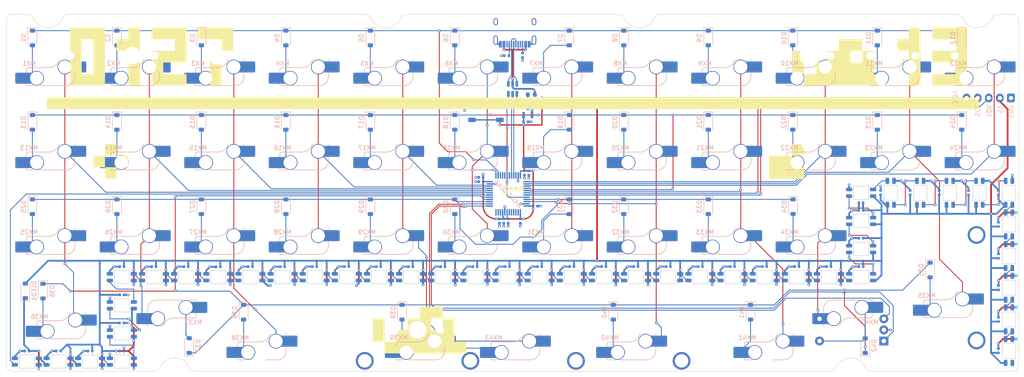
<source format=kicad_pcb>
(kicad_pcb (version 20240108) (generator "pcbnew") (generator_version "8.0")
  (title_block (title "Snake, based on ScottoModules (STM32F072CBT6)") (date "2024-07-13") (rev "2.0.0") (comment 1 "GND filled zone should be on In1.Cu and In2.Cu on a 4 layer board.") (comment 2 "GND can be used on F.Cu and B.Cu on a 2 layer board but not encouraged."))
  (layers (0 "F.Cu" signal) (1 "In1.Cu" signal) (2 "In2.Cu" signal) (31 "B.Cu" signal) (34 "B.Paste" user) (35 "F.Paste" user) (36 "B.SilkS" user "B.Silkscreen") (37 "F.SilkS" user "F.Silkscreen") (38 "B.Mask" user) (39 "F.Mask" user) (44 "Edge.Cuts" user))
  (net 0 "")
  (net 1 "GND")
  (net 2 "+3.3V")
  (net 3 "+5V")
  (net 4 "VBUS")
  (net 5 "/USB_D+")
  (net 6 "Net-(J1-CC1)")
  (net 7 "/USB_D-")
  (net 8 "Net-(J1-CC2)")
  (net 9 "/A0")
  (net 10 "/A9")
  (net 11 "/A1")
  (net 12 "/A8")
  (net 13 "/A13")
  (net 14 "/A10")
  (net 15 "/A2")
  (net 16 "/MCU_D-")
  (net 17 "/MCU_D+")
  (net 18 "/NRST")
  (net 19 "/BOOT0")
  (net 20 "/F1")
  (net 21 "/C13")
  (net 22 "/C14")
  (net 23 "/B15")
  (net 24 "/F0")
  (net 25 "/C15")
  (net 26 "/B14")
  (net 27 "Net-(D1-A)")
  (net 28 "Net-(D2-A)")
  (net 29 "Net-(D3-A)")
  (net 30 "Net-(D4-A)")
  (net 31 "Net-(D5-A)")
  (net 32 "Net-(D6-A)")
  (net 33 "Net-(D7-A)")
  (net 34 "Net-(D8-A)")
  (net 35 "Net-(D9-A)")
  (net 36 "Net-(D10-A)")
  (net 37 "Net-(D11-A)")
  (net 38 "Net-(D12-A)")
  (net 39 "Net-(D13-A)")
  (net 40 "Net-(D14-A)")
  (net 41 "Net-(D15-A)")
  (net 42 "Net-(D16-A)")
  (net 43 "Net-(D17-A)")
  (net 44 "Net-(D18-A)")
  (net 45 "Net-(D19-A)")
  (net 46 "Net-(D20-A)")
  (net 47 "Net-(D21-A)")
  (net 48 "Net-(D22-A)")
  (net 49 "Net-(D23-A)")
  (net 50 "Net-(D24-A)")
  (net 51 "Net-(D25-A)")
  (net 52 "Net-(D26-A)")
  (net 53 "Net-(D27-A)")
  (net 54 "Net-(D28-A)")
  (net 55 "Net-(D29-A)")
  (net 56 "Net-(D30-A)")
  (net 57 "Net-(D31-A)")
  (net 58 "Net-(D32-A)")
  (net 59 "Net-(D33-A)")
  (net 60 "Net-(D34-A)")
  (net 61 "Net-(D35-A)")
  (net 62 "Net-(D36-A)")
  (net 63 "Net-(D37-A)")
  (net 64 "Net-(D38-A)")
  (net 65 "Net-(D41-A)")
  (net 66 "Net-(D42-A)")
  (net 67 "d39")
  (net 68 "Net-(D40-A)")
  (net 69 "data 3.3v")
  (net 70 "Net-(LED1-DOUT)")
  (net 71 "Net-(LED2-DOUT)")
  (net 72 "Net-(LED3-DOUT)")
  (net 73 "Net-(LED4-DOUT)")
  (net 74 "Net-(LED5-DOUT)")
  (net 75 "Net-(LED6-DOUT)")
  (net 76 "Net-(LED7-DOUT)")
  (net 77 "Net-(LED8-DOUT)")
  (net 78 "Net-(LED10-DIN)")
  (net 79 "Net-(LED10-DOUT)")
  (net 80 "Net-(LED11-DOUT)")
  (net 81 "Net-(LED12-DOUT)")
  (net 82 "Net-(LED13-DOUT)")
  (net 83 "Net-(LED14-DOUT)")
  (net 84 "Net-(LED15-DOUT)")
  (net 85 "Net-(LED16-DOUT)")
  (net 86 "Net-(LED17-DOUT)")
  (net 87 "Net-(LED18-DOUT)")
  (net 88 "Net-(LED19-DOUT)")
  (net 89 "Net-(LED20-DOUT)")
  (net 90 "Net-(LED21-DOUT)")
  (net 91 "Net-(LED22-DOUT)")
  (net 92 "Net-(LED23-DOUT)")
  (net 93 "Net-(LED24-DOUT)")
  (net 94 "Net-(LED25-DOUT)")
  (net 95 "Net-(LED26-DOUT)")
  (net 96 "Net-(LED27-DOUT)")
  (net 97 "Net-(LED28-DOUT)")
  (net 98 "Net-(LED29-DOUT)")
  (net 99 "Net-(LED30-DOUT)")
  (net 100 "Net-(LED31-DOUT)")
  (net 101 "Net-(LED32-DOUT)")
  (net 102 "Net-(LED33-DOUT)")
  (net 103 "Net-(LED34-DOUT)")
  (net 104 "Net-(LED35-DOUT)")
  (net 105 "Net-(LED36-DOUT)")
  (net 106 "Net-(LED37-DOUT)")
  (net 107 "Net-(LED38-DOUT)")
  (net 108 "Net-(LED39-DOUT)")
  (net 109 "Net-(LED40-DOUT)")
  (net 110 "Net-(LED41-DOUT)")
  (net 111 "Net-(LED42-DOUT)")
  (net 112 "DLED1_pwr")
  (net 114 "sda")
  (net 115 "scl")
  (net 116 "col6")
  (net 117 "row0")
  (net 118 "row1")
  (net 119 "row2")
  (net 120 "row3")
  (net 121 "col0")
  (net 122 "col1")
  (net 123 "col2")
  (net 124 "col3")
  (net 125 "col4")
  (net 126 "col5")
  (net 127 "col7")
  (net 128 "col8")
  (net 129 "col9")
  (net 130 "col10")
  (net 131 "col11")
  (net 132 "rotB")
  (net 133 "rotA")
  (footprint "PCM_marbastlib-mx:STAB_MX_7u" (layer "F.Cu") (at 151.162445 141.864505 180)
    (property "Reference" "S43" (hide yes))
    (property "Value" "MX_stab")
  )
  (footprint "PCM_marbastlib-mx:STAB_MX_P_ISO-ROT" (layer "F.Cu") (at 248.793695 132.339505)
    (property "Reference" "S35" (hide yes))
    (property "Value" "MX_stab")
  )
  (footprint "snake:snake" (layer "F.Cu") (at 151.192445 110.387005)
    (property "Reference" "G***")
    (property "Value" "LOGO" (hide yes))
  )
  (footprint "PCM_marbastlib-mx:STAB_MX_P_2.25u" (layer "F.Cu") (at 177.356195 141.864505 180)
    (property "Reference" "S40" (hide yes))
    (property "Value" "MX_stab")
  )
  (footprint "PCM_marbastlib-mx:STAB_MX_P_2.75u" (layer "F.Cu") (at 129.731195 141.864505 180)
    (property "Reference" "S39" (hide yes))
    (property "Value" "MX_stab")
  )
  (footprint "ScottoKeebs_Scotto:Encoder_EC11_MX" (layer "F.Cu") (at 227.362445 141.864505 180)
    (property "Reference" "SW2" (hide yes))
    (property "Value" "RotaryEncoder_Switch" (hide yes))
  )
  (footprint "Connector_JST:JST_EH_B5B-EH-A_1x05_P2.50mm_Vertical" (layer "F.Cu") (at 263.522445 89.507005 180)
    (property "Reference" "J2")
    (property "Value" "Conn_01x05_Socket")
  )
  (footprint "PCM_marbastlib-mx:SW_MX_HS_CPG151101S11_1u" (layer "B.Cu") (at 217.837445 79.952005)
    (property "Reference" "MX10")
    (property "Value" "MX_SW_solder")
  )
  (footprint "ScottoKeebs_Components:Capacitor_0402" (layer "B.Cu") (at 260.71644 139.50139 -90)
    (property "Reference" "CapLED42" (hide yes))
    (property "Value" "100nF")
  )
  (footprint "PCM_marbastlib-mx:SW_MX_HS_CPG151101S11_1u" (layer "B.Cu") (at 198.787445 79.952005)
    (property "Reference" "MX9")
    (property "Value" "MX_SW_solder")
  )
  (footprint "Diode_SMD:D_SOD-123" (layer "B.Cu") (at 42.887445 114.052005 -90)
    (property "Reference" "D25")
    (property "Value" "1N4148W")
  )
  (footprint "ScottoKeebs_Components:Capacitor_0402" (layer "B.Cu") (at 178.956866 127.569673)
    (property "Reference" "CapLED23" (hide yes))
    (property "Value" "100nF")
  )
  (footprint "PCM_marbastlib-mx:SW_MX_HS_CPG151101S11_1u" (layer "B.Cu") (at 236.887445 79.952005)
    (property "Reference" "MX11")
    (property "Value" "MX_SW_solder")
  )
  (footprint "PCM_marbastlib-mx:SW_MX_HS_CPG151101S11_1u" (layer "B.Cu") (at 179.737445 79.952005)
    (property "Reference" "MX8")
    (property "Value" "MX_SW_solder")
  )
  (footprint "PCM_marbastlib-mx:SW_MX_HS_CPG151101S11_1u" (layer "B.Cu") (at 103.537445 79.952005)
    (property "Reference" "MX4")
    (property "Value" "MX_SW_solder")
  )
  (footprint "ScottoKeebs_Components:LED_SK6812MINI" (layer "B.Cu") (at 171.761195 129.958255)
    (property "Reference" "LED22" (hide yes))
    (property "Value" "SK6812MINI" (hide yes))
    (fp_line (start -1.7 -1.5) (end -1.7 1.5) (stroke (width 0.12)) (layer "Edge.Cuts"))
    (fp_line (start -1.7 1.5) (end 1.7 1.5) (stroke (width 0.12)) (layer "Edge.Cuts"))
    (fp_line (start 1.7 -1.5) (end -1.7 -1.5) (stroke (width 0.12)) (layer "Edge.Cuts"))
    (fp_line (start 1.7 1.5) (end 1.7 -1.5) (stroke (width 0.12)) (layer "Edge.Cuts"))
  )
  (footprint "ScottoKeebs_Components:Capacitor_0402" (layer "B.Cu") (at 193.49324 127.566008)
    (property "Reference" "CapLED25" (hide yes))
    (property "Value" "100nF")
  )
  (footprint "Diode_SMD:D_SOD-123" (layer "B.Cu") (at 78.24056 145.400774 90)
    (property "Reference" "D37")
    (property "Value" "1N4148W")
  )
  (footprint "Diode_SMD:D_SOD-123" (layer "B.Cu") (at 233.387445 95.002005 -90)
    (property "Reference" "D23")
    (property "Value" "1N4148W")
  )
  (footprint "Diode_SMD:D_SOD-123" (layer "B.Cu") (at 176.237445 95.002005 -90)
    (property "Reference" "D20")
    (property "Value" "1N4148W")
  )
  (footprint "ScottoKeebs_Components:Resistor_0402" (layer "B.Cu") (at 153.412447 79.839505 -90)
    (property "Reference" "R3" (hide yes))
    (property "Value" "5.1k" (hide yes))
  )
  (footprint "ScottoKeebs_Components:Capacitor_0402" (layer "B.Cu") (at 63.056195 146.627005 180)
    (property "Reference" "CapLED4" (hide yes))
    (property "Value" "100nF")
  )
  (footprint "ScottoKeebs_Components:Capacitor_0402" (layer "B.Cu") (at 260.699945 125.195755 -90)
    (property "Reference" "CapLED40" (hide yes))
    (property "Value" "100nF")
  )
  (footprint "Diode_SMD:D_SOD-123" (layer "B.Cu") (at 119.087445 95.002005 -90)
    (property "Reference" "D17")
    (property "Value" "1N4148W")
  )
  (footprint "PCM_marbastlib-mx:SW_MX_HS_CPG151101S11_1u" (layer "B.Cu") (at 217.837445 99.002005)
    (property "Reference" "MX22")
    (property "Value" "MX_SW_solder")
  )
  (footprint "PCM_marbastlib-mx:SW_MX_HS_CPG151101S11_1u" (layer "B.Cu") (at 103.537445 99.002005)
    (property "Reference" "MX16")
    (property "Value" "MX_SW_solder")
  )
  (footprint "ScottoKeebs_Components:Capacitor_0402" (layer "B.Cu") (at 153.834952 106.429506 90)
    (property "Reference" "C16" (hide yes))
    (property "Value" "100nF")
  )
  (footprint "PCM_marbastlib-mx:SW_MX_HS_CPG151101S11_1u" (layer "B.Cu") (at 74.962445 141.864505 180)
    (property "Reference" "MX37")
    (property "Value" "MX_SW_solder")
  )
  (footprint "ScottoKeebs_Components:LED_SK6812MINI" (layer "B.Cu") (at 243.078495 110.908255 -90)
    (property "Reference" "LED35" (hide yes))
    (property "Value" "SK6812MINI" (hide yes))
    (fp_line (start -1.7 1.5) (end 1.7 1.5) (stroke (width 0.12)) (layer "Edge.Cuts"))
    (fp_line (start 1.7 1.5) (end 1.7 -1.5) (stroke (width 0.12)) (layer "Edge.Cuts"))
    (fp_line (start -1.7 -1.5) (end -1.7 1.5) (stroke (width 0.12)) (layer "Edge.Cuts"))
    (fp_line (start 1.7 -1.5) (end -1.7 -1.5) (stroke (width 0.12)) (layer "Edge.Cuts"))
  )
  (footprint "Diode_SMD:D_SOD-123" (layer "B.Cu") (at 214.337445 95.002005 -90)
    (property "Reference" "D22")
    (property "Value" "1N4148W")
  )
  (footprint "Diode_SMD:D_SOD-123" (layer "B.Cu") (at 126.231195 137.864505 -90)
    (property "Reference" "D39")
    (property "Value" "1N4148W")
  )
  (footprint "ScottoKeebs_Components:LED_SK6812MINI" (layer "B.Cu") (at 113.785195 129.958255)
    (property "Reference" "LED14" (hide yes))
    (property "Value" "SK6812MINI" (hide yes))
    (fp_line (start -1.7 -1.5) (end -1.7 1.5) (stroke (width 0.12)) (layer "Edge.Cuts"))
    (fp_line (start -1.7 1.5) (end 1.7 1.5) (stroke (width 0.12)) (layer "Edge.Cuts"))
    (fp_line (start 1.7 -1.5) (end -1.7 -1.5) (stroke (width 0.12)) (layer "Edge.Cuts"))
    (fp_line (start 1.7 1.5) (end 1.7 -1.5) (stroke (width 0.12)) (layer "Edge.Cuts"))
  )
  (footprint "ScottoKeebs_Components:LED_SK6812MINI" (layer "B.Cu") (at 55.912445 149.008255)
    (property "Reference" "LED3" (hide yes))
    (property "Value" "SK6812MINI" (hide yes))
    (fp_line (start -1.7 -1.5) (end -1.7 1.5) (stroke (width 0.12)) (layer "Edge.Cuts"))
    (fp_line (start -1.7 1.5) (end 1.7 1.5) (stroke (width 0.12)) (layer "Edge.Cuts"))
    (fp_line (start 1.7 -1.5) (end -1.7 -1.5) (stroke (width 0.12)) (layer "Edge.Cuts"))
    (fp_line (start 1.7 1.5) (end 1.7 -1.5) (stroke (width 0.12)) (layer "Edge.Cuts"))
  )
  (footprint "ScottoKeebs_Components:Capacitor_0402" (layer "B.Cu") (at 240.804085 110.864267 -90)
    (property "Reference" "CapLED35" (hide yes))
    (property "Value" "100nF")
  )
  (footprint "Diode_SMD:D_SOD-123" (layer "B.Cu") (at 80.987445 95.002005 -90)
    (property "Reference" "D15")
    (property "Value" "1N4148W")
  )
  (footprint "PCM_marbastlib-mx:SW_MX_HS_CPG151101S11_1u" (layer "B.Cu") (at 141.637445 79.952005)
    (property "Reference" "MX6")
    (property "Value" "MX_SW_solder")
  )
  (footprint "ScottoKeebs_Components:LED_SK6812MINI" (layer "B.Cu") (at 63.056195 149.008255)
    (property "Reference" "LED4" (hide yes))
    (property "Value" "SK6812MINI" (hide yes))
    (fp_line (start -1.7 -1.5) (end -1.7 1.5) (stroke (width 0.12)) (layer "Edge.Cuts"))
    (fp_line (start -1.7 1.5) (end 1.7 1.5) (stroke (width 0.12)) (layer "Edge.Cuts"))
    (fp_line (start 1.7 -1.5) (end -1.7 -1.5) (stroke (width 0.12)) (layer "Edge.Cuts"))
    (fp_line (start 1.7 1.5) (end 1.7 -1.5) (stroke (width 0.12)) (layer "Edge.Cuts"))
  )
  (footprint "PCM_marbastlib-mx:SW_MX_HS_CPG151101S11_1u" (layer "B.Cu") (at 129.731195 141.864505)
    (property "Reference" "MX39")
    (property "Value" "MX_SW_solder")
  )
  (footprint "ScottoKeebs_Components:USB_C_HRO_TYPE-C-31-M-12" (layer "B.Cu") (at 151.662445 73.327005)
    (property "Reference" "J1" (hide yes))
    (property "Value" "USB_C")
  )
  (footprint "ScottoKeebs_Components:ESD_SOT-23-6" (layer "B.Cu") (at 151.162445 87.427005 90)
    (property "Reference" "U4" (hide yes))
    (property "Value" "USBLC6-2SC6" (hide yes))
  )
  (footprint "ScottoKeebs_Components:LED_SK6812MINI" (layer "B.Cu") (at 249.745895 110.908255 -90)
    (property "Reference" "LED36" (hide yes))
    (property "Value" "SK6812MINI" (hide yes))
    (fp_line (start -1.7 1.5) (end 1.7 1.5) (stroke (width 0.12)) (layer "Edge.Cuts"))
    (fp_line (start 1.7 1.5) (end 1.7 -1.5) (stroke (width 0.12)) (layer "Edge.Cuts"))
    (fp_line (start -1.7 -1.5) (end -1.7 1.5) (stroke (width 0.12)) (layer "Edge.Cuts"))
    (fp_line (start 1.7 -1.5) (end -1.7 -1.5) (stroke (width 0.12)) (layer "Edge.Cuts"))
  )
  (footprint "ScottoKeebs_Components:Capacitor_0402" (layer "B.Cu") (at 120.943172 127.584336)
    (property "Reference" "CapLED15" (hide yes))
    (property "Value" "100nF")
  )
  (footprint "Diode_SMD:D_SOD-123" (layer "B.Cu") (at 214.337445 75.952005 -90)
    (property "Reference" "D10")
    (property "Value" "1N4148W")
  )
  (footprint "ScottoKeebs_Components:LED_SK6812MINI" (layer "B.Cu") (at 256.413295 110.908255 -90)
    (property "Reference" "LED37" (hide yes))
    (property "Value" "SK6812MINI" (hide yes))
    (fp_line (start -1.7 1.5) (end 1.7 1.5) (stroke (width 0.12)) (layer "Edge.Cuts"))
    (fp_line (start 1.7 1.5) (end 1.7 -1.5) (stroke (width 0.12)) (layer "Edge.Cuts"))
    (fp_line (start -1.7 -1.5) (end -1.7 1.5) (stroke (width 0.12)) (layer "Edge.Cuts"))
    (fp_line (start 1.7 -1.5) (end -1.7 -1.5) (stroke (width 0.12)) (layer "Edge.Cuts"))
  )
  (footprint "ScottoKeebs_Components:LED_SK6812MINI" (layer "B.Cu") (at 70.303195 129.958255)
    (property "Reference" "LED8" (hide yes))
    (property "Value" "SK6812MINI" (hide yes))
    (fp_line (start -1.7 -1.5) (end -1.7 1.5) (stroke (width 0.12)) (layer "Edge.Cuts"))
    (fp_line (start -1.7 1.5) (end 1.7 1.5) (stroke (width 0.12)) (layer "Edge.Cuts"))
    (fp_line (start 1.7 -1.5) (end -1.7 -1.5) (stroke (width 0.12)) (layer "Edge.Cuts"))
    (fp_line (start 1.7 1.5) (end 1.7 -1.5) (stroke (width 0.12)) (layer "Edge.Cuts"))
  )
  (footprint "PCM_marbastlib-mx:SW_MX_HS_CPG151101S11_1u" (layer "B.Cu") (at 122.587445 118.052005)
    (property "Reference" "MX29")
    (property "Value" "MX_SW_solder")
  )
  (footprint "ScottoKeebs_Components:Capacitor_0402" (layer "B.Cu") (at 106.505383 127.566008)
    (property "Reference" "CapLED13" (hide yes))
    (property "Value" "100nF")
  )
  (footprint "Diode_SMD:D_SOD-123" (layer "B.Cu") (at 163.935879 75.957293 -90)
    (property "Reference" "D7")
    (property "Value" "1N4148W")
  )
  (footprint "ScottoKeebs_Components:LED_SK6812MINI" (layer "B.Cu") (at 77.550195 129.958255)
    (property "Reference" "LED9" (hide yes))
    (property "Value" "SK6812MINI" (hide yes))
    (fp_line (start -1.7 -1.5) (end -1.7 1.5) (stroke (width 0.12)) (layer "Edge.Cuts"))
    (fp_line (start -1.7 1.5) (end 1.7 1.5) (stroke (width 0.12)) (layer "Edge.Cuts"))
    (fp_line (start 1.7 -1.5) (end -1.7 -1.5) (stroke (width 0.12)) (layer "Edge.Cuts"))
    (fp_line (start 1.7 1.5) (end 1.7 -1.5) (stroke (width 0.12)) (layer "Edge.Cuts"))
  )
  (footprint "Diode_SMD:D_SOD-123" (layer "B.Cu") (at 100.037445 95.002005 -90)
    (property "Reference" "D16")
    (property "Value" "1N4148W")
  )
  (footprint "ScottoKeebs_Components:Capacitor_0402" (layer "B.Cu") (at 215.250333 127.567515)
    (property "Reference" "CapLED28" (hide yes))
    (property "Value" "100nF")
  )
  (footprint "ScottoKeebs_Components:Capacitor_0402" (layer "B.Cu") (at 234.144193 110.87893 -90)
    (property "Reference" "CapLED34" (hide yes))
    (property "Value" "100nF")
  )
  (footprint "Diode_SMD:D_SOD-123" (layer "B.Cu") (at 90.512445 137.864505 -90)
    (property "Reference" "D38")
    (property "Value" "1N4148W")
  )
  (footprint "ScottoKeebs_Components:LED_SK6812MINI" (layer "B.Cu") (at 263.080695 110.908255 -90)
    (property "Reference" "LED38" (hide yes))
    (property "Value" "SK6812MINI" (hide yes))
    (fp_line (start -1.7 1.5) (end 1.7 1.5) (stroke (width 0.12)) (layer "Edge.Cuts"))
    (fp_line (start 1.7 1.5) (end 1.7 -1.5) (stroke (width 0.12)) (layer "Edge.Cuts"))
    (fp_line (start -1.7 -1.5) (end -1.7 1.5) (stroke (width 0.12)) (layer "Edge.Cuts"))
    (fp_line (start 1.7 -1.5) (end -1.7 -1.5) (stroke (width 0.12)) (layer "Edge.Cuts"))
  )
  (footprint "ScottoKeebs_Components:Capacitor_0402" (layer "B.Cu") (at 156.284945 113.902005 180)
    (property "Reference" "C13" (hide yes))
    (property "Value" "100nF")
  )
  (footprint "ScottoKeebs_Components:LED_SK6812MINI" (layer "B.Cu") (at 41.624945 149.008255)
    (property "Reference" "LED1" (hide yes))
    (property "Value" "SK6812MINI" (hide yes))
    (fp_line (start -1.7 -1.5) (end -1.7 1.5) (stroke (width 0.12)) (layer "Edge.Cuts"))
    (fp_line (start -1.7 1.5) (end 1.7 1.5) (stroke (width 0.12)) (layer "Edge.Cuts"))
    (fp_line (start 1.7 -1.5) (end -1.7 -1.5) (stroke (width 0.12)) (layer "Edge.Cuts"))
    (fp_line (start 1.7 1.5) (end 1.7 -1.5) (stroke (width 0.12)) (layer "Edge.Cuts"))
  )
  (footprint "ScottoKeebs_Components:Capacitor_0402" (layer "B.Cu") (at 149.162445 117.274505 90)
    (property "Reference" "C14" (hide yes))
    (property "Value" "10nF")
  )
  (footprint "Diode_SMD:D_SOD-123" (layer "B.Cu") (at 119.087445 75.952005 -90)
    (property "Reference" "D5")
    (property "Value" "1N4148W")
  )
  (footprint "ScottoKeebs_Components:Capacitor_0402" (layer "B.Cu") (at 142.703741 127.578512)
    (property "Reference" "CapLED18" (hide yes))
    (property "Value" "100nF")
  )
  (footprint "ScottoKeebs_Components:Capacitor_0402" (layer "B.Cu") (at 164.524175 127.571506)
    (property "Reference" "CapLED21" (hide yes))
    (property "Value" "100nF")
  )
  (footprint "ScottoKeebs_Components:LED_SK6812MINI" (layer "B.Cu") (at 63.056195 129.958255)
    (property "Reference" "LED7" (hide yes))
    (property "Value" "SK6812MINI" (hide yes))
    (fp_line (start -1.7 -1.5) (end -1.7 1.5) (stroke (width 0.12)) (layer "Edge.Cuts"))
    (fp_line (start -1.7 1.5) (end 1.7 1.5) (stroke (width 0.12)) (layer "Edge.Cuts"))
    (fp_line (start 1.7 -1.5) (end -1.7 -1.5) (stroke (width 0.12)) (layer "Edge.Cuts"))
    (fp_line (start 1.7 1.5) (end 1.7 -1.5) (stroke (width 0.12)) (layer "Edge.Cuts"))
  )
  (footprint "ScottoKeebs_Components:Capacitor_0402" (layer "B.Cu") (at 135.421283 127.577004)
    (property "Reference" "CapLED17" (hide yes))
    (property "Value" "100nF")
  )
  (footprint "PCM_marbastlib-mx:SW_MX_HS_CPG151101S11_1u" (layer "B.Cu") (at 227.362445 141.864505 180)
    (property "Reference" "MX42")
    (property "Value" "MX_SW_solder")
  )
  (footprint "Diode_SMD:D_SOD-123" (layer "B.Cu") (at 42.887445 95.002005 -90)
    (property "Reference" "D13")
    (property "Value" "1N4148W")
  )
  (footprint "Diode_SMD:D_SOD-123" (layer "B.Cu") (at 100.037445 75.952005 -90)
    (property "Reference" "D4")
    (property "Value" "1N4148W")
  )
  (footprint "ScottoKeebs_Components:LED_SK6812MINI" (layer "B.Cu") (at 164.514195 129.958255)
    (property "Reference" "LED21" (hide yes))
    (property "Value" "SK6812MINI" (hide yes))
    (fp_line (start -1.7 -1.5) (end -1.7 1.5) (stroke (width 0.12)) (layer "Edge.Cuts"))
    (fp_line (start -1.7 1.5) (end 1.7 1.5) (stroke (width 0.12)) (layer "Edge.Cuts"))
    (fp_line (start 1.7 -1.5) (end -1.7 -1.5) (stroke (width 0.12)) (layer "Edge.Cuts"))
    (fp_line (start 1.7 1.5) (end 1.7 -1.5) (stroke (width 0.12)) (layer "Edge.Cuts"))
  )
  (footprint "ScottoKeebs_Components:Capacitor_0402" (layer "B.Cu") (at 41.624945 146.627005)
    (property "Reference" "CapLED1" (hide yes))
    (property "Value" "100nF")
  )
  (footprint "ScottoKeebs_Components:Capacitor_0402" (layer "B.Cu") (at 63.056195 127.577005)
    (property "Reference" "CapLED7" (hide yes))
    (property "Value" "100nF")
  )
  (footprint "Diode_SMD:D_SOD-123" (layer "B.Cu") (at 195.287445 114.052005 -90)
    (property "Reference" "D33")
    (property "Value" "1N4148W")
  )
  (footprint "ScottoKeebs_Components:LED_SK6812MINI" (layer "B.Cu") (at 207.996195 129.958255)
    (property "Reference" "LED27" (hide yes))
    (property "Value" "SK6812MINI" (hide yes))
    (fp_line (start -1.7 -1.5) (end -1.7 1.5) (stroke (width 0.12)) (layer "Edge.Cuts"))
    (fp_line (start -1.7 1.5) (end 1.7 1.5) (stroke (width 0.12)) (layer "Edge.Cuts"))
    (fp_line (start 1.7 -1.5) (end -1.7 -1.5) (stroke (width 0.12)) (layer "Edge.Cuts"))
    (fp_line (start 1.7 1.5) (end 1.7 -1.5) (stroke (width 0.12)) (layer "Edge.Cuts"))
  )
  (footprint "ScottoKeebs_Components:LED_SK6812MINI" (layer "B.Cu") (at 229.743695 117.258255)
    (property "Reference" "LED32" (hide yes))
    (property "Value" "SK6812MINI" (hide yes))
    (fp_line (start -1.7 -1.5) (end -1.7 1.5) (stroke (width 0.12)) (layer "Edge.Cuts"))
    (fp_line (start -1.7 1.5) (end 1.7 1.5) (stroke (width 0.12)) (layer "Edge.Cuts"))
    (fp_line (start 1.7 -1.5) (end -1.7 -1.5) (stroke (width 0.12)) (layer "Edge.Cuts"))
    (fp_line (start 1.7 1.5) (end 1.7 -1.5) (stroke (width 0.12)) (layer "Edge.Cuts"))
  )
  (footprint "PCM_marbastlib-mx:SW_MX_HS_CPG151101S11_1u" (layer "B.Cu") (at 255.937445 79.952005)
    (property "Reference" "MX12")
    (property "Value" "MX_SW_solder")
  )
  (footprint "PCM_marbastlib-mx:SW_MX_HS_CPG151101S11_1u" (layer "B.Cu") (at 217.837445 118.052005)
    (property "Reference" "MX34")
    (property "Value" "MX_SW_solder")
  )
  (footprint "ScottoKeebs_Components:Capacitor_0402" (layer "B.Cu") (at 260.699945 110.908255 -90)
    (property "Reference" "CapLED38" (hide yes))
    (property "Value" "100nF")
  )
  (footprint "Diode_SMD:D_SOD-123" (layer "B.Cu") (at 163.872635 114.069158 -90)
    (property "Reference" "D31")
    (property "Value" "1N4148W")
  )
  (footprint "ScottoKeebs_Components:Capacitor_0402" (layer "B.Cu") (at 48.768695 146.627005)
    (property "Reference" "CapLED2" (hide yes))
    (property "Value" "100nF")
  )
  (footprint "Diode_SMD:D_SOD-123" (layer "B.Cu") (at 138.137445 95.002005 -90)
    (property "Reference" "D18")
    (property "Value" "1N4148W")
  )
  (footprint "ScottoKeebs_Components:Capacitor_0402" (layer "B.Cu") (at 229.728839 121.142547)
    (property "Reference" "CapLED31" (hide yes))
    (property "Value" "100nF")
  )
  (footprint "ScottoKeebs_Components:LED_SK6812MINI" (layer "B.Cu") (at 263.081195 125.196255 -90)
    (property "Reference" "LED40" (hide yes))
    (property "Value" "SK6812MINI" (hide yes))
    (fp_line (start -1.7 1.5) (end 1.7 1.5) (stroke (width 0.12)) (layer "Edge.Cuts"))
    (fp_line (start 1.7 1.5) (end 1.7 -1.5) (stroke (width 0.12)) (layer "Edge.Cuts"))
    (fp_line (start -1.7 -1.5) (end -1.7 1.5) (stroke (width 0.12)) (layer "Edge.Cuts"))
    (fp_line (start 1.7 -1.5) (end -1.7 -1.5) (stroke (width 0.12)) (layer "Edge.Cuts"))
  )
  (footprint "PCM_marbastlib-mx:SW_MX_HS_CPG151101S11_1u" (layer "B.Cu") (at 46.387445 99.002005)
    (property "Reference" "MX13")
    (property "Value" "MX_SW_solder")
  )
  (footprint "Diode_SMD:D_SOD-123" (layer "B.Cu") (at 138.137445 114.052005 -90)
    (property "Reference" "D30")
    (property "Value" "1N4148W")
  )
  (footprint "ScottoKeebs_Components:Package_LQFP-48_7x7mm_P0.5" (layer "B.Cu") (at 150.162445 111.152005 90)
    (property "Reference" "U1" (hide yes))
    (property "Value" "STM32F072CBT6" (hide yes))
  )
  (footprint "ScottoKeebs_Components:LED_SK6812MINI" (layer "B.Cu") (at 99.291195 129.958255)
    (property "Reference" "LED12" (hide yes))
    (property "Value" "SK6812MINI" (hide yes))
    (fp_line (start -1.7 -1.5) (end -1.7 1.5) (stroke (width 0.12)) (layer "Edge.Cuts"))
    (fp_line (start -1.7 1.5) (end 1.7 1.5) (stroke (width 0.12)) (layer "Edge.Cuts"))
    (fp_line (start 1.7 -1.5) (end -1.7 -1.5) (stroke (width 0.12)) (layer "Edge.Cuts"))
    (fp_line (start 1.7 1.5) (end 1.7 -1.5) (stroke (width 0.12)) (layer "Edge.Cuts"))
  )
  (footprint "ScottoKeebs_Components:Capacitor_0402" (layer "B.Cu") (at 144.039944 108.402002)
    (property "Reference" "C11" (hide yes))
    (property "Value" "100nF")
  )
  (footprint "ScottoKeebs_Components:LED_SK6812MINI" (layer "B.Cu") (at 215.243195 129.958255)
    (property "Reference" "LED28" (hide yes))
    (property "Value" "SK6812MINI" (hide yes))
    (fp_line (start -1.7 -1.5) (end -1.7 1.5) (stroke (width 0.12)) (layer "Edge.Cuts"))
    (fp_line (start -1.7 1.5) (end 1.7 1.5) (stroke (width 0.12)) (layer "Edge.Cuts"))
    (fp_line (start 1.7 -1.5) (end -1.7 -1.5) (stroke (width 0.12)) (layer "Edge.Cuts"))
    (fp_line (start 1.7 1.5) (end 1.7 -1.5) (stroke (width 0.12)) (layer "Edge.Cuts"))
  )
  (footprint "Diode_SMD:D_SOD-123" (layer "B.Cu") (at 214.402445 114.039505 -90)
    (property "Reference" "D34")
    (property "Value" "1N4148W")
  )
  (footprint "ScottoKeebs_Components:LED_SK6812MINI" (layer "B.Cu") (at 84.797195 129.958255)
    (property "Reference" "LED10" (hide yes))
    (property "Value" "SK6812MINI" (hide yes))
    (fp_line (start -1.7 -1.5) (end -1.7 1.5) (stroke (width 0.12)) (layer "Edge.Cuts"))
    (fp_line (start -1.7 1.5) (end 1.7 1.5) (stroke (width 0.12)) (layer "Edge.Cuts"))
    (fp_line (start 1.7 -1.5) (end -1.7 -1.5) (stroke (width 0.12)) (layer "Edge.Cuts"))
    (fp_line (start 1.7 1.5) (end 1.7 -1.5) (stroke (width 0.12)) (layer "Edge.Cuts"))
  )
  (footprint "ScottoKeebs_Components:LED_SK6812MINI" (layer "B.Cu") (at 157.267195 129.958255)
    (property "Reference" "LED20" (hide yes))
    (property "Value" "SK6812MINI" (hide yes))
    (fp_line (start -1.7 -1.5) (end -1.7 1.5) (stroke (width 0.12)) (layer "Edge.Cuts"))
    (fp_line (start -1.7 1.5) (end 1.7 1.5) (stroke (width 0.12)) (layer "Edge.Cuts"))
    (fp_line (start 1.7 -1.5) (end -1.7 -1.5) (stroke (width 0.12)) (layer "Edge.Cuts"))
    (fp_line (start 1.7 1.5) (end 1.7 -1.5) (stroke (width 0.12)) (layer "Edge.Cuts"))
  )
  (footprint "PCM_marbastlib-mx:SW_MX_HS_CPG151101S11_1u" (layer "B.Cu") (at 122.587445 79.952005)
    (property "Reference" "MX5")
    (property "Value" "MX_SW_solder")
  )
  (footprint "Diode_SMD:D_SOD-123" (layer "B.Cu") (at 45.268695 133.102005 -90)
    (property "Reference" "D36")
    (property "Value" "1N4148W")
  )
  (footprint "ScottoKeebs_Components:LED_SK6812MINI" (layer "B.Cu") (at 48.768695 149.008255)
    (property "Reference" "LED2" (hide yes))
    (property "Value" "SK6812MINI" (hide yes))
    (fp_line (start -1.7 -1.5) (end -1.7 1.5) (stroke (width 0.12)) (layer "Edge.Cuts"))
    (fp_line (start -1.7 1.5) (end 1.7 1.5) (stroke (width 0.12)) (layer "Edge.Cuts"))
    (fp_line (start 1.7 -1.5) (end -1.7 -1.5) (stroke (width 0.12)) (layer "Edge.Cuts"))
    (fp_line (start 1.7 1.5) (end 1.7 -1.5) (stroke (width 0.12)) (layer "Edge.Cuts"))
  )
  (footprint "ScottoKeebs_Components:Capacitor_0402" (layer "B.Cu") (at 155.077196 89.994502)
    (property "Reference" "C8" (hide yes))
    (property "Value" "1uF")
  )
  (footprint "PCM_marbastlib-mx:SW_MX_HS_CPG151101S11_1u" (layer "B.Cu") (at 198.787445 99.002005)
    (property "Reference" "MX21")
    (property "Value" "MX_SW_solder")
  )
  (footprint "PCM_marbastlib-mx:SW_MX_HS_CPG151101S11_1u" (layer "B.Cu") (at 65.437445 79.952005)
    (property "Reference" "MX2")
    (property "Value" "MX_SW_solder")
  )
  (footprint "ScottoKeebs_Components:Capacitor_0402" (layer "B.Cu") (at 229.739836 127.555011)
    (property "Reference" "CapLED30" (hide yes))
    (property "Value" "100nF")
  )
  (footprint "ScottoKeebs_Components:LED_SK6812MINI" (layer "B.Cu") (at 263.081195 146.628255 -90)
    (property "Reference" "LED43" (hide yes))
    (property "Value" "SK6812MINI" (hide yes))
    (fp_line (start -1.7 1.5) (end 1.7 1.5) (stroke (width 0.12)) (layer "Edge.Cuts"))
    (fp_line (start 1.7 1.5) (end 1.7 -1.5) (stroke (width 0.12)) (layer "Edge.Cuts"))
    (fp_line (start -1.7 -1.5) (end -1.7 1.5) (stroke (width 0.12)) (layer "Edge.Cuts"))
    (fp_line (start 1.7 -1.5) (end -1.7 -1.5) (stroke (width 0.12)) (layer "Edge.Cuts"))
  )
  (footprint "ScottoKeebs_Components:Capacitor_0402" (layer "B.Cu") (at 260.699945 118.052005 -90)
    (property "Reference" "CapLED39" (hide yes))
    (property "Value" "100nF")
  )
  (footprint "Diode_SMD:D_SOD-123" (layer "B.Cu") (at 195.287445 95.002005 -90)
    (property "Reference" "D21")
    (property "Value" "1N4148W")
  )
  (footprint "Diode_SMD:D_SOD-123" (layer "B.Cu") (at 176.237445 114.052005 -90)
    (property "Reference" "D32")
    (property "Value" "1N4148W")
  )
  (footprint "PCM_marbastlib-mx:SW_MX_HS_CPG151101S11_1u" (layer "B.Cu") (at 84.487445 79.952005)
    (property "Reference" "MX3")
    (property "Value" "MX_SW_solder")
  )
  (footprint "Diode_SMD:D_SOD-123" (layer "B.Cu") (at 80.987445 114.052005 -90)
    (property "Reference" "D27")
    (property "Value" "1N4148W")
  )
  (footprint "ScottoKeebs_Components:Capacitor_0402" (layer "B.Cu") (at 171.728807 127.566008)
    (property "Reference" "CapLED22" (hide yes))
    (property "Value" "100nF")
  )
  (footprint "ScottoKeebs_Components:LED_SK6812MINI" (layer "B.Cu") (at 63.056195 136.308255)
    (property "Reference" "LED6" (hide yes))
    (property "Value" "SK6812MINI" (hide yes))
    (fp_line (start -1.7 -1.5) (end -1.7 1.5) (stroke (width 0.12)) (layer "Edge.Cuts"))
    (fp_line (start -1.7 1.5) (end 1.7 1.5) (stroke (width 0.12)) (layer "Edge.Cuts"))
    (fp_line (start 1.7 -1.5) (end -1.7 -1.5) (stroke (width 0.12)) (layer "Edge.Cuts"))
    (fp_line (start 1.7 1.5) (end 1.7 -1.5) (stroke (width 0.12)) (layer "Edge.Cuts"))
  )
  (footprint "ScottoKeebs_Components:LED_SK6812MINI" (layer "B.Cu") (at 222.490195 129.958255)
    (property "Reference" "LED29" (hide yes))
    (property "Value" "SK6812MINI" (hide yes))
    (fp_line (start -1.7 -1.5) (end -1.7 1.5) (stroke (width 0.12)) (layer "Edge.Cuts"))
    (fp_line (start -1.7 1.5) (end 1.7 1.5) (stroke (width 0.12)) (layer "Edge.Cuts"))
    (fp_line (start 1.7 -1.5) (end -1.7 -1.5) (stroke (width 0.12)) (layer "Edge.Cuts"))
    (fp_line (start 1.7 1.5) (end 1.7 -1.5) (stroke (width 0.12)) (layer "Edge.Cuts"))
  )
  (footprint "PCM_marbastlib-mx:SW_MX_HS_CPG151101S11_1u" (layer "B.Cu") (at 198.787445 118.052005)
    (property "Reference" "MX33")
    (property "Value" "MX_SW_solder")
  )
  (footprint "ScottoKeebs_Components:Capacitor_0402" (layer "B.Cu") (at 55.912445 146.627005)
    (property "Reference" "CapLED3" (hide yes))
    (property "Value" "100nF")
  )
  (footprint "Diode_SMD:D_SOD-123" (layer "B.Cu") (at 204.812445 137.864505 -90)
    (property "Reference" "D41")
    (property "Value" "1N4148W")
  )
  (footprint "ScottoKeebs_Components:LED_SK6812MINI" (layer "B.Cu") (at 150.020195 129.958255)
    (property "Reference" "LED19" (hide yes))
    (property "Value" "SK6812MINI" (hide yes))
    (fp_line (start -1.7 -1.5) (end -1.7 1.5) (stroke (width 0.12)) (layer "Edge.Cuts"))
    (fp_line (start -1.7 1.5) (end 1.7 1.5) (stroke (width 0.12)) (layer "Edge.Cuts"))
    (fp_line (start 1.7 -1.5) (end -1.7 -1.5) (stroke (width 0.12)) (layer "Edge.Cuts"))
    (fp_line (start 1.7 1.5) (end 1.7 -1.5) (stroke (width 0.12)) (layer "Edge.Cuts"))
  )
  (footprint "ScottoKeebs_Components:LED_SK6812MINI" (layer "B.Cu") (at 106.538195 129.958255)
    (property "Reference" "LED13" (hide yes))
    (property "Value" "SK6812MINI" (hide yes))
    (fp_line (start -1.7 -1.5) (end -1.7 1.5) (stroke (width 0.12)) (layer "Edge.Cuts"))
    (fp_line (start -1.7 1.5) (end 1.7 1.5) (stroke (width 0.12)) (layer "Edge.Cuts"))
    (fp_line (start 1.7 -1.5) (end -1.7 -1.5) (stroke (width 0.12)) (layer "Edge.Cuts"))
    (fp_line (start 1.7 1.5) (end 1.7 -1.5) (stroke (width 0.12)) (layer "Edge.Cuts"))
  )
  (footprint "ScottoKeebs_Components:Capacitor_0402" (layer "B.Cu") (at 186.269233 127.569673)
    (property "Reference" "CapLED24" (hide yes))
    (property "Value" "100nF")
  )
  (footprint "PCM_marbastlib-mx:SW_MX_HS_CPG151101S11_1u" (layer "B.Cu") (at 46.387445 79.952005)
    (property "Reference" "MX1")
    (property "Value" "MX_SW_solder")
  )
  (footprint "Diode_SMD:D_SOD-123" (layer "B.Cu") (at 41.279001 133.04911 90)
    (property "Reference" "DLED1")
    (property "Value" "1N4148W")
  )
  (footprint "PCM_marbastlib-mx:SW_MX_HS_CPG151101S11_1u" (layer "B.Cu") (at 248.793695 132.339505)
    (property "Reference" "MX35")
    (property "Value" "MX_SW_solder")
  )
  (footprint "ScottoKeebs_Components:Capacitor_0402" (layer "B.Cu") (at 152.912444 117.274506 90)
    (property "Reference" "C10" (hide yes))
    (property "Value" "100nF")
  )
  (footprint "ScottoKeebs_Components:LED_SK6812MINI" (layer "B.Cu") (at 121.032195 129.958255)
    (property "Reference" "LED15" (hide yes))
    (property "Value" "SK6812MINI" (hide yes))
    (fp_line (start -1.7 -1.5) (end -1.7 1.5) (stroke (width 0.12)) (layer "Edge.Cuts"))
    (fp_line (start -1.7 1.5) (end 1.7 1.5) (stroke (width 0.12)) (layer "Edge.Cuts"))
    (fp_line (start 1.7 -1.5) (end -1.7 -1.5) (stroke (width 0.12)) (layer "Edge.Cuts"))
    (fp_line (start 1.7 1.5) (end 1.7 -1.5) (stroke (width 0.12)) (layer "Edge.Cuts"))
  )
  (footprint "Diode_SMD:D_SOD-123" (layer "B.Cu") (at 42.887445 75.952005 -90)
    (property "Reference" "D1")
    (property "Value" "1N4148W")
  )
  (footprint "ScottoKeebs_Components:LED_SK6812MINI" (layer "B.Cu") (at 229.743695 110.908255)
    (property "Reference" "LED33" (hide yes))
    (property "Value" "SK6812MINI" (hide yes))
    (fp_line (start -1.7 -1.5) (end -1.7 1.5) (stroke (width 0.12)) (layer "Edge.Cuts"))
    (fp_line (start -1.7 1.5) (end 1.7 1.5) (stroke (width 0.12)) (layer "Edge.Cuts"))
    (fp_line (start 1.7 -1.5) (end -1.7 -1.5) (stroke (width 0.12)) (layer "Edge.Cuts"))
    (fp_line (start 1.7 1.5) (end 1.7 -1.5) (stroke (width 0.12)) (layer "Edge.Cuts"))
  )
  (footprint "Diode_SMD:D_SOD-123" (layer "B.Cu") (at 100.037445 114.052005 -90)
    (property "Reference" "D28")
    (property "Value" "1N4148W")
  )
  (footprint "ScottoKeebs_Components:LED_SK6812MINI" (layer "B.Cu") (at 128.279195 129.958255)
    (property "Reference" "LED16" (hide yes))
    (property "Value" "SK6812MINI" (hide yes))
    (fp_line (start -1.7 -1.5) (end -1.7 1.5) (stroke (width 0.12)) (layer "Edge.Cuts"))
    (fp_line (start -1.7 1.5) (end 1.7 1.5) (stroke (width 0.12)) (layer "Edge.Cuts"))
    (fp_line (start 1.7 -1.5) (end -1.7 -1.5) (stroke (width 0.12)) (layer "Edge.Cuts"))
    (fp_line (start 1.7 1.5) (end 1.7 -1.5) (stroke (width 0.12)) (layer "Edge.Cuts"))
  )
  (footprint "ScottoKeebs_Components:Capacitor_0402" (layer "B.Cu") (at 63.052445 133.947005 180)
    (property "Reference" "CapLED6" (hide yes))
    (property "Value" "100nF")
  )
  (footprint "PCM_marbastlib-mx:SW_MX_HS_CPG151101S11_1u" (layer "B.Cu") (at 151.162445 141.864505)
    (property "Reference" "MX43")
    (property "Value" "MX_SW_solder")
  )
  (footprint "ScottoKeebs_Components:Capacitor_0402" (layer "B.Cu") (at 148.179945 117.274506 90)
    (property "Reference" "C15" (hide yes))
    (property "Value" "1uF")
  )
  (footprint "ScottoKeebs_Components:LED_SK6812MINI" (layer "B.Cu") (at 92.044195 129.958255)
    (property "Reference" "LED11" (hide yes))
    (property "Value" "SK6812MINI" (hide yes))
    (fp_line (start -1.7 -1.5) (end -1.7 1.5) (stroke (width 0.12)) (layer "Edge.Cuts"))
    (fp_line (start -1.7 1.5) (end 1.7 1.5) (stroke (width 0.12)) (layer "Edge.Cuts"))
    (fp_line (start 1.7 -1.5) (end -1.7 -1.5) (stroke (width 0.12)) (layer "Edge.Cuts"))
    (fp_line (start 1.7 1.5) (end 1.7 -1.5) (stroke (width 0.12)) (layer "Edge.Cuts"))
  )
  (footprint "ScottoKeebs_Components:LED_SK6812MINI" (layer "B.Cu") (at 179.008195 129.958255)
    (property "Reference" "LED23" (hide yes))
    (property "Value" "SK6812MINI" (hide yes))
    (fp_line (start -1.7 -1.5) (end -1.7 1.5) (stroke (width 0.12)) (layer "Edge.Cuts"))
    (fp_line (start -1.7 1.5) (end 1.7 1.5) (stroke (width 0.12)) (layer "Edge.Cuts"))
    (fp_line (start 1.7 -1.5) (end -1.7 -1.5) (stroke (width 0.12)) (layer "Edge.Cuts"))
    (fp_line (start 1.7 1.5) (end 1.7 -1.5) (stroke (width 0.12)) (layer "Edge.Cuts"))
  )
  (footprint "ScottoKeebs_Components:LED_SK6812MINI" (layer "B.Cu") (at 229.737195 129.958255)
    (property "Reference" "LED30" (hide yes))
    (property "Value" "SK6812MINI" (hide yes))
    (fp_line (start -1.7 -1.5) (end -1.7 1.5) (stroke (width 0.12)) (layer "Edge.Cuts"))
    (fp_line (start -1.7 1.5) (end 1.7 1.5) (stroke (width 0.12)) (layer "Edge.Cuts"))
    (fp_line (start 1.7 -1.5) (end -1.7 -1.5) (stroke (width 0.12)) (layer "Edge.Cuts"))
    (fp_line (start 1.7 1.5) (end 1.7 -1.5) (stroke (width 0.12)) (layer "Edge.Cuts"))
  )
  (footprint "PCM_marbastlib-mx:SW_MX_HS_CPG151101S11_1u" (layer "B.Cu") (at 84.487445 99.002005)
    (property "Reference" "MX15")
    (property "Value" "MX_SW_solder")
  )
  (footprint "PCM_marbastlib-mx:SW_MX_HS_CPG151101S11_1u" (layer "B.Cu") (at 122.587445 99.002005)
    (property "Reference" "MX17")
    (property "Value" "MX_SW_solder")
  )
  (footprint "PCM_marbastlib-mx:SW_MX_HS_CPG151101S11_1u" (layer "B.Cu") (at 94.012445 141.864505)
    (property "Reference" "MX38")
    (property "Value" "MX_SW_solder")
  )
  (footprint "ScottoKeebs_Components:Capacitor_0402" (layer "B.Cu") (at 200.735961 127.566008)
    (property "Reference" "CapLED26" (hide yes))
    (property "Value" "100nF")
  )
  (footprint "PCM_marbastlib-mx:SW_MX_HS_CPG151101S11_1u" (layer "B.Cu") (at 236.887445 99.002005)
    (property "Reference" "MX23")
    (property "Value" "MX_SW_solder")
  )
  (footprint "ScottoKeebs_Components:Capacitor_0402" (layer "B.Cu") (at 229.712445 113.167005)
    (property "Reference" "CapLED33" (hide yes))
    (property "Value" "100nF")
  )
  (footprint "Diode_SMD:D_SOD-123" (layer "B.Cu") (at 61.937445 95.002005 -90)
    (property "Reference" "D14")
    (property "Value" "1N4148W")
  )
  (footprint "ScottoKeebs_Components:LED_SK6812MINI" (layer "B.Cu") (at 229.743695 123.608255)
    (property "Reference" "LED31" (hide yes))
    (property "Value" "SK6812MINI" (hide yes))
    (fp_line (start -1.7 -1.5) (end -1.7 1.5) (stroke (width 0.12)) (layer "Edge.Cuts"))
    (fp_line (start -1.7 1.5) (end 1.7 1.5) (stroke (width 0.12)) (layer "Edge.Cuts"))
    (fp_line (start 1.7 -1.5) (end -1.7 -1.5) (stroke (width 0.12)) (layer "Edge.Cuts"))
    (fp_line (start 1.7 1.5) (end 1.7 -1.5) (stroke (width 0.12)) (layer "Edge.Cuts"))
  )
  (footprint "Diode_SMD:D_SOD-123" (layer "B.Cu") (at 195.287445 75.952005 -90)
    (property "Reference" "D9")
    (property "Value" "1N4148W")
  )
  (footprint "ScottoKeebs_Components:LED_SK6812MINI" (layer "B.Cu") (at 263.081195 132.340255 -90)
    (property "Reference" "LED41" (hide yes))
    (property "Value" "SK6812MINI" (hide yes))
    (fp_line (start -1.7 1.5) (end 1.7 1.5) (stroke (width 0.12)) (layer "Edge.Cuts"))
    (fp_line (start 1.7 1.5) (end 1.7 -1.5) (stroke (width 0.12)) (layer "Edge.Cuts"))
    (fp_line (start -1.7 -1.5) (end -1.7 1.5) (stroke (width 0.12)) (layer "Edge.Cuts"))
    (fp_line (start 1.7 -1.5) (end -1.7 -1.5) (stroke (width 0.12)) (layer "Edge.Cuts"))
  )
  (footprint "PCM_marbastlib-mx:SW_MX_HS_CPG151101S11_1u" (layer "B.Cu") (at 179.737445 118.052005)
    (property "Reference" "MX32")
    (property "Value" "MX_SW_solder")
  )
  (footprint "PCM_marbastlib-mx:SW_MX_HS_CPG151101S11_1u" (layer "B.Cu") (at 255.937445 99.002005)
    (property "Reference" "MX24")
    (property "Value" "MX_SW_solder")
  )
  (footprint "ScottoKeebs_Components:Resistor_0402" (layer "B.Cu") (at 149.817445 79.952005 180)
    (property "Reference" "R2" (hide yes))
    (property "Value" "5.1k" (hide yes))
  )
  (footprint "ScottoKeebs_Components:Capacitor_0402" (layer "B.Cu") (at 149.991063 127.567515)
    (property "Reference" "CapLED19" (hide yes))
    (property "Value" "100nF")
  )
  (footprint "PCM_marbastlib-mx:SW_MX_HS_CPG151101S11_1u" (layer "B.Cu") (at 65.437445 99.002005)
    (property "Reference" "MX14")
    (property "Value" "MX_SW_solder")
  )
  (footprint "PCM_marbastlib-mx:SW_MX_HS_CPG151101S11_1u" (layer "B.Cu") (at 65.437445 118.052005)
    (property "Reference" "MX26")
    (property "Value" "MX_SW_solder")
  )
  (footprint "ScottoKeebs_Components:Capacitor_0402" (layer "B.Cu") (at 77.539997 127.577004)
    (property "Reference" "CapLED9" (hide yes))
    (property "Value" "100nF")
  )
  (footprint "Diode_SMD:D_SOD-123" (layer "B.Cu") (at 252.437445 95.002005 -90)
    (property "Reference" "D24")
    (property "Value" "1N4148W")
  )
  (footprint "PCM_marbastlib-mx:SW_MX_HS_CPG151101S11_1u" (layer "B.Cu") (at 160.687445 99.002005)
    (property "Reference" "MX19")
    (property "Value" "MX_SW_solder")
  )
  (footprint "ScottoKeebs_Components:Capacitor_0402" (layer "B.Cu") (at 150.162444 117.274505 -90)
    (property "Reference" "C7" (hide yes))
    (property "Value" "100nF")
  )
  (footprint "Diode_SMD:D_SOD-123" (layer "B.Cu") (at 80.987445 75.952005 -90)
    (property "Reference" "D3")
    (property "Value" "1N4148W")
  )
  (footprint "PCM_marbastlib-mx:SW_MX_HS_CPG151101S11_1u" (layer "B.Cu") (at 141.637445 99.002005)
    (property "Reference" "MX18")
    (property "Value" "MX_SW_solder")
  )
  (footprint "ScottoKeebs_Components:LED_SK6812MINI" (layer "B.Cu") (at 263.081195 139.484255 -90)
    (property "Reference" "LED42" (hide yes))
    (property "Value" "SK6812MINI" (hide yes))
    (fp_line (start -1.7 1.5) (end 1.7 1.5) (stroke (width 0.12)) (layer "Edge.Cuts"))
    (fp_line (start 1.7 1.5) (end 1.7 -1.5) (stroke (width 0.12)) (layer "Edge.Cuts"))
    (fp_line (start -1.7 -1.5) (end -1.7 1.5) (stroke (width 0.12)) (layer "Edge.Cuts"))
    (fp_line (start 1.7 -1.5) (end -1.7 -1.5) (stroke (width 0.12)) (layer "Edge.Cuts"))
  )
  (footprint "ScottoKeebs_Components:Capacitor_0402" (layer "B.Cu") (at 260.712449 132.347393 -90)
    (property "Reference" "CapLED41" (hide yes))
    (property "Value" "100nF")
  )
  (footprint "PCM_marbastlib-mx:SW_MX_HS_CPG151101S11_1u" (layer "B.Cu") (at 46.387445 118.052005)
    (property "Reference" "MX25")
    (property "Value" "MX_SW_solder")
  )
  (footprint "ScottoKeebs_Components:LED_SK6812MINI" (layer "B.Cu") (at 200.749195 129.958255)
    (property "Reference" "LED26" (hide yes))
    (property "Value" "SK6812MINI" (hide yes))
    (fp_line (start -1.7 -1.5) (end -1.7 1.5) (stroke (width 0.12)) (layer "Edge.Cuts"))
    (fp_line (start -1.7 1.5) (end 1.7 1.5) (stroke (width 0.12)) (layer "Edge.Cuts"))
    (fp_line (start 1.7 -1.5) (end -1.7 -1.5) (stroke (width 0.12)) (layer "Edge.Cuts"))
    (fp_line (start 1.7 1.5) (end 1.7 -1.5) (stroke (width 0.12)) (layer "Edge.Cuts"))
  )
  (footprint "ScottoKeebs_Components:Capacitor_0402" (layer "B.Cu") (at 154.817445 106.429508 90)
    (property "Reference" "C17" (hide yes))
    (property "Value" "4.7uF")
  )
  (footprint "ScottoKeebs_Components:Capacitor_0402" (layer "B.Cu") (at 207.972292 127.557242)
    (property "Reference" "CapLED27" (hide yes))
    (property "Value" "100nF")
  )
  (footprint "PCM_marbastlib-mx:SW_MX_HS_CPG151101S11_1u" (layer "B.Cu") (at 103.537445 118.052005)
    (property "Reference" "MX28")
    (property "Value" "MX_SW_solder")
  )
  (footprint "PCM_marbastlib-mx:SW_MX_HS_CPG151101S11_1u" (layer "B.Cu") (at 160.687445 79.952005)
    (property "Reference" "MX7")
    (property "Value" "MX_SW_solder")
  )
  (footprint "Diode_SMD:D_SOD-123" (layer "B.Cu") (at 230.660577 145.427463 90)
    (property "Reference" "D42")
    (property "Value" "1N4148W")
  )
  (footprint "Diode_SMD:D_SOD-123" (layer "B.Cu") (at 252.437445 75.952005 -90)
    (property "Reference" "D12")
    (property "Value" "1N4148W")
  )
  (footprint "PCM_marbastlib-mx:SW_MX_HS_CPG151101S11_1.25u" (layer "B.Cu") (at 48.768695 137.102005)
    (property "Reference" "MX36")
    (property "Value" "MX_SW_solder")
  )
  (footprint "Diode_SMD:D_SOD-123" (layer "B.Cu") (at 138.137445 75.952005 -90)
    (property "Reference" "D6")
    (property "Value" "1N4148W")
  )
  (footprint "ScottoKeebs_Components:Capacitor_0402" (layer "B.Cu") (at 92.029325 127.577917)
    (property "Reference" "CapLED11" (hide yes))
    (property "Value" "100nF")
  )
  (footprint "ScottoKeebs_Components:LED_SK6812MINI" (layer "B.Cu") (at 135.526195 129.958255)
    (property "Reference" "LED17" (hide yes))
    (property "Value" "SK6812MINI" (hide yes))
    (fp_line (start -1.7 -1.5) (end -1.7 1.5) (stroke (width 0.12)) (layer "Edge.Cuts"))
    (fp_line (start -1.7 1.5) (end 1.7 1.5) (stroke (width 0.12)) (layer "Edge.Cuts"))
    (fp_line (start 1.7 -1.5) (end -1.7 -1.5) (stroke (width 0.12)) (layer "Edge.Cuts"))
    (fp_line (start 1.7 1.5) (end 1.7 -1.5) (stroke (width 0.12)) (layer "Edge.Cuts"))
  )
  (footprint "ScottoKeebs_Components:LED_SK6812MINI" (layer "B.Cu") (at 142.773195 129.958255)
    (property "Reference" "LED18" (hide yes))
    (property "Value" "SK6812MINI" (hide yes))
    (fp_line (start -1.7 -1.5) (end -1.7 1.5) (stroke (width 0.12)) (layer "Edge.Cuts"))
    (fp_line (start -1.7 1.5) (end 1.7 1.5) (stroke (width 0.12)) (layer "Edge.Cuts"))
    (fp_line (start 1.7 -1.5) (end -1.7 -1.5) (stroke (width 0.12)) (layer "Edge.Cuts"))
    (fp_line (start 1.7 1.5) (end 1.7 -1.5) (stroke (width 0.12)) (layer "Edge.Cuts"))
  )
  (footprint "ScottoKeebs_Components:LED_SK6812MINI" (layer "B.Cu") (at 193.502195 129.958255)
    (property "Reference" "LED25" (hide yes))
    (property "Value" "SK6812MINI" (hide yes))
    (fp_line (start -1.7 -1.5) (end -1.7 1.5) (stroke (width 0.12)) (layer "Edge.Cuts"))
    (fp_line (start -1.7 1.5) (end 1.7 1.5) (stroke (width 0.12)) (layer "Edge.Cuts"))
    (fp_line (start 1.7 -1.5) (end -1.7 -1.5) (stroke (width 0.12)) (layer "Edge.Cuts"))
    (fp_line (start 1.7 1.5) (end 1.7 -1.5) (stroke (width 0.12)) (layer "Edge.Cuts"))
  )
  (footprint "PCM_marbastlib-mx:SW_MX_HS_CPG151101S11_1u" (layer "B.Cu") (at 177.356195 141.864505)
    (property "Reference" "MX40")
    (property "Value" "MX_SW_solder")
  )
  (footprint "ScottoKeebs_Components:Voltage_SOT-23" (layer "B.Cu") (at 154.596196 92.437002 90)
    (property "Reference" "U3" (hide yes))
    (property "Value" "XC6206")
  )
  (footprint "ScottoKeebs_Components:Resistor_0402" (layer "B.Cu") (at 140.367449 91.152 90)
    (property "Reference" "R1" (hide yes))
    (property "Value" "10k" (hide yes))
  )
  (footprint "Diode_SMD:D_SOD-123" (layer "B.Cu") (at 233.387445 75.952005 -90)
    (property "Reference" "D11")
    (property "Value" "1N4148W")
  )
  (footprint "Diode_SMD:D_SOD-123" (layer "B.Cu") (at 176.237445 75.952005 -90)
    (property "Reference" "D8")
    (property "Value" "1N4148W")
  )
  (footprint "PCM_marbastlib-mx:SW_MX_HS_CPG151101S11_1u" (layer "B.Cu") (at 84.487445 118.052005)
    (property "Reference" "MX27")
    (property "Value" "MX_SW_solder")
  )
  (footprint "ScottoKeebs_Components:Capacitor_0402" (layer "B.Cu") (at 99.277324 127.591667)
    (property "Reference" "CapLED12" (hide yes))
    (property "Value" "100nF")
  )
  (footprint "ScottoKeebs_Components:LED_SK6812MINI" (layer "B.Cu") (at 186.255195 129.958255)
    (property "Reference" "LED24" (hide yes))
    (property "Value" "SK6812MINI" (hide yes))
    (fp_line (start -1.7 -1.5) (end -1.7 1.5) (stroke (width 0.12)) (layer "Edge.Cuts"))
    (fp_line (start -1.7 1.5) (end 1.7 1.5) (stroke (width 0.12)) (layer "Edge.Cuts"))
    (fp_line (start 1.7 -1.5) (end -1.7 -1.5) (stroke (width 0.12)) (layer "Edge.Cuts"))
    (fp_line (start 1.7 1.5) (end 1.7 -1.5) (stroke (width 0.12)) (layer "Edge.Cuts"))
  )
  (footprint "ScottoKeebs_Components:Capacitor_0402" (layer "B.Cu") (at 229.709064 114.856546)
    (property "Reference" "CapLED32" (hide yes))
    (property "Value" "100nF")
  )
  (footprint "ScottoKeebs_Components:Capacitor_0402" (layer "B.Cu") (at 128.174896 127.584336)
    (property "Reference" "CapLED16" (hide yes))
    (property "Value" "100nF")
  )
  (footprint "ScottoKeebs_Components:Capacitor_0402" (layer "B.Cu") (at 157.264137 127.581892)
    (property "Reference" "CapLED20" (hide yes))
    (property "Value" "100nF")
  )
  (footprint "ScottoKeebs_Components:Fuse_0603" (layer "B.Cu") (at 155.386194 88.742002 180)
    (property "Reference" "F1" (hide yes))
    (property "Value" "500mA" (hide yes))
  )
  (footprint "PCM_marbastlib-mx:SW_MX_HS_CPG151101S11_1u" (layer "B.Cu") (at 160.687445 118.052005)
    (property "Reference" "MX31")
    (property "Value" "MX_SW_solder")
  )
  (footprint "PCM_marbastlib-mx:SW_MX_HS_CPG151101S11_1u" (layer "B.Cu") (at 141.637445 118.052005)
    (property "Reference" "MX30")
    (property "Value" "MX_SW_solder")
  )
  (footprint "ScottoKeebs_Components:Capacitor_0402" (layer "B.Cu") (at 63.002445 140.287005 180)
    (property "Reference" "CapLED5" (hide yes))
    (property "Value" "100nF")
  )
  (footprint "ScottoKeebs_Components:LED_SK6812MINI" (layer "B.Cu") (at 236.411095 110.908255 -90)
    (property "Reference" "LED34" (hide yes))
    (property "Value" "SK6812MINI" (hide yes))
    (fp_line (start -1.7 1.5) (end 1.7 1.5) (stroke (width 0.12)) (layer "Edge.Cuts"))
    (fp_line (start 1.7 1.5) (end 1.7 -1.5) (stroke (width 0.12)) (layer "Edge.Cuts"))
    (fp_line (start -1.7 -1.5) (end -1.7 1.5) (stroke (width 0.12)) (layer "Edge.Cuts"))
    (fp_line (start 1.7 -1.5) (end -1.7 -1.5) (stroke (width 0.12)) (layer "Edge.Cuts"))
  )
  (footprint "Diode_SMD:D_SOD-123" (layer "B.Cu") (at 163.969241 94.996941 -90)
    (property "Reference" "D19")
    (property "Value" "1N4148W")
  )
  (footprint "Diode_SMD:D_SOD-123" (layer "B.Cu") (at 61.937445 75.952005 -90)
    (property "Reference" "D2")
    (property "Value" "1N4148W")
  )
  (footprint "ScottoKeebs_Components:LED_SK6812MINI" (layer "B.Cu") (at 263.081195 118.052255 -90)
    (property "Reference" "LED39" (hide yes))
    (property "Value" "SK6812MINI" (hide yes))
    (fp_line (start -1.7 1.5) (end 1.7 1.5) (stroke (width 0.12)) (layer "Edge.Cuts"))
    (fp_line (start 1.7 1.5) (end 1.7 -1.5) (stroke (width 0.12)) (layer "Edge.Cuts"))
    (fp_line (start -1.7 -1.5) (end -1.7 1.5) (stroke (width 0.12)) (layer "Edge.Cuts"))
    (fp_line (start 1.7 -1.5) (end -1.7 -1.5) (stroke (width 0.12)) (layer "Edge.Cuts"))
  )
  (footprint "ScottoKeebs_Components:Button_TL3342" (layer "B.Cu") (at 145.149945 92.539506)
    (property "Reference" "SW1" (hide yes))
    (property "Value" "SW_Push")
  )
  (footprint "PCM_marbastlib-mx:SW_MX_HS_CPG151101S11_1u" (layer "B.Cu") (at 208.312445 141.864505)
    (property "Reference" "MX41")
    (property "Value" "MX_SW_solder")
  )
  (footprint "Diode_SMD:D_SOD-123" (layer "B.Cu") (at 173.856195 137.864505 -90)
    (property "Reference" "D40")
    (property "Value" "1N4148W")
  )
  (footprint "ScottoKeebs_Components:Capacitor_0402" (layer "B.Cu") (at 260.701452 146.562917 -90)
    (property "Reference" "CapLED43" (hide yes))
    (property "Value" "100nF")
  )
  (footprint "ScottoKeebs_Components:LED_SK6812MINI" (layer "B.Cu") (at 63.056195 142.658255)
    (property "Reference" "LED5" (hide yes))
    (property "Value" "SK6812MINI" (hide yes))
    (fp_line (start -1.7 -1.5) (end -1.7 1.5) (stroke (width 0.12)) (layer "Edge.Cuts"))
    (fp_line (start -1.7 1.5) (end 1.7 1.5) (stroke (width 0.12)) (layer "Edge.Cuts"))
    (fp_line (start 1.7 -1.5) (end -1.7 -1.5) (stroke (width 0.12)) (layer "Edge.Cuts"))
    (fp_line (start 1.7 1.5) (end 1.7 -1.5) (stroke (width 0.12)) (layer "Edge.Cuts"))
  )
  (footprint "PCM_marbastlib-mx:SW_MX_HS_CPG151101S11_1u" (layer "B.Cu") (at 179.737445 99.002005)
    (property "Reference" "MX20")
    (property "Value" "MX_SW_solder")
  )
  (footprint "Diode_SMD:D_SOD-123" (layer "B.Cu") (at 119.087445 114.052005 -90)
    (property "Reference" "D29")
    (property "Value" "1N4148W")
  )
  (footprint "ScottoKeebs_Components:Capacitor_0402" (layer "B.Cu") (at 154.126196 94.879502)
    (property "Reference" "C9" (hide yes))
    (property "Value" "1uF")
  )
  (footprint "ScottoKeebs_Components:Capacitor_0402" (layer "B.Cu") (at 247.336174 110.875264 -90)
    (property "Reference" "CapLED36" (hide yes))
    (property "Value" "100nF")
  )
  (footprint "ScottoKeebs_Components:Capacitor_0402" (layer "B.Cu") (at 253.958023 110.891759 -90)
    (property "Reference" "CapLED37" (hide yes))
    (property "Value" "100nF")
  )
  (footprint "Diode_SMD:D_SOD-123" (layer "B.Cu") (at 245.293695 128.339505 -90)
    (property "Reference" "D35")
    (property "Value" "1N4148W")
  )
  (footprint "Diode_SMD:D_SOD-123" (layer "B.Cu") (at 61.937445 114.052005 -90)
    (property "Reference" "D26")
    (property "Value" "1N4148W")
  )
  (footprint "ScottoKeebs_Components:Capacitor_0402" (layer "B.Cu") (at 144.039937 107.419502)
    (property "Reference" "C12" (hide yes))
    (property "Value" "4.7uF")
  )
  (footprint "ScottoKeebs_Components:Capacitor_0402" (layer "B.Cu") (at 222.456793 127.569673)
    (property "Reference" "CapLED29" (hide yes))
    (property "Value" "100nF")
  )
  (footprint "ScottoKeebs_Components:Capacitor_0402" (layer "B.Cu") (at 113.748996 127.549959)
    (property "Reference" "CapLED14" (hide yes))
    (property "Value" "100nF")
  )
  (footprint "ScottoKeebs_Components:Capacitor_0402" (layer "B.Cu") (at 70.273256 127.577005)
    (property "Reference" "CapLED8" (hide yes))
    (property "Value" "100nF")
  )
  (footprint "ScottoKeebs_Components:Capacitor_0402" (layer "B.Cu") (at 84.779059 127.617001)
    (property "Reference" "CapLED10" (hide yes))
    (property "Value" "100nF")
  )
  (gr_line (start 265.252445 71.927005) (end 265.252445 149.889505) (stroke (width 0.1)) (layer "Edge.Cuts"))
  (gr_arc (start 183.118551 71.407005) (mid 179.727445 73.627005) (end 176.336339 71.407005) (stroke (width 0.1)) (layer "Edge.Cuts"))
  (gr_arc (start 117.994869 70.627005) (mid 118.706898 70.839356) (end 119.186339 71.407005) (stroke (width 0.1)) (layer "Edge.Cuts"))
  (gr_arc (start 259.318551 71.407005) (mid 255.927445 73.627005) (end 252.536339 71.407005) (stroke (width 0.1)) (layer "Edge.Cuts"))
  (gr_arc (start 175.144869 70.627005) (mid 175.856898 70.839356) (end 176.336339 71.407005) (stroke (width 0.1)) (layer "Edge.Cuts"))
  (gr_arc (start 259.318551 71.407005) (mid 259.798006 70.839372) (end 260.510045 70.627005) (stroke (width 0.1)) (layer "Edge.Cuts"))
  (gr_arc (start 49.768551 71.407005) (mid 46.377445 73.627005) (end 42.986339 71.407005) (stroke (width 0.1)) (layer "Edge.Cuts"))
  (gr_line (start 127.160045 70.627005) (end 175.144869 70.627005) (stroke (width 0.1)) (layer "Edge.Cuts"))
  (gr_arc (start 125.968551 71.407005) (mid 122.577445 73.627005) (end 119.186339 71.407005) (stroke (width 0.1)) (layer "Edge.Cuts"))
  (gr_arc (start 223.961339 150.409505) (mid 227.352445 148.189505) (end 230.743551 150.409505) (stroke (width 0.1)) (layer "Edge.Cuts"))
  (gr_line (start 263.952445 151.189505) (end 231.935021 151.189505) (stroke (width 0.1)) (layer "Edge.Cuts"))
  (gr_line (start 70.369845 151.189505) (end 38.352445 151.189505) (stroke (width 0.1)) (layer "Edge.Cuts"))
  (gr_line (start 38.352445 70.627005) (end 41.794875 70.627005) (stroke (width 0.1)) (layer "Edge.Cuts"))
  (gr_arc (start 223.961339 150.409505) (mid 223.481884 150.977138) (end 222.769845 151.189505) (stroke (width 0.1)) (layer "Edge.Cuts"))
  (gr_arc (start 183.118551 71.407005) (mid 183.598006 70.839372) (end 184.310045 70.627005) (stroke (width 0.1)) (layer "Edge.Cuts"))
  (gr_arc (start 79.535021 151.189505) (mid 78.822992 150.977154) (end 78.343551 150.409505) (stroke (width 0.1)) (layer "Edge.Cuts"))
  (gr_arc (start 265.252445 149.889505) (mid 264.871684 150.808744) (end 263.952445 151.189505) (stroke (width 0.1)) (layer "Edge.Cuts"))
  (gr_line (start 260.510045 70.627005) (end 263.952445 70.627005) (stroke (width 0.1)) (layer "Edge.Cuts"))
  (gr_line (start 184.310045 70.627005) (end 251.344869 70.627005) (stroke (width 0.1)) (layer "Edge.Cuts"))
  (gr_arc (start 251.344869 70.627005) (mid 252.056898 70.839356) (end 252.536339 71.407005) (stroke (width 0.1)) (layer "Edge.Cuts"))
  (gr_line (start 37.052445 149.889505) (end 37.052445 71.927005) (stroke (width 0.1)) (layer "Edge.Cuts"))
  (gr_arc (start 71.561339 150.409505) (mid 71.081884 150.977138) (end 70.369845 151.189505) (stroke (width 0.1)) (layer "Edge.Cuts"))
  (gr_arc (start 231.935021 151.189505) (mid 231.222992 150.977154) (end 230.743551 150.409505) (stroke (width 0.1)) (layer "Edge.Cuts"))
  (gr_line (start 50.960045 70.627005) (end 117.994869 70.627005) (stroke (width 0.1)) (layer "Edge.Cuts"))
  (gr_arc (start 38.352445 151.189505) (mid 37.433206 150.808744) (end 37.052445 149.889505) (stroke (width 0.1)) (layer "Edge.Cuts"))
  (gr_arc (start 263.952445 70.627005) (mid 264.871684 71.007766) (end 265.252445 71.927005) (stroke (width 0.1)) (layer "Edge.Cuts"))
  (gr_arc (start 37.052445 71.927005) (mid 37.433206 71.007766) (end 38.352445 70.627005) (stroke (width 0.1)) (layer "Edge.Cuts"))
  (gr_arc (start 49.768551 71.407005) (mid 50.248006 70.839372) (end 50.960045 70.627005) (stroke (width 0.1)) (layer "Edge.Cuts"))
  (gr_line (start 222.769845 151.189505) (end 79.535021 151.189505) (stroke (width 0.1)) (layer "Edge.Cuts"))
  (gr_arc (start 125.968551 71.407005) (mid 126.448006 70.839372) (end 127.160045 70.627005) (stroke (width 0.1)) (layer "Edge.Cuts"))
  (gr_arc (start 41.794875 70.627005) (mid 42.506912 70.839347) (end 42.986339 71.407005) (stroke (width 0.1)) (layer "Edge.Cuts"))
  (gr_arc (start 71.561339 150.409505) (mid 74.952445 148.189505) (end 78.343551 150.409505) (stroke (width 0.1)) (layer "Edge.Cuts"))
  (gr_text "3.3V" (at 250.352445 91.107005 -90) (layer "B.SilkS") (effects (font (size 1 1) (thickness 0.1)) (justify left bottom mirror)))
  (gr_text "JLCJLCJLCJLC" (at 150.162445 111.152005 -45) (layer "B.SilkS") (effects (font (size 0.8 0.8)) (justify mirror)))
  (gr_text "SDA" (at 257.902445 93.907005 -90) (layer "B.SilkS") (effects (font (size 1 1) (thickness 0.1)) (justify left bottom mirror)))
  (gr_text "5V" (at 260.402445 93.027005 -90) (layer "B.SilkS") (effects (font (size 1 1) (thickness 0.1)) (justify left bottom mirror)))
  (gr_text "SCL" (at 255.402445 93.787005 -90) (layer "B.SilkS") (effects (font (size 1 1) (thickness 0.1)) (justify left bottom mirror)))
  (gr_text "GND" (at 262.982445 94.117005 -90) (layer "B.SilkS") (effects (font (size 1 1) (thickness 0.1)) (justify left bottom mirror)))
  (segment (start 264.652445 143.897005) (end 261.742445 143.897005) (width 0.4) (layer "F.Cu") (net 1))
  (segment (start 264.652445 136.777005) (end 261.622445 136.777005) (width 0.4) (layer "F.Cu") (net 1))
  (segment (start 261.879338 115.347005) (end 260.672445 116.553898) (width 0.4) (layer "F.Cu") (net 1))
  (segment (start 261.622445 136.777005) (end 260.692445 137.707005) (width 0.4) (layer "F.Cu") (net 1))
  (segment (start 236.379945 141.864505) (end 236.382445 141.867005) (width 0.2) (layer "F.Cu") (net 1))
  (segment (start 260.672445 116.553898) (end 260.672445 116.557005) (width 0.4) (layer "F.Cu") (net 1))
  (segment (start 234.862445 141.864505) (end 236.379945 141.864505) (width 0.2) (layer "F.Cu") (net 1))
  (segment (start 261.792445 129.627005) (end 260.742445 130.677005) (width 0.4) (layer "F.Cu") (net 1))
  (segment (start 264.652445 129.627005) (end 261.792445 129.627005) (width 0.4) (layer "F.Cu") (net 1))
  (segment (start 264.652445 122.507005) (end 261.712445 122.507005) (width 0.4) (layer "F.Cu") (net 1))
  (segment (start 264.652445 115.347005) (end 261.879338 115.347005) (width 0.4) (layer "F.Cu") (net 1))
  (segment (start 261.742445 143.897005) (end 260.692445 144.947005) (width 0.4) (layer "F.Cu") (net 1))
  (segment (start 261.712445 122.507005) (end 260.702445 123.517005) (width 0.4) (layer "F.Cu") (net 1))
  (via (at 264.652445 129.627005) (size 0.6) (drill 0.3) (layers "F.Cu" "B.Cu") (net 1))
  (via (at 47.242838 146.627005) (size 0.6) (drill 0.3) (layers "F.Cu" "B.Cu") (net 1))
  (via (at 64.442445 133.967005) (size 0.6) (drill 0.3) (layers "F.Cu" "B.Cu") (net 1))
  (via (at 133.762445 127.577005) (size 0.6) (drill 0.3) (layers "F.Cu" "B.Cu") (net 1))
  (via (at 169.932445 127.577005) (size 0.6) (drill 0.3) (layers "F.Cu" "B.Cu") (net 1))
  (via (at 260.742445 130.677005) (size 0.6) (drill 0.3) (layers "F.Cu" "B.Cu") (net 1))
  (via (at 140.367447 92.331997) (size 0.6) (drill 0.3) (layers "F.Cu" "B.Cu") (net 1))
  (via (at 150.162444 118.434505) (size 0.6) (drill 0.3) (layers "F.Cu" "B.Cu") (net 1))
  (via (at 184.422445 127.577005) (size 0.6) (drill 0.3) (layers "F.Cu" "B.Cu") (net 1))
  (via (at 54.386588 146.627005) (size 0.6) (drill 0.3) (layers "F.Cu" "B.Cu") (net 1))
  (via (at 90.192445 127.567005) (size 0.6) (drill 0.3) (layers "F.Cu" "B.Cu") (net 1))
  (via (at 140.942445 127.577005) (size 0.6) (drill 0.3) (layers "F.Cu" "B.Cu") (net 1))
  (via (at 142.879944 108.402003) (size 0.6) (drill 0.3) (layers "F.Cu" "B.Cu") (net 1))
  (via (at 260.692445 144.947005) (size 0.6) (drill 0.3) (layers "F.Cu" "B.Cu") (net 1))
  (via (at 142.879945 107.419499) (size 0.6) (drill 0.3) (layers "F.Cu" "B.Cu") (net 1))
  (via (at 148.122445 127.557005) (size 0.6) (drill 0.3) (layers "F.Cu" "B.Cu") (net 1))
  (via (at 152.912448 118.434505) (size 0.6) (drill 0.3) (layers "F.Cu" "B.Cu") (net 1))
  (via (at 153.41245 81.019506) (size 0.6) (drill 0.3) (layers "F.Cu" "B.Cu") (net 1))
  (via (at 155.544946 92.08951) (size 0.6) (drill 0.3) (layers "F.Cu" "B.Cu") (net 1))
  (via (at 263.822445 106.947005) (size 0.6) (drill 0.3) (layers "F.Cu" "B.Cu") (net 1))
  (via (at 111.932445 127.577005) (size 0.6) (drill 0.3) (layers "F.Cu" "B.Cu") (net 1))
  (via (at 198.742445 127.577005) (size 0.6) (drill 0.3) (layers "F.Cu" "B.Cu") (net 1))
  (via (at 227.622445 114.977005) (size 0.6) (drill 0.3) (layers "F.Cu" "B.Cu") (net 1))
  (via (at 227.052445 109.127005) (size 0.6) (drill 0.3) (layers "F.Cu" "B.Cu") (net 1))
  (via (at 64.492445 140.297005) (size 0.6) (drill 0.3) (layers "F.Cu" "B.Cu") (net 1))
  (via (at 238.732445 108.197005) (size 0.6) (drill 0.3) (layers "F.Cu" "B.Cu") (net 1))
  (via (at 97.432445 127.577005) (size 0.6) (drill 0.3) (layers "F.Cu" "B.Cu") (net 1))
  (via (at 149.412445 114.052005) (size 0.6) (drill 0.3) (layers "F.Cu" "B.Cu") (net 1))
  (via (at 206.072445 127.567005) (size 0.6) (drill 0.3) (layers "F.Cu" "B.Cu") (net 1))
  (via (at 152.412445 108.252005) (size 0.6) (drill 0.3) (layers "F.Cu" "B.Cu") (net 1))
  (via (at 264.652445 136.777005) (size 0.6) (drill 0.3) (layers "F.Cu" "B.Cu") (net 1))
  (via (at 153.062445 113.402005) (size 0.6) (drill 0.3) (layers "F.Cu" "B.Cu") (net 1))
  (via (at 245.492445 108.217005) (size 0.6) (drill 0.3) (layers "F.Cu" "B.Cu") (net 1))
  (via (at 60.362445 140.987005) (size 0.6) (drill 0.3) (layers "F.Cu" "B.Cu") (net 1))
  (via (at 191.702445 127.567005) (size 0.6) (drill 0.3) (layers "F.Cu" "B.Cu") (net 1))
  (via (at 148.179946 118.434507) (size 0.6) (drill 0.3) (layers "F.Cu" "B.Cu") (net 1))
  (via (at 177.102445 127.577005) (size 0.6) (drill 0.3) (layers "F.Cu" "B.Cu") (net 1))
  (via (at 264.652445 115.347005) (size 0.6) (drill 0.3) (layers "F.Cu" "B.Cu") (net 1))
  (via (at 104.672445 127.557005) (size 0.6) (drill 0.3) (layers "F.Cu" "B.Cu") (net 1))
  (via (at 147.262445 108.902005) (size 0.6) (drill 0.3) (layers "F.Cu" "B.Cu") (net 1))
  (via (at 155.472445 127.587005) (size 0.6) (drill 0.3) (layers "F.Cu" "B.Cu") (net 1))
  (via (at 220.552445 127.577005) (size 0.6) (drill 0.3) (layers "F.Cu" "B.Cu") (net 1))
  (via (at 82.932445 127.587005) (size 0.6) (drill 0.3) (layers "F.Cu" "B.Cu") (net 1))
  (via (at 119.232445 127.577005) (size 0.6) (drill 0.3) (layers "F.Cu" "B.Cu") (net 1))
  (via (at 234.132445 109.387005) (size 0.6) (drill 0.3) (layers "F.Cu" "B.Cu") (net 1))
  (via (at 68.512445 127.587005) (size 0.6) (drill 0.3) (layers "F.Cu" "B.Cu") (net 1))
  (via (at 63.542445 145.907005) (size 0.6) (drill 0.3) (layers "F.Cu" "B.Cu") (net 1))
  (via (at 227.652445 121.147005) (size 0.6) (drill 0.3) (layers "F.Cu" "B.Cu") (net 1))
  (via (at 40.099088 146.627005) (size 0.6) (drill 0.3) (layers "F.Cu" "B.Cu") (net 1))
  (via (at 151.161568 89.730653) (size 0.6) (drill 0.3) (layers "F.Cu" "B.Cu") (net 1))
  (via (at 227.912445 127.567005) (size 0.6) (drill 0.3) (layers "F.Cu" "B.Cu") (net 1))
  (via (at 126.482445 127.577005) (size 0.6) (drill 0.3) (layers "F.Cu" "B.Cu") (net 1))
  (via (at 156.237196 89.994502) (size 0.6) (drill 0.3) (layers "F.Cu" "B.Cu") (net 1))
  (via (at 154.817447 107.589509) (size 0.6) (drill 0.3) (layers "F.Cu" "B.Cu") (net 1))
  (via (at 236.382445 141.867005) (size 0.6) (drill 0.3) (layers "F.Cu" "B.Cu") (net 1))
  (via (at 157.444945 113.902005) (size 0.6) (drill 0.3) (layers "F.Cu" "B.Cu") (net 1))
  (via (at 75.702445 127.567005) (size 0.6) (drill 0.3) (layers "F.Cu" "B.Cu") (net 1))
  (via (at 162.722445 127.567005) (size 0.6) (drill 0.3) (layers "F.Cu" "B.Cu") (net 1))
  (via (at 258.662445 108.207005) (size 0.6) (drill 0.3) (layers "F.Cu" "B.Cu") (net 1))
  (via (at 60.372445 134.647005) (size 0.6) (drill 0.3) (layers "F.Cu" "B.Cu") (net 1))
  (via (at 153.834946 107.589508) (size 0.6) (drill 0.3) (layers "F.Cu" "B.Cu") (net 1))
  (via (at 60.342445 147.327005) (size 0.6) (drill 0.3) (layers "F.Cu" "B.Cu") (net 1))
  (via (at 260.692445 137.707005) (size 0.6) (drill 0.3) (layers "F.Cu" "B.Cu") (net 1))
  (via (at 264.652445 122.507005) (size 0.6) (drill 0.3) (layers "F.Cu" "B.Cu") (net 1))
  (via (at 155.286196 94.879502) (size 0.6) (drill 0.3) (layers "F.Cu" "B.Cu") (net 1))
  (via (at 213.422445 127.567005) (size 0.6) (drill 0.3) (layers "F.Cu" "B.Cu") (net 1))
  (via (at 264.652445 143.897005) (size 0.6) (drill 0.3) (layers "F.Cu" "B.Cu") (net 1))
  (via (at 61.302445 127.557005) (size 0.6) (drill 0.3) (layers "F.Cu" "B.Cu") (net 1))
  (via (at 252.362445 108.207005) (size 0.6) (drill 0.3) (layers "F.Cu" "B.Cu") (net 1))
  (via (at 149.162444 118.434505) (size 0.6) (drill 0.3) (layers "F.Cu" "B.Cu") (net 1))
  (via (at 148.637445 79.952005) (size 0.6) (drill 0.3) (layers "F.Cu" "B.Cu") (net 1))
  (via (at 260.702445 123.517005) (size 0.6) (drill 0.3) (layers "F.Cu" "B.Cu") (net 1))
  (via (at 260.672445 116.557005) (size 0.6) (drill 0.3) (layers "F.Cu" "B.Cu") (net 1))
  (segment (start 169.943442 127.566008) (end 169.932445 127.577005) (width 0.4) (layer "B.Cu") (net 1))
  (segment (start 152.412445 106.989505) (end 152.412445 108.252005) (width 0.3) (layer "B.Cu") (net 1))
  (segment (start 155.546196 92.09076) (end 155.544946 92.08951) (width 0.4) (layer "B.Cu") (net 1))
  (segment (start 214.770333 127.567515) (end 213.422955 127.567515) (width 0.4) (layer "B.Cu") (net 1))
  (segment (start 260.699945 110.428255) (end 260.699945 110.244505) (width 0.4) (layer "B.Cu") (net 1))
  (segment (start 227.037195 128.442255) (end 227.912445 127.567005) (width 0.4) (layer "B.Cu") (net 1))
  (segment (start 227.043695 122.858255) (end 227.043695 121.755755) (width 0.4) (layer "B.Cu") (net 1))
  (segment (start 125.579195 128.480255) (end 126.482445 127.577005) (width 0.4) (layer "B.Cu") (net 1))
  (segment (start 90.203357 127.577917) (end 90.192445 127.567005) (width 0.4) (layer "B.Cu") (net 1))
  (segment (start 263.831195 143.928255) (end 264.621195 143.928255) (width 0.4) (layer "B.Cu") (net 1))
  (segment (start 153.83495 106.909505) (end 153.83495 107.589504) (width 0.4) (layer "B.Cu") (net 1))
  (segment (start 149.307445 79.952005) (end 148.637445 79.952005) (width 0.4) (layer "B.Cu") (net 1))
  (segment (start 64.482445 140.287005) (end 64.492445 140.297005) (width 0.4) (layer "B.Cu") (net 1))
  (segment (start 55.432445 146.627005) (end 54.386588 146.627005) (width 0.4) (layer "B.Cu") (net 1))
  (segment (start 198.753442 127.566008) (end 198.742445 127.577005) (width 0.4) (layer "B.Cu") (net 1))
  (segment (start 68.522445 127.577005) (end 68.512445 127.587005) (width 0.4) (layer "B.Cu") (net 1))
  (segment (start 60.356195 135.558255) (end 60.356195 134.663255) (width 0.4) (layer "B.Cu") (net 1))
  (segment (start 213.422955 127.567515) (end 213.422445 127.567005) (width 0.4) (layer "B.Cu") (net 1))
  (segment (start 46.068695 147.801148) (end 47.242838 146.627005) (width 0.4) (layer "B.Cu") (net 1))
  (segment (start 60.356195 129.208255) (end 60.356195 128.503255) (width 0.4) (layer "B.Cu") (net 1))
  (segment (start 227.043695 121.755755) (end 227.652445 121.147005) (width 0.4) (layer "B.Cu") (net 1))
  (segment (start 247.336174 110.395264) (end 247.336174 110.060734) (width 0.4) (layer "B.Cu") (net 1))
  (segment (start 147.320195 129.208255) (end 147.320195 128.359255) (width 0.4) (layer "B.Cu") (net 1))
  (segment (start 264.647195 115.352255) (end 264.652445 115.347005) (width 0.4) (layer "B.Cu") (net 1))
  (segment (start 207.492292 127.557242) (end 206.082208 127.557242) (width 0.4) (layer "B.Cu") (net 1))
  (segment (start 143.559946 107.4195) (end 142.879945 107.419499) (width 0.4) (layer "B.Cu") (net 1))
  (segment (start 240.804085 110.268645) (end 238.732445 108.197005) (width 0.4) (layer "B.Cu") (net 1))
  (segment (start 227.656903 121.142547) (end 227.652445 121.147005) (width 0.4) (layer "B.Cu") (net 1))
  (segment (start 258.661195 108.208255) (end 258.662445 108.207005) (width 0.4) (layer "B.Cu") (net 1))
  (segment (start 260.742445 130.677005) (end 260.742445 131.837397) (width 0.4) (layer "B.Cu") (net 1))
  (segment (start 148.179946 117.754506) (end 148.179946 118.434507) (width 0.4) (layer "B.Cu") (net 1))
  (segment (start 149.162444 117.754505) (end 149.162444 118.434505) (width 0.4) (layer "B.Cu") (net 1))
  (segment (start 155.557196 89.994502) (end 156.237196 89.994502) (width 0.4) (layer "B.Cu") (net 1))
  (segment (start 63.536195 146.627005) (end 63.536195 145.913255) (width 0.4) (layer "B.Cu") (net 1))
  (segment (start 153.83495 107.589504) (end 153.834946 107.589508) (width 0.4) (layer "B.Cu") (net 1))
  (segment (start 229.259836 127.555011) (end 227.924439 127.555011) (width 0.4) (layer "B.Cu") (net 1))
  (segment (start 61.322445 127.577005) (end 61.302445 127.557005) (width 0.4) (layer "B.Cu") (net 1))
  (segment (start 227.043695 109.135755) (end 227.052445 109.127005) (width 0.4) (layer "B.Cu") (net 1))
  (segment (start 155.546196 93.374502) (end 155.546196 92.09076) (width 0.4) (layer "B.Cu") (net 1))
  (segment (start 145.999945 108.902005) (end 147.262445 108.902005) (width 0.3) (layer "B.Cu") (net 1))
  (segment (start 260.742445 131.837397) (end 260.712449 131.867393) (width 0.4) (layer "B.Cu") (net 1))
  (segment (start 96.591195 128.418255) (end 97.432445 127.577005) (width 0.4) (layer "B.Cu") (net 1))
  (segment (start 140.367445 91.662002) (end 140.367447 92.331997) (width 0.4) (layer "B.Cu") (net 1))
  (segment (start 60.356195 140.993255) (end 60.362445 140.987005) (width 0.4) (layer "B.Cu") (net 1))
  (segment (start 82.962441 127.617001) (end 82.932445 127.587005) (width 0.4) (layer "B.Cu") (net 1))
  (segment (start 111.085195 129.208255) (end 111.085195 128.424255) (width 0.4) (layer "B.Cu") (net 1))
  (segment (start 63.482445 140.287005) (end 64.482445 140.287005) (width 0.4) (layer "B.Cu") (net 1))
  (segment (start 132.826195 128.513255) (end 133.762445 127.577005) (width 0.4) (layer "B.Cu") (net 1))
  (segment (start 142.223741 127.578512) (end 140.943952 127.578512) (width 0.4) (layer "B.Cu") (net 1))
  (segment (start 60.356195 134.663255) (end 60.372445 134.647005) (width 0.4) (layer "B.Cu") (net 1))
  (segment (start 260.692445 138.997395) (end 260.71644 139.02139) (width 0.4) (layer "B.Cu") (net 1))
  (segment (start 169.061195 128.448255) (end 169.932445 127.577005) (width 0.4) (layer "B.Cu") (net 1))
  (segment (start 60.356195 147.340755) (end 60.342445 147.327005) (width 0.4) (layer "B.Cu") (net 1))
  (segment (start 154.567195 129.208255) (end 154.567195 128.492255) (width 0.4) (layer "B.Cu") (net 1))
  (segment (start 237.161095 108.208255) (end 238.721195 108.208255) (width 0.4) (layer "B.Cu") (net 1))
  (segment (start 178.476866 127.569673) (end 177.109777 127.569673) (width 0.4) (layer "B.Cu") (net 1))
  (segment (start 238.721195 108.208255) (end 238.732445 108.197005) (width 0.4) (layer "B.Cu") (net 1))
  (segment (start 219.790195 128.339255) (end 220.552445 127.577005) (width 0.4) (layer "B.Cu") (net 1))
  (segment (start 198.049195 129.208255) (end 198.049195 128.270255) (width 0.4) (layer "B.Cu") (net 1))
  (segment (start 263.830695 108.208255) (end 263.830695 106.955255) (width 0.4) (layer "B.Cu") (net 1))
  (segment (start 205.296195 129.208255) (end 205.296195 128.343255) (width 0.4) (layer "B.Cu") (net 1))
  (segment (start 219.790195 129.208255) (end 219.790195 128.339255) (width 0.4) (layer "B.Cu") (net 1))
  (segment (start 260.672445 117.544505) (end 260.699945 117.572005) (width 0.4) (layer "B.Cu") (net 1))
  (segment (start 205.296195 128.343255) (end 206.072445 127.567005) (width 0.4) (layer "B.Cu") (net 1))
  (segment (start 97.447107 127.591667) (end 97.432445 127.577005) (width 0.4) (layer "B.Cu") (net 1))
  (segment (start 161.814195 128.475255) (end 162.722445 127.567005) (width 0.4) (layer "B.Cu") (net 1))
  (segment (start 60.356195 128.503255) (end 61.302445 127.557005) (width 0.4) (layer "B.Cu") (net 1))
  (segment (start 227.742904 114.856546) (end 227.622445 114.977005) (width 0.4) (layer "B.Cu") (net 1))
  (segment (start 234.144193 109.398753) (end 234.132445 109.387005) (width 0.4) (layer "B.Cu") (net 1))
  (segment (start 263.831195 129.640255) (end 264.639195 129.640255) (width 0.4) (layer "B.Cu") (net 1))
  (segment (start 134.941283 127.577004) (end 133.762446 127.577004) (width 0.4) (layer "B.Cu") (net 1))
  (segment (start 67.603195 129.208255) (end 67.603195 128.496255) (width 0.4) (layer "B.Cu") (net 1))
  (segment (start 125.579195 129.208255) (end 125.579195 128.480255) (width 0.4) (layer "B.Cu") (net 1))
  (segment (start 253.958023 110.411759) (end 253.958023 109.802583) (width 0.4) (layer "B.Cu") (net 1))
  (segment (start 151.162445 89.729776) (end 151.161568 89.730653) (width 0.4) (layer "B.Cu") (net 1))
  (segment (start 120.463172 127.584336) (end 119.239776 127.584336) (width 0.4) (layer "B.Cu") (net 1))
  (segment (start 127.694896 127.584336) (end 126.489776 127.584336) (width 0.4) (layer "B.Cu") (net 1))
  (segment (start 250.495895 108.208255) (end 252.361195 108.208255) (width 0.4) (layer "B.Cu") (net 1))
  (segment (start 111.959491 127.549959) (end 111.932445 127.577005) (width 0.4) (layer "B.Cu") (net 1))
  (segment (start 103.838195 128.391255) (end 104.672445 127.557005) (width 0.4) (layer "B.Cu") (net 1))
  (segment (start 247.336174 110.060734) (end 245.492445 108.217005) (width 0.4) (layer "B.Cu") (net 1))
  (segment (start 260.702445 124.713255) (end 260.699945 124.715755) (width 0.4) (layer "B.Cu") (net 1))
  (segment (start 183.555195 128.444255) (end 184.422445 127.577005) (width 0.4) (layer "B.Cu") (net 1))
  (segment (start 227.043695 110.158255) (end 227.043695 109.135755) (width 0.4) (layer "B.Cu") (net 1))
  (segment (start 132.826195 129.208255) (end 132.826195 128.513255) (width 0.4) (layer "B.Cu") (net 1))
  (segment (start 177.109777 127.569673) (end 177.102445 127.577005) (width 0.4) (layer "B.Cu") (net 1))
  (segment (start 89.344195 128.415255) (end 90.192445 127.567005) (width 0.4) (layer "B.Cu") (net 1))
  (segment (start 154.606196 94.879502) (end 155.286196 94.879502) (width 0.4) (layer "B.Cu") (net 1))
  (segment (start 104.681448 127.566008) (end 104.672445 127.557005) (width 0.4) (layer "B.Cu") (net 1))
  (segment (start 152.912448 117.754504) (end 152.912448 118.434505) (width 0.4) (layer "B.Cu") (net 1))
  (segment (start 260.692445 146.07391) (end 260.701452 146.082917) (width 0.4) (layer "B.Cu") (net 1))
  (segment (start 41.144945 146.627005) (end 40.099088 146.627005) (width 0.4) (layer "B.Cu") (net 1))
  (segment (start 67.603195 128.496255) (end 68.512445 127.587005) (width 0.4) (layer "B.Cu") (net 1))
  (segment (start 48.288695 146.627005) (end 47.242838 146.627005) (width 0.4) (layer "B.Cu") (net 1))
  (segment (start 103.838195 129.208255) (end 103.838195 128.391255) (width 0.4) (layer "B.Cu") (net 1))
  (segment (start 176.308195 128.371255) (end 177.102445 127.577005) (width 0.4) (layer "B.Cu") (net 1))
  (segment (start 229.232445 113.167005) (end 229.232445 114.853165) (width 0.4) (layer "B.Cu") (net 1))
  (segment (start 63.536195 145.913255) (end 63.542445 145.907005) (width 0.4) (layer "B.Cu") (net 1))
  (segment (start 53.212445 148.258255) (end 53.212445 147.801148) (width 0.4) (layer "B.Cu") (net 1))
  (segment (start 169.061195 129.208255) (end 169.061195 128.448255) (width 0.4) (layer "B.Cu") (net 1))
  (segment (start 257.163295 108.208255) (end 258.661195 108.208255) (width 0.4) (layer "B.Cu") (net 1))
  (segment (start 260.702445 123.517005) (end 260.702445 124.713255) (width 0.4) (layer "B.Cu") (net 1))
  (segment (start 263.830695 106.955255) (end 263.822445 106.947005) (width 0.4) (layer "B.Cu") (net 1))
  (segment (start 183.555195 129.208255) (end 183.555195 128.444255) (width 0.4) (layer "B.Cu") (net 1))
  (segment (start 82.097195 128.422255) (end 82.932445 127.587005) (width 0.4) (layer "B.Cu") (net 1))
  (segment (start 147.320195 128.359255) (end 148.122445 127.557005) (width 0.4) (layer "B.Cu") (net 1))
  (segment (start 143.559944 108.402003) (end 142.879944 108.402003) (width 0.4) (layer "B.Cu") (net 1))
  (segment (start 151.162445 88.564505) (end 151.162445 89.729776) (width 0.4) (layer "B.Cu") (net 1))
  (segment (start 190.802195 129.208255) (end 190.802195 128.467255) (width 0.4) (layer "B.Cu") (net 1))
  (segment (start 264.639195 129.640255) (end 264.652445 129.627005) (width 0.4) (layer "B.Cu") (net 1))
  (segment (start 69.793256 127.577005) (end 68.522445 127.577005) (width 0.4) (layer "B.Cu") (net 1))
  (segment (start 227.043695 116.508255) (end 227.043695 115.555755) (width 0.4) (layer "B.Cu") (net 1))
  (segment (start 164.044175 127.571506) (end 162.726946 127.571506) (width 0.4) (layer "B.Cu") (net 1))
  (segment (start 148.412445 77.372005) (end 148.257445 77.372005) (width 0.4) (layer "B.Cu") (net 1))
  (segment (start 150.162444 117.754505) (end 150.162444 118.434505) (width 0.4) (layer "B.Cu") (net 1))
  (segment (start 74.850195 128.419255) (end 75.702445 127.567005) (width 0.4) (layer "B.Cu") (net 1))
  (segment (start 91.549325 127.577917) (end 90.203357 127.577917) (width 0.4) (layer "B.Cu") (net 1))
  (segment (start 260.672445 116.557005) (end 260.672445 117.544505) (width 0.4) (layer "B.Cu") (net 1))
  (segment (start 221.976793 127.569673) (end 220.559777 127.569673) (width 0.4) (layer "B.Cu") (net 1))
  (segment (start 113.268996 127.549959) (end 111.959491 127.549959) (width 0.4) (layer "B.Cu") (net 1))
  (segment (start 82.097195 129.208255) (end 82.097195 128.422255) (width 0.4) (layer "B.Cu") (net 1))
  (segment (start 46.068695 148.258255) (end 46.068695 147.801148) (width 0.4) (layer "B.Cu") (net 1))
  (segment (start 260.692445 137.707005) (end 260.692445 138.997395) (width 0.4) (layer "B.Cu") (net 1))
  (segment (start 227.043695 115.555755) (end 227.622445 114.977005) (width 0.4) (layer "B.Cu") (net 1))
  (segment (start 161.814195 129.208255) (end 161.814195 128.475255) (width 0.4) (layer "B.Cu") (net 1))
  (segment (start 156.764945 113.902005) (end 157.444945 113.902005) (width 0.4) (layer "B.Cu") (net 1))
  (segment (start 184.429777 127.569673) (end 184.422445 127.577005) (width 0.4) (layer "B.Cu") (net 1))
  (segment (start 243.828495 108.208255) (end 245.483695 108.208255) (width 0.4) (layer "B.Cu") (net 1))
  (segment (start 171.248807 127.566008) (end 169.943442 127.566008) (width 0.4) (layer "B.Cu") (net 1))
  (segment (start 154.567195 128.492255) (end 155.472445 127.587005) (width 0.4) (layer "B.Cu") (net 1))
  (segment (start 62.576195 127.577005) (end 61.322445 127.577005) (width 0.4) (layer "B.Cu") (net 1))
  (segment (start 264.621195 143.928255) (end 264.652445 143.897005) (width 0.4) (layer "B.Cu") (net 1))
  (segment (start 154.817446 107.589508) (end 154.817447 107.589509) (width 0.4) (layer "B.Cu") (net 1))
  (segment (start 264.641695 122.496255) (end 264.652445 122.507005) (width 0.4) (layer "B.Cu") (net 1))
  (segment (start 60.356195 148.258255) (end 60.356195 147.340755) (width 0.4) (layer "B.Cu") (net 1))
  (segment (start 260.692445 144.947005) (end 260.692445 146.07391) (width 0.4) (layer "B.Cu") (net 1))
  (segment (start 84.299059 127.617001) (end 82.962441 127.617001) (width 0.4) (layer "B.Cu") (net 1))
  (segment (start 77.059997 127.577004) (end 75.712444 127.577004) (width 0.4) (layer "B.Cu") (net 1))
  (segment (start 212.543195 128.446255) (end 213.422445 127.567005) (width 0.4) (layer "B.Cu") (net 1))
  (segment (start 263.831195 122.496255) (end 264.641695 122.496255) (width 0.4) (layer "B.Cu") (net 1))
  (segment (start 140.943952 127.578512) (end 140.942445 127.577005) (width 0.4) (layer "B.Cu") (net 1))
  (segment (start 193.01324 127.566008) (end 191.703442 127.566008) (width 0.4) (layer "B.Cu") (net 1))
  (segment (start 229.248839 121.142547) (end 227.656903 121.142547) (width 0.4) (layer "B.Cu") (net 1))
  (segment (start 227.924439 127.555011) (end 227.912445 127.567005) (width 0.4) (layer "B.Cu") (net 1))
  (segment (start 245.483695 108.208255) (end 245.492445 108.217005) (width 0.4) (layer "B.Cu") (net 1))
  (segment (start 75.712444 127.577004) (end 75.702445 127.567005) (width 0.4) (layer "B.Cu") (net 1))
  (segment (start 176.308195 129.208255) (end 176.308195 128.371255) (width 0.4) (layer "B.Cu") (net 1))
  (segment (start 185.789233 127.569673) (end 184.429777 127.569673) (width 0.4) (layer "B.Cu") (net 1))
  (segment (start 252.361195 108.208255) (end 252.362445 108.207005) (width 0.4) (layer "B.Cu") (net 1))
  (segment (start 126.489776 127.584336) (end 126.482445 127.577005) (width 0.4) (layer "B.Cu") (net 1))
  (segment (start 264.645195 136.784255) (end 264.652445 136.777005) (width 0.4) (layer "B.Cu") (net 1))
  (segment (start 106.025383 127.566008) (end 104.681448 127.566008) (width 0.4) (layer "B.Cu") (net 1))
  (segment (start 156.784137 127.581892) (end 155.477558 127.581892) (width 0.4) (layer "B.Cu") (net 1))
  (segment (start 149.412445 115.314505) (end 149.412445 114.052005) (width 0.3) (layer "B.Cu") (net 1))
  (segment (start 263.831195 115.352255) (end 264.647195 115.352255) (width 0.4) (layer "B.Cu") (net 1))
  (segment (start 260.699945 110.244505) (end 258.662445 108.207005) (width 0.4) (layer "B.Cu") (net 1))
  (segment (start 154.912445 77.372005) (end 155.067445 77.372005) (width 0.4) (layer "B.Cu") (net 1))
  (segment (start 118.332195 128.477255) (end 119.232445 127.577005) (width 0.4) (layer "B.Cu") (net 1))
  (segment (start 96.591195 129.208255) (end 96.591195 128.418255) (width 0.4) (layer "B.Cu") (net 1))
  (segment (start 98.797324 127.591667) (end 97.447107 127.591667) (width 0.4) (layer "B.Cu") (net 1))
  (segment (start 118.332195 129.208255) (end 118.332195 128.477255) (width 0.4) (layer "B.Cu") (net 1))
  (segment (start 220.559777 127.569673) (end 220.552445 127.577005) (width 0.4) (layer "B.Cu") (net 1))
  (segment (start 89.344195 129.208255) (end 89.344195 128.415255) (width 0.4) (layer "B.Cu") (net 1))
  (segment (start 234.144193 110.39893) (end 234.144193 109.398753) (width 0.4) (layer "B.Cu") (net 1))
  (segment (start 154.324945 113.402005) (end 153.062445 113.402005) (width 0.3) (layer "B.Cu") (net 1))
  (segment (start 153.412447 80.349505) (end 153.412447 81.019499) (width 0.4) (layer "B.Cu") (net 1))
  (segment (start 227.037195 129.208255) (end 227.037195 128.442255) (width 0.4) (layer "B.Cu") (net 1))
  (segment (start 229.229064 114.856546) (end 227.742904 114.856546) (width 0.4) (layer "B.Cu") (net 1))
  (segment (start 162.726946 127.571506) (end 162.722445 127.567005) (width 0.4) (layer "B.Cu") (net 1))
  (segment (start 200.255961 127.566008) (end 198.753442 127.566008) (width 0.4) (layer "B.Cu") (net 1))
  (segment (start 198.049195 128.270255) (end 198.742445 127.577005) (width 0.4) (layer "B.Cu") (net 1))
  (segment (start 240.804085 110.384267) (end 240.804085 110.268645) (width 0.4) (layer "B.Cu") (net 1))
  (segment (start 53.212445 147.801148) (end 54.386588 146.627005) (width 0.4) (layer "B.Cu") (net 1))
  (segment (start 38.924945 147.801148) (end 40.099088 146.627005) (width 0.4) (layer "B.Cu") (net 1))
  (segment (start 206.082208 127.557242) (end 206.072445 127.567005) (width 0.4) (layer "B.Cu") (net 1))
  (segment (start 133.762446 127.577004) (end 133.762445 127.577005) (width 0.4) (layer "B.Cu") (net 1))
  (segment (start 155.477558 127.581892) (end 155.472445 127.587005) (width 0.4) (layer "B.Cu") (net 1))
  (segment (start 60.356195 141.908255) (end 60.356195 140.993255) (width 0.4) (layer "B.Cu") (net 1))
  (segment (start 229.232445 114.853165) (end 229.229064 114.856546) (width 0.4) (layer "B.Cu") (net 1))
  (segment (start 148.132955 127.567515) (end 148.122445 127.557005) (width 0.4) (layer "B.Cu") (net 1))
  (segment (start 63.532445 133.947005) (end 64.422445 133.947005) (width 0.4) (layer "B.Cu") (net 1))
  (segment (start 263.831195 136.784255) (end 264.645195 136.784255) (width 0.4) (layer "B.Cu") (net 1))
  (segment (start 154.817446 106.909504) (end 154.817446 107.589508) (width 0.4) (layer "B.Cu") (net 1))
  (segment (start 253.958023 109.802583) (end 252.362445 108.207005) (width 0.4) (layer "B.Cu") (net 1))
  (segment (start 64.422445 133.947005) (end 64.442445 133.967005) (width 0.4) (layer "B.Cu") (net 1))
  (segment (start 111.085195 128.424255) (end 111.932445 127.577005) (width 0.4) (layer "B.Cu") (net 1))
  (segment (start 74.850195 129.208255) (end 74.850195 128.419255) (width 0.4) (layer "B.Cu") (net 1))
  (segment (start 119.239776 127.584336) (end 119.232445 127.577005) (width 0.4) (layer "B.Cu") (net 1))
  (segment (start 140.073195 128.446255) (end 140.942445 127.577005) (width 0.4) (layer "B.Cu") (net 1))
  (segment (start 190.802195 128.467255) (end 191.702445 127.567005) (width 0.4) (layer "B.Cu") (net 1))
  (segment (start 149.511063 127.567515) (end 148.132955 127.567515) (width 0.4) (layer "B.Cu") (net 1))
  (segment (start 140.073195 129.208255) (end 140.073195 128.446255) (width 0.4) (layer "B.Cu") (net 1))
  (segment (start 153.412447 81.019499) (end 153.41245 81.019506) (width 0.4) (layer "B.Cu") (net 1))
  (segment (start 191.703442 127.566008) (end 191.702445 127.567005) (width 0.4) (layer "B.Cu") (net 1))
  (segment (start 38.924945 148.258255) (end 38.924945 147.801148) (width 0.4) (layer "B.Cu") (net 1))
  (segment (start 212.543195 129.208255) (end 212.543195 128.446255) (width 0.4) (layer "B.Cu") (net 1))
  (arc (start 155.067445 77.372005) (mid 155.714448 77.104008) (end 155.982445 76.457005) (width 0.4) (layer "B.Cu") (net 1))
  (arc (start 148.257445 77.372005) (mid 147.610442 77.104008) (end 147.342445 76.457005) (width 0.4) (layer "B.Cu") (net 1))
  (segment (start 147.469946 116.794507) (end 147.469945 116.794506) (width 0.3) (layer "F.Cu") (net 2))
  (segment (start 155.804945 114.612007) (end 155.804945 114.612005) (width 0.3) (layer "F.Cu") (net 2))
  (segment (start 157.772445 95.589502) (end 153.646196 95.589502) (width 0.3) (layer "F.Cu") (net 2))
  (segment (start 157.772445 89.507005) (end 157.772445 95.589502) (width 0.3) (layer "F.Cu") (net 2))
  (segment (start 155.804945 114.612005) (end 155.804945 105.949507) (width 0.3) (layer "F.Cu") (net 2))
  (segment (start 154.56495 105.949507) (end 155.804945 105.949507) (width 0.3) (layer "F.Cu") (net 2))
  (segment (start 153.646196 95.589502) (end 153.646196 105.030753) (width 0.3) (layer "F.Cu") (net 2))
  (segment (start 153.622445 116.794507) (end 147.469946 116.794507) (width 0.3) (layer "F.Cu") (net 2))
  (segment (start 153.646196 95.589502) (end 148.29995 95.589502) (width 0.3) (layer "F.Cu") (net 2))
  (segment (start 144.519937 113.844498) (end 144.519937 106.709502) (width 0.3) (layer "F.Cu") (net 2))
  (via (at 153.622445 116.794507) (size 0.6) (drill 0.3) (layers "F.Cu" "B.Cu") (net 2))
  (via (at 153.646196 95.589502) (size 0.6) (drill 0.3) (layers "F.Cu" "B.Cu") (net 2))
  (via (at 155.804945 114.612005) (size 0.6) (drill 0.3) (layers "F.Cu" "B.Cu") (net 2))
  (via (at 147.469945 116.794506) (size 0.6) (drill 0.3) (layers "F.Cu" "B.Cu") (net 2))
  (via (at 157.772445 89.507005) (size 0.6) (drill 0.3) (layers "F.Cu" "B.Cu") (net 2))
  (via (at 155.804945 105.949507) (size 0.6) (drill 0.3) (layers "F.Cu" "B.Cu") (net 2))
  (via (at 144.519937 106.709502) (size 0.6) (drill 0.3) (layers "F.Cu" "B.Cu") (net 2))
  (via (at 148.29995 95.589502) (size 0.6) (drill 0.3) (layers "F.Cu" "B.Cu") (net 2))
  (arc (start 147.469945 116.794506) (mid 145.383974 115.930469) (end 144.519937 113.844498) (width 0.3) (layer "F.Cu") (net 2))
  (arc (start 153.646196 105.030753) (mid 153.915293 105.68041) (end 154.56495 105.949507) (width 0.3) (layer "F.Cu") (net 2))
  (arc (start 153.622445 116.794507) (mid 155.165706 116.155268) (end 155.804945 114.612007) (width 0.3) (layer "F.Cu") (net 2))
  (segment (start 152.912445 106.989505) (end 152.912445 106.297001) (width 0.3) (layer "B.Cu") (net 2))
  (segment (start 253.522445 89.507005) (end 157.772445 89.507005) (width 0.3) (layer "B.Cu") (net 2))
  (segment (start 148.925299 116.116643) (end 148.937373 116.156161) (width 0.3) (layer "B.Cu") (net 2))
  (segment (start 144.519944 108.402004) (end 144.519944 107.419508) (width 0.3) (layer "B.Cu") (net 2))
  (segment (start 148.915475 116.062617) (end 148.925299 116.116643) (width 0.3) (layer "B.Cu") (net 2))
  (segment (start 155.804945 105.949507) (end 154.817449 105.949507) (width 0.3) (layer "B.Cu") (net 2))
  (segment (start 153.834959 105.949512) (end 153.834954 105.949507) (width 0.3) (layer "B.Cu") (net 2))
  (segment (start 148.179944 116.794506) (end 147.469945 116.794506) (width 0.3) (layer "B.Cu") (net 2))
  (segment (start 145.999945 108.402005) (end 144.519944 108.402005) (width 0.3) (layer "B.Cu") (net 2))
  (segment (start 152.912445 116.794503) (end 152.912446 116.794504) (width 0.3) (layer "B.Cu") (net 2))
  (segment (start 149.162445 116.794505) (end 148.179945 116.794506) (width 0.3) (layer "B.Cu") (net 2))
  (segment (start 154.817444 105.949512) (end 153.834959 105.949512) (width 0.3) (layer "B.Cu") (net 2))
  (segment (start 148.29995 94.439506) (end 148.29995 95.589502) (width 0.3) (layer "B.Cu") (net 2))
  (segment (start 148.949263 116.184859) (end 148.959928 116.205614) (width 0.3) (layer "B.Cu") (net 2))
  (segment (start 154.817449 105.949507) (end 154.817444 105.949512) (width 0.3) (layer "B.Cu") (net 2))
  (segment (start 153.646196 93.374502) (end 153.646196 94.879502) (width 0.3) (layer "B.Cu") (net 2))
  (segment (start 148.937373 116.156161) (end 148.949263 116.184859) (width 0.3) (layer "B.Cu") (net 2))
  (segment (start 144.519937 107.419504) (end 144.519937 106.709502) (width 0.3) (layer "B.Cu") (net 2))
  (segment (start 153.834954 105.949507) (end 153.259939 105.949507) (width 0.3) (layer "B.Cu") (net 2))
  (segment (start 155.804945 113.902005) (end 155.804945 114.612005) (width 0.3) (layer "B.Cu") (net 2))
  (segment (start 148.912445 115.314505) (end 148.912445 115.98982) (width 0.3) (layer "B.Cu") (net 2))
  (segment (start 144.519944 107.419508) (end 144.519946 107.419504) (width 0.3) (layer "B.Cu") (net 2))
  (segment (start 141.999945 94.439506) (end 148.299945 94.439506) (width 0.3) (layer "B.Cu") (net 2))
  (segment (start 152.912446 116.794507) (end 153.622445 116.794507) (width 0.3) (layer "B.Cu") (net 2))
  (segment (start 152.912445 115.314505) (end 152.912445 116.794503) (width 0.3) (layer "B.Cu") (net 2))
  (segment (start 148.912445 115.98982) (end 148.915475 116.062617) (width 0.3) (layer "B.Cu") (net 2))
  (segment (start 149.162445 116.694533) (end 149.162445 116.794505) (width 0.3) (layer "B.Cu") (net 2))
  (segment (start 153.646196 94.879502) (end 153.646196 95.589502) (width 0.3) (layer "B.Cu") (net 2))
  (segment (start 154.324945 113.902005) (end 155.804945 113.902005) (width 0.3) (layer "B.Cu") (net 2))
  (arc (start 148.959928 116.205614) (mid 149.109812 116.429932) (end 149.162445 116.694533) (width 0.3) (layer "B.Cu") (net 2))
  (arc (start 153.259939 105.949507) (mid 153.014224 106.051286) (end 152.912445 106.297001) (width 0.3) (layer "B.Cu") (net 2))
  (segment (start 123.722445 128.308255) (end 123.712445 128.298255) (width 0.4) (layer "F.Cu") (net 3))
  (segment (start 64.582052 146.627005) (end 61.792445 146.627005) (width 0.4) (layer "F.Cu") (net 3))
  (segment (start 203.452445 128.308255) (end 203.442445 128.298255) (width 0.4) (layer "F.Cu") (net 3))
  (segment (start 167.212445 131.617005) (end 167.212445 128.308255) (width 0.4) (layer "F.Cu") (net 3))
  (segment (start 87.492445 131.647005) (end 87.492445 128.298255) (width 0.4) (layer "F.Cu") (net 3))
  (segment (start 261.022445 90.247005) (end 262.772445 91.997005) (width 0.4) (layer "F.Cu") (net 3))
  (segment (start 102.012445 128.338255) (end 101.972445 128.298255) (width 0.4) (layer "F.Cu") (net 3))
  (segment (start 95.892445 131.847005) (end 94.752445 130.707005) (width 0.4) (layer "F.Cu") (net 3))
  (segment (start 210.682445 131.617005) (end 210.682445 128.298255) (width 0.4) (layer "F.Cu") (net 3))
  (segment (start 115.931628 131.859127) (end 116.482445 131.30831) (width 0.4) (layer "F.Cu") (net 3))
  (segment (start 65.742445 150.589505) (end 65.742445 147.787398) (width 0.4) (layer "F.Cu") (net 3))
  (segment (start 65.742445 145.466612) (end 64.582052 146.627005) (width 0.4) (layer "F.Cu") (net 3))
  (segment (start 188.972445 128.328255) (end 188.942445 128.298255) (width 0.4) (layer "F.Cu") (net 3))
  (segment (start 181.702445 128.318255) (end 181.682445 128.298255) (width 0.4) (layer "F.Cu") (net 3))
  (segment (start 203.452445 131.667005) (end 203.452445 128.308255) (width 0.4) (layer "F.Cu") (net 3))
  (segment (start 225.192445 128.308255) (end 225.182445 128.298255) (width 0.4) (layer "F.Cu") (net 3))
  (segment (start 259.052445 109.057055) (end 259.052445 115.657005) (width 0.4) (layer "F.Cu") (net 3))
  (segment (start 170.202445 91.267005) (end 170.202445 126.237005) (width 0.4) (layer "F.Cu") (net 3))
  (segment (start 138.212445 128.318255) (end 138.192445 128.298255) (width 0.4) (layer "F.Cu") (net 3))
  (segment (start 116.482445 131.30831) (end 116.482445 128.298255) (width 0.4) (layer "F.Cu") (net 3))
  (segment (start 123.722445 131.677005) (end 123.722445 128.308255) (width 0.4) (layer "F.Cu") (net 3))
  (segment (start 94.752445 130.707005) (end 94.752445 128.298255) (width 0.4) (layer "F.Cu") (net 3))
  (segment (start 196.192445 131.667005) (end 196.192445 128.308255) (width 0.4) (layer "F.Cu") (net 3))
  (segment (start 262.772445 91.997005) (end 262.772445 105.337055) (width 0.4) (layer "F.Cu") (net 3))
  (segment (start 174.442445 128.308255) (end 174.432445 128.298255) (width 0.4) (layer "F.Cu") (net 3))
  (segment (start 51.472445 150.589505) (end 51.472445 147.348255) (width 0.4) (layer "F.Cu") (net 3))
  (segment (start 65.742445 128.318255) (end 65.762445 128.298255) (width 0.4) (layer "F.Cu") (net 3))
  (segment (start 58.602445 147.358255) (end 58.592445 147.348255) (width 0.4) (layer "F.Cu") (net 3))
  (segment (start 65.742445 141.397353) (end 65.742445 144.327005) (width 0.4) (layer "F.Cu") (net 3))
  (segment (start 72.992445 131.677005) (end 72.992445 128.318255) (width 0.4) (layer "F.Cu") (net 3))
  (segment (start 65.742445 147.787398) (end 64.582052 146.627005) (width 0.4) (layer "F.Cu") (net 3))
  (segment (start 145.472445 131.627005) (end 145.472445 128.298255) (width 0.4) (layer "F.Cu") (net 3))
  (segment (start 262.772445 105.337055) (end 259.052445 109.057055) (width 0.4) (layer "F.Cu") (net 3))
  (segment (start 72.992445 128.318255) (end 72.972445 128.298255) (width 0.4) (layer "F.Cu") (net 3))
  (segment (start 167.212445 128.308255) (end 167.202445 128.298255) (width 0.4) (layer "F.Cu") (net 3))
  (segment (start 65.742445 144.327005) (end 65.742445 145.466612) (width 0.4) (layer "F.Cu") (net 3))
  (segment (start 138.212445 131.727005) (end 138.212445 128.318255) (width 0.4) (layer "F.Cu") (net 3))
  (segment (start 170.202445 126.237005) (end 170.192445 126.247005) (width 0.4) (layer "F.Cu") (net 3))
  (segment (start 152.722445 128.308255) (end 152.732445 128.298255) (width 0.4) (layer "F.Cu") (net 3))
  (segment (start 109.242445 131.687005) (end 109.242445 128.298255) (width 0.4) (layer "F.Cu") (net 3))
  (segment (start 65.330871 140.985779) (end 65.742445 141.397353) (width 0.4) (layer "F.Cu") (net 3))
  (segment (start 152.722445 131.717005) (end 152.722445 128.308255) (width 0.4) (layer "F.Cu") (net 3))
  (segment (start 58.602445 150.589505) (end 58.602445 147.358255) (width 0.4) (layer "F.Cu") (net 3))
  (segment (start 225.192445 131.657005) (end 225.192445 128.308255) (width 0.4) (layer "F.Cu") (net 3))
  (segment (start 96.572445 131.847005) (end 95.892445 131.847005) (width 0.4) (layer "F.Cu") (net 3))
  (segment (start 102.012445 131.677005) (end 102.012445 128.338255) (width 0.4) (layer "F.Cu") (net 3))
  (segment (start 188.972445 130.118255) (end 188.972445 128.328255) (width 0.4) (layer "F.Cu") (net 3))
  (segment (start 261.022445 89.507005) (end 261.022445 90.247005) (width 0.4) (layer "F.Cu") (net 3))
  (segment (start 80.232445 131.627005) (end 80.232445 128.298255) (width 0.4) (layer "F.Cu") (net 3))
  (segment (start 159.972445 131.697005) (end 159.972445 128.318255) (width 0.4) (layer "F.Cu") (net 3))
  (segment (start 196.192445 128.308255) (end 196.202445 128.298255) (width 0.4) (layer "F.Cu") (net 3))
  (segment (start 217.942445 131.677005) (end 217.942445 128.298255) (width 0.4) (layer "F.Cu") (net 3))
  (segment (start 159.972445 128.318255) (end 159.952445 128.298255) (width 0.4) (layer "F.Cu") (net 3))
  (segment (start 130.982445 131.687005) (end 130.982445 128.298255) (width 0.4) (layer "F.Cu") (net 3))
  (segment (start 174.442445 131.717005) (end 174.442445 128.308255) (width 0.4) (layer "F.Cu") (net 3))
  (segment (start 65.742445 131.677005) (end 65.742445 128.318255) (width 0.4) (layer "F.Cu") (net 3))
  (segment (start 181.702445 131.697005) (end 181.702445 128.318255) (width 0.4) (layer "F.Cu") (net 3))
  (via (at 61.792445 146.627005) (size 0.6) (drill 0.3) (layers "F.Cu" "B.Cu") (net 3))
  (via (at 170.192445 126.247005) (size 0.6) (drill 0.3) (layers "F.Cu" "B.Cu") (net 3))
  (via (at 210.682445 128.298255) (size 0.6) (drill 0.3) (layers "F.Cu" "B.Cu") (net 3))
  (via (at 116.482445 128.298255) (size 0.6) (drill 0.3) (layers "F.Cu" "B.Cu") (net 3))
  (via (at 87.492445 128.298255) (size 0.6) (drill 0.3) (layers "F.Cu" "B.Cu") (net 3))
  (via (at 138.212445 131.727005) (size 0.6) (drill 0.3) (layers "F.Cu" "B.Cu") (net 3))
  (via (at 159.972445 131.697005) (size 0.6) (drill 0.3) (layers "F.Cu" "B.Cu") (net 3))
  (via (at 65.742445 150.589505) (size 0.6) (drill 0.3) (layers "F.Cu" "B.Cu") (net 3))
  (via (at 196.202445 128.298255) (size 0.6) (drill 0.3) (layers "F.Cu" "B.Cu") (net 3))
  (via (at 96.572445 131.847005) (size 0.6) (drill 0.3) (layers "F.Cu" "B.Cu") (net 3))
  (via (at 65.330871 140.985779) (size 0.6) (drill 0.3) (layers "F.Cu" "B.Cu") (net 3))
  (via (at 65.742445 144.327005) (size 0.6) (drill 0.3) (layers "F.Cu" "B.Cu") (net 3))
  (via (at 159.952445 128.298255) (size 0.6) (drill 0.3) (layers "F.Cu" "B.Cu") (net 3))
  (via (at 152.722445 131.717005) (size 0.6) (drill 0.3) (layers "F.Cu" "B.Cu") (net 3))
  (via (at 123.722445 131.677005) (size 0.6) (drill 0.3) (layers "F.Cu" "B.Cu") (net 3))
  (via (at 58.602445 150.589505) (size 0.6) (drill 0.3) (layers "F.Cu" "B.Cu") (net 3))
  (via (at 259.052445 115.657005) (size 0.6) (drill 0.3) (layers "F.Cu" "B.Cu") (net 3))
  (via (at 174.442445 131.717005) (size 0.6) (drill 0.3) (layers "F.Cu" "B.Cu") (net 3))
  (via (at 188.972445 130.118255) (size 0.6) (drill 0.3) (layers "F.Cu" "B.Cu") (net 3))
  (via (at 170.202445 91.267005) (size 0.6) (drill 0.3) (layers "F.Cu" "B.Cu") (net 3))
  (via (at 174.432445 128.298255) (size 0.6) (drill 0.3) (layers "F.Cu" "B.Cu") (net 3))
  (via (at 210.682445 131.617005) (size 0.6) (drill 0.3) (layers "F.Cu" "B.Cu") (net 3))
  (via (at 51.472445 150.589505) (size 0.6) (drill 0.3) (layers "F.Cu" "B.Cu") (net 3))
  (via (at 145.472445 128.298255) (size 0.6) (drill 0.3) (layers "F.Cu" "B.Cu") (net 3))
  (via (at 138.192445 128.298255) (size 0.6) (drill 0.3) (layers "F.Cu" "B.Cu") (net 3))
  (via (at 181.702445 131.697005) (size 0.6) (drill 0.3) (layers "F.Cu" "B.Cu") (net 3))
  (via (at 51.472445 147.348255) (size 0.6) (drill 0.3) (layers "F.Cu" "B.Cu") (net 3))
  (via (at 203.452445 131.667005) (size 0.6) (drill 0.3) (layers "F.Cu" "B.Cu") (net 3))
  (via (at 203.442445 128.298255) (size 0.6) (drill 0.3) (layers "F.Cu" "B.Cu") (net 3))
  (via (at 130.982445 131.687005) (size 0.6) (drill 0.3) (layers "F.Cu" "B.Cu") (net 3))
  (via (at 87.492445 131.647005) (size 0.6) (drill 0.3) (layers "F.Cu" "B.Cu") (net 3))
  (via (at 225.192445 131.657005) (size 0.6) (drill 0.3) (layers "F.Cu" "B.Cu") (net 3))
  (via (at 102.012445 131.677005) (size 0.6) (drill 0.3) (layers "F.Cu" "B.Cu") (net 3))
  (via (at 109.242445 131.687005) (size 0.6) (drill 0.3) (layers "F.Cu" "B.Cu") (net 3))
  (via (at 94.752445 128.298255) (size 0.6) (drill 0.3) (layers "F.Cu" "B.Cu") (net 3))
  (via (at 225.182445 128.298255) (size 0.6) (drill 0.3) (layers "F.Cu" "B.Cu") (net 3))
  (via (at 217.942445 131.677005) (size 0.6) (drill 0.3) (layers "F.Cu" "B.Cu") (net 3))
  (via (at 217.942445 128.298255) (size 0.6) (drill 0.3) (layers "F.Cu" "B.Cu") (net 3))
  (via (at 109.242445 128.298255) (size 0.6) (drill 0.3) (layers "F.Cu" "B.Cu") (net 3))
  (via (at 130.982445 128.298255) (size 0.6) (drill 0.3) (layers "F.Cu" "B.Cu") (net 3))
  (via (at 181.682445 128.298255) (size 0.6) (drill 0.3) (layers "F.Cu" "B.Cu") (net 3))
  (via (at 188.942445 128.298255) (size 0.6) (drill 0.3) (layers "F.Cu" "B.Cu") (net 3))
  (via (at 115.931628 131.859127) (size 0.6) (drill 0.3) (layers "F.Cu" "B.Cu") (net 3))
  (via (at 58.592445 147.348255) (size 0.6) (drill 0.3) (layers "F.Cu" "B.Cu") (net 3))
  (via (at 167.202445 128.298255) (size 0.6) (drill 0.3) (layers "F.Cu" "B.Cu") (net 3))
  (via (at 152.732445 128.298255) (size 0.6) (drill 0.3) (layers "F.Cu" "B.Cu") (net 3))
  (via (at 145.472445 131.627005) (size 0.6) (drill 0.3) (layers "F.Cu" "B.Cu") (net 3))
  (via (at 65.742445 131.677005) (size 0.6) (drill 0.3) (layers "F.Cu" "B.Cu") (net 3))
  (via (at 72.992445 131.677005) (size 0.6) (drill 0.3) (layers "F.Cu" "B.Cu") (net 3))
  (via (at 80.232445 128.298255) (size 0.6) (drill 0.3) (layers "F.Cu" "B.Cu") (net 3))
  (via (at 72.972445 128.298255) (size 0.6) (drill 0.3) (layers "F.Cu" "B.Cu") (net 3))
  (via (at 80.232445 131.627005) (size 0.6) (drill 0.3) (layers "F.Cu" "B.Cu") (net 3))
  (via (at 123.712445 128.298255) (size 0.6) (drill 0.3) (layers "F.Cu" "B.Cu") (net 3))
  (via (at 167.212445 131.617005) (size 0.6) (drill 0.3) (layers "F.Cu" "B.Cu") (net 3))
  (via (at 101.972445 128.298255) (size 0.6) (drill 0.3) (layers "F.Cu" "B.Cu") (net 3))
  (via (at 196.192445 131.667005) (size 0.6) (drill 0.3) (layers "F.Cu" "B.Cu") (net 3))
  (via (at 65.762445 128.298255) (size 0.6) (drill 0.3) (layers "F.Cu" "B.Cu") (net 3))
  (segment (start 247.336174 115.613276) (end 247.302445 115.647005) (width 0.4) (layer "B.Cu") (net 3))
  (segment (start 253.952445 115.647005) (end 255.712445 115.647005) (width 0.4) (layer "B.Cu") (net 3))
  (segment (start 123.732195 131.667255) (end 123.722445 131.677005) (width 0.4) (layer "B.Cu") (net 3))
  (segment (start 259.052445 139.947005) (end 259.052445 142.297005) (width 0.4) (layer "B.Cu") (net 3))
  (segment (start 154.597196 89.994502) (end 154.597196 91.498502) (width 0.4) (layer "B.Cu") (net 3))
  (segment (start 145.452445 126.247005) (end 143.182445 126.247005) (width 0.4) (layer "B.Cu") (net 3))
  (segment (start 203.432445 126.267005) (end 208.442445 126.267005) (width 0.4) (layer "B.Cu") (net 3))
  (segment (start 259.106533 147.042917) (end 260.701452 147.042917) (width 0.4) (layer "B.Cu") (net 3))
  (segment (start 203.449195 130.708255) (end 203.449195 131.663755) (width 0.4) (layer "B.Cu") (net 3))
  (segment (start 259.052445 118.527005) (end 259.052445 120.557005) (width 0.4) (layer "B.Cu") (net 3))
  (segment (start 167.202445 128.298255) (end 167.202445 126.257005) (width 0.4) (layer "B.Cu") (net 3))
  (segment (start 235.661095 113.608255) (end 235.661095 115.645655) (width 0.4) (layer "B.Cu") (net 3))
  (segment (start 101.991195 130.708255) (end 101.991195 131.655755) (width 0.4) (layer "B.Cu") (net 3))
  (segment (start 70.753256 127.577005) (end 70.753256 126.257816) (width 0.4) (layer "B.Cu") (net 3))
  (segment (start 130.982445 126.287005) (end 130.942445 126.247005) (width 0.4) (layer "B.Cu") (net 3))
  (segment (start 78.022445 126.247005) (end 72.952445 126.247005) (width 0.4) (layer "B.Cu") (net 3))
  (segment (start 234.342445 113.557005) (end 234.342445 114.857005) (width 0.4) (layer "B.Cu") (net 3))
  (segment (start 58.592445 147.348255) (end 58.592445 146.627005) (width 0.4) (layer "B.Cu") (net 3))
  (segment (start 201.202445 126.267005) (end 203.432445 126.267005) (width 0.4) (layer "B.Cu") (net 3))
  (segment (start 261.873588 113.608255) (end 262.330695 113.608255) (width 0.4) (layer "B.Cu") (net 3))
  (segment (start 232.443695 126.245755) (end 232.422445 126.267005) (width 0.4) (layer "B.Cu") (net 3))
  (segment (start 87.492445 126.267005) (end 87.472445 126.247005) (width 0.4) (layer "B.Cu") (net 3))
  (segment (start 128.642445 126.247005) (end 123.732445 126.247005) (width 0.4) (layer "B.Cu") (net 3))
  (segment (start 130.979195 130.708255) (end 130.979195 131.683755) (width 0.4) (layer "B.Cu") (net 3))
  (segment (start 65.330871 140.985779) (end 65.342445 140.974205) (width 0.4) (layer "B.Cu") (net 3))
  (segment (start 78.019997 127.577004) (end 78.019997 126.249453) (width 0.4) (layer "B.Cu") (net 3))
  (segment (start 230.219836 126.284396) (end 230.202445 126.267005) (width 0.4) (layer "B.Cu") (net 3))
  (segment (start 232.443695 118.008255) (end 234.293695 118.008255) (width 0.4) (layer "B.Cu") (net 3))
  (segment (start 262.331195 135.040255) (end 259.139195 135.040255) (width 0.4) (layer "B.Cu") (net 3))
  (segment (start 165.004175 127.571506) (end 165.004175 126.265275) (width 0.4) (layer "B.Cu") (net 3))
  (segment (start 234.342445 114.857005) (end 234.342445 115.647005) (width 0.4) (layer "B.Cu") (net 3))
  (segment (start 73.003195 130.708255) (end 73.003195 131.666255) (width 0.4) (layer "B.Cu") (net 3))
  (segment (start 210.672445 126.267005) (end 215.732445 126.267005) (width 0.4) (layer "B.Cu") (net 3))
  (segment (start 87.497195 130.708255) (end 87.497195 131.642255) (width 0.4) (layer "B.Cu") (net 3))
  (segment (start 145.473195 131.626255) (end 145.472445 131.627005) (width 0.4) (layer "B.Cu") (net 3))
  (segment (start 138.226195 130.708255) (end 138.226195 131.713255) (width 0.4) (layer "B.Cu") (net 3))
  (segment (start 181.708195 131.691255) (end 181.702445 131.697005) (width 0.4) (layer "B.Cu") (net 3))
  (segment (start 167.202445 126.257005) (end 167.192445 126.247005) (width 0.4) (layer "B.Cu") (net 3))
  (segment (start 72.972445 126.267005) (end 72.952445 126.247005) (width 0.4) (layer "B.Cu") (net 3))
  (segment (start 186.742445 126.267005) (end 188.892445 126.267005) (width 0.4) (layer "B.Cu") (net 3))
  (segment (start 174.432445 128.298255) (end 174.432445 126.307005) (width 0.4) (layer "B.Cu") (net 3))
  (segment (start 116.482445 126.257005) (end 116.472445 126.247005) (width 0.4) (layer "B.Cu") (net 3))
  (segment (start 99.762445 126.247005) (end 94.752445 126.247005) (width 0.4) (layer "B.Cu") (net 3))
  (segment (start 234.341986 114.856546) (end 234.342445 114.857005) (width 0.4) (layer "B.Cu") (net 3))
  (segment (start 174.472445 126.267005) (end 179.442445 126.267005) (width 0.4) (layer "B.Cu") (net 3))
  (segment (start 135.901283 126.255843) (end 135.892445 126.247005) (width 0.4) (layer "B.Cu") (net 3))
  (segment (start 174.432445 126.307005) (end 174.472445 126.267005) (width 0.4) (layer "B.Cu") (net 3))
  (segment (start 203.442445 126.277005) (end 203.432445 126.267005) (width 0.4) (layer "B.Cu") (net 3))
  (segment (start 150.471063 127.567515) (end 150.471063 126.255623) (width 0.4) (layer "B.Cu") (net 3))
  (segment (start 234.293695 118.008255) (end 234.342445 118.057005) (width 0.4) (layer "B.Cu") (net 3))
  (segment (start 145.472445 126.267005) (end 145.452445 126.247005) (width 0.4) (layer "B.Cu") (net 3))
  (segment (start 123.732195 130.708255) (end 123.732195 131.667255) (width 0.4) (layer "B.Cu") (net 3))
  (segment (start 179.436866 127.569673) (end 179.436866 126.272584) (width 0.4) (layer "B.Cu") (net 3))
  (segment (start 217.942445 128.298255) (end 217.942445 126.287005) (width 0.4) (layer "B.Cu") (net 3))
  (segment (start 145.472445 128.298255) (end 145.472445 126.267005) (width 0.4) (layer "B.Cu") (net 3))
  (segment (start 259.057445 118.532005) (end 259.052445 118.527005) (width 0.4) (layer "B.Cu") (net 3))
  (segment (start 51.472445 147.348255) (end 51.472445 145.970755) (width 0.4) (layer "B.Cu") (net 3))
  (segment (start 143.182445 126.247005) (end 138.192445 126.247005) (width 0.4) (layer "B.Cu") (net 3))
  (segment (start 135.892445 126.247005) (end 130.942445 126.247005) (width 0.4) (layer "B.Cu") (net 3))
  (segment (start 262.331195 142.184255) (end 259.165195 142.184255) (width 0.4) (layer "B.Cu") (net 3))
  (segment (start 247.302445 115.647005) (end 248.842445 115.647005) (width 0.4) (layer "B.Cu") (net 3))
  (segment (start 65.756195 144.313255) (end 65.742445 144.327005) (width 0.4) (layer "B.Cu") (net 3))
  (segment (start 234.342445 126.267005) (end 234.342445 121.177005) (width 0.4) (layer "B.Cu") (net 3))
  (segment (start 262.331195 120.752255) (end 259.247695 120.752255) (width 0.4) (layer "B.Cu") (net 3))
  (segment (start 65.342445 140.974205) (end 65.342445 137.472005) (width 0.4) (layer "B.Cu") (net 3))
  (segment (start 210.682445 128.298255) (end 210.682445 126.277005) (width 0.4) (layer "B.Cu") (net 3))
  (segment (start 109.242445 128.298255) (end 109.242445 126.257005) (width 0.4) (layer "B.Cu") (net 3))
  (segment (start 101.972445 126.247005) (end 99.762445 126.247005) (width 0.4) (layer "B.Cu") (net 3))
  (segment (start 130.942445 126.247005) (end 128.642445 126.247005) (width 0.4) (layer "B.Cu") (net 3))
  (segment (start 95.882945 131.847005) (end 96.572445 131.847005) (width 0.4) (layer "B.Cu") (net 3))
  (segment (start 259.052445 142.297005) (end 259.052445 147.097005) (width 0.4) (layer "B.Cu") (net 3))
  (segment (start 230.208839 121.142547) (end 234.307987 121.142547) (width 0.4) (layer "B.Cu") (net 3))
  (segment (start 262.330695 113.608255) (end 260.281945 115.657005) (width 0.4) (layer "B.Cu") (net 3))
  (segment (start 259.08683 139.98139) (end 259.052445 139.947005) (width 0.4) (layer "B.Cu") (net 3))
  (segment (start 101.972445 128.298255) (end 101.972445 126.247005) (width 0.4) (layer "B.Cu") (net 3))
  (segment (start 65.342445 137.472005) (end 65.756195 137.058255) (width 0.4) (layer "B.Cu") (net 3))
  (segment (start 172.208807 127.566008) (end 172.208807 126.283367) (width 0.4) (layer "B.Cu") (net 3))
  (segment (start 94.752445 126.247005) (end 92.512445 126.247005) (width 0.4) (layer "B.Cu") (net 3))
  (segment (start 234.342445 118.057005) (end 234.342445 115.647005) (width 0.4) (layer "B.Cu") (net 3))
  (segment (start 208.442445 126.267005) (end 210.672445 126.267005) (width 0.4) (layer "B.Cu") (net 3))
  (segment (start 255.663295 113.608255) (end 255.663295 115.597855) (width 0.4) (layer "B.Cu") (net 3))
  (segment (start 222.936793 127.569673) (end 222.936793 126.291353) (width 0.4) (layer "B.Cu") (net 3))
  (segment (start 109.242445 126.257005) (end 109.252445 126.247005) (width 0.4) (layer "B.Cu") (net 3))
  (segment (start 63.536195 126.270755) (end 63.512445 126.247005) (width 0.4) (layer "B.Cu") (net 3))
  (segment (start 145.473195 130.708255) (end 145.473195 131.626255) (width 0.4) (layer "B.Cu") (net 3))
  (segment (start 63.512445 126.247005) (end 58.082445 126.247005) (width 0.4) (layer "B.Cu") (net 3))
  (segment (start 196.202195 130.708255) (end 196.202195 131.657255) (width 0.4) (layer "B.Cu") (net 3))
  (segment (start 259.052445 125.607005) (end 259.052445 127.907005) (width 0.4) (layer "B.Cu") (net 3))
  (segment (start 196.202445 126.267005) (end 201.202445 126.267005) (width 0.4) (layer "B.Cu") (net 3))
  (segment (start 99.757324 126.252126) (end 99.762445 126.247005) (width 0.4) (layer "B.Cu") (net 3))
  (segment (start 152.722445 126.247005) (end 150.462445 126.247005) (width 0.4) (layer "B.Cu") (net 3))
  (segment (start 92.509325 127.577917) (end 92.509325 126.250125) (width 0.4) (layer "B.Cu") (net 3))
  (segment (start 138.226195 131.713255) (end 138.212445 131.727005) (width 0.4) (layer "B.Cu") (net 3))
  (segment (start 201.215961 127.566008) (end 201.215961 126.280521) (width 0.4) (layer "B.Cu") (net 3))
  (segment (start 106.985383 126.304067) (end 107.042445 126.247005) (width 0.4) (layer "B.Cu") (net 3))
  (segment (start 248.995895 115.493555) (end 248.842445 115.647005) (width 0.4) (layer "B.Cu") (net 3))
  (segment (start 259.052445 120.557005) (end 259.052445 125.607005) (width 0.4) (layer "B.Cu") (net 3))
  (segment (start 65.756195 143.408255) (end 65.756195 144.313255) (width 0.4) (layer "B.Cu") (net 3))
  (segment (start 78.019997 126.249453) (end 78.022445 126.247005) (width 0.4) (layer "B.Cu") (net 3))
  (segment (start 215.730333 127.567515) (end 215.730333 126.269117) (width 0.4) (layer "B.Cu") (net 3))
  (segment (start 201.215961 126.280521) (end 201.202445 126.267005) (width 0.4) (layer "B.Cu") (net 3))
  (segment (start 253.958023 115.641427) (end 253.952445 115.647005) (width 0.4) (layer "B.Cu") (net 3))
  (segment (start 210.696195 130.708255) (end 210.696195 131.603255) (width 0.4) (layer "B.Cu") (net 3))
  (segment (start 56.392445 146.627005) (end 56.392445 145.187005) (width 0.4) (layer "B.Cu") (net 3))
  (segment (start 123.712445 126.267005) (end 123.732445 126.247005) (width 0.4) (layer "B.Cu") (net 3))
  (segment (start 87.497195 131.642255) (end 87.492445 131.647005) (width 0.4) (layer "B.Cu") (net 3))
  (segment (start 225.190195 130.708255) (end 225.190195 131.654755) (width 0.4) (layer "B.Cu") (net 3))
  (segment (start 92.509325 126.250125) (end 92.512445 126.247005) (width 0.4) (layer "B.Cu") (net 3))
  (segment (start 225.192445 126.267005) (end 230.202445 126.267005) (width 0.4) (layer "B.Cu") (net 3))
  (segment (start 58.062445 126.247005) (end 58.072445 126.257005) (width 0.4) (layer "B.Cu") (net 3))
  (segment (start 193.952445 126.267005) (end 196.202445 126.267005) (width 0.4) (layer "B.Cu") (net 3))
  (segment (start 242.328495 115.573055) (end 242.402445 115.647005) (width 0.4) (layer "B.Cu") (net 3))
  (segment (start 232.437195 130.708255) (end 233.137195 130.708255) (width 0.4) (layer "B.Cu") (net 3))
  (segment (start 154.598694 89.993004) (end 154.597196 89.994502) (width 0.4) (layer "B.Cu") (net 3))
  (segment (start 242.402445 115.647005) (end 247.302445 115.647005) (width 0.4) (layer "B.Cu") (net 3))
  (segment (start 181.682445 126.267005) (end 186.742445 126.267005) (width 0.4) (layer "B.Cu") (net 3))
  (segment (start 70.742445 126.247005) (end 65.762445 126.247005) (width 0.4) (layer "B.Cu") (net 3))
  (segment (start 193.97324 127.566008) (end 193.97324 126.2878) (width 0.4) (layer "B.Cu") (net 3))
  (segment (start 114.228996 126.250454) (end 114.232445 126.247005) (width 0.4) (layer "B.Cu") (net 3))
  (segment (start 174.461195 130.708255) (end 174.461195 131.698255) (width 0.4) (layer "B.Cu") (net 3))
  (segment (start 61.792445 146.627005) (end 58.592445 146.627005) (width 0.4) (layer "B.Cu") (net 3))
  (segment (start 234.342445 121.177005) (end 234.342445 118.057005) (width 0.4) (layer "B.Cu") (net 3))
  (segment (start 208.452292 127.557242) (end 208.452292 126.276852) (width 0.4) (layer "B.Cu") (net 3))
  (segment (start 222.912445 126.267005) (end 225.192445 126.267005) (width 0.4) (layer "B.Cu") (net 3))
  (segment (start 58.592445 145.707005) (end 58.072445 145.187005) (width 0.4) (layer "B.Cu") (net 3))
  (segment (start 109.238195 131.682755) (end 109.242445 131.687005) (width 0.4) (layer "B.Cu") (net 3))
  (segment (start 62.572445 133.947005) (end 58.102445 133.947005) (width 0.4) (layer "B.Cu") (net 3))
  (segment (start 58.072445 126.257005) (end 58.072445 133.917005) (width 0.4) (layer "B.Cu") (net 3))
  (segment (start 80.232445 128.298255) (end 80.232445 126.277005) (width 0.4) (layer "B.Cu") (net 3))
  (segment (start 230.192445 114.853165) (end 230.189064 114.856546) (width 0.4) (layer "B.Cu") (net 3))
  (segment (start 65.756195 130.708255) (end 65.756195 131.663255) (width 0.4) (layer "B.Cu") (net 3))
  (segment (start 234.342445 115.647005) (end 235.662445 115.647005) (width 0.4) (layer "B.Cu") (net 3))
  (segment (start 152.720195 131.714755) (end 152.722445 131.717005) (width 0.4) (layer "B.Cu") (net 3))
  (segment (start 234.144193 112.54846) (end 235.203988 113.608255) (width 0.4) (layer "B.Cu") (net 3))
  (segment (start 99.757324 127.591667) (end 99.757324 126.252126) (width 0.4) (layer "B.Cu") (net 3))
  (segment (start 130.982445 128.298255) (end 130.982445 126.287005) (width 0.4) (layer "B.Cu") (net 3))
  (segment (start 259.052445 127.907005) (end 259.052445 132.827005) (width 0.4) (layer "B.Cu") (net 3))
  (segment (start 51.468695 149.758255) (end 51.468695 150.585755) (width 0.4) (layer "B.Cu") (net 3))
  (segment (start 232.443695 111.658255) (end 234.342445 113.557005) (width 0.4) (layer "B.Cu") (net 3))
  (segment (start 259.139195 135.040255) (end 259.052445 135.127005) (width 0.4) (layer "B.Cu") (net 3))
  (segment (start 232.422445 126.267005) (end 234.342445 126.267005) (width 0.4) (layer "B.Cu") (net 3))
  (segment (start 170.212445 126.267005) (end 172.192445 126.267005) (width 0.4) (layer "B.Cu") (net 3))
  (segment (start 247.336174 111.355264) (end 247.336174 115.613276) (width 0.4) (layer "B.Cu") (net 3))
  (segment (start 58.612445 150.579505) (end 58.602445 150.589505) (width 0.4) (layer "B.Cu") (net 3))
  (segment (start 56.392445 145.187005) (end 50.688695 145.187005) (width 0.4) (layer "B.Cu") (net 3))
  (segment (start 121.423172 126.256278) (end 121.432445 126.247005) (width 0.4) (layer "B.Cu") (net 3))
  (segment (start 260.699945 111.388255) (end 260.699945 112.434612) (width 0.4) (layer "B.Cu") (net 3))
  (segment (start 154.596196 91.499502) (end 154.828693 91.267005) (width 0.4) (layer "B.Cu") (net 3))
  (segment (start 225.182445 128.298255) (end 225.182445 126.277005) (width 0.4) (layer "B.Cu") (net 3))
  (segment (start 188.892445 126.267005) (end 193.952445 126.267005) (width 0.4) (layer "B.Cu") (net 3))
  (segment (start 72.952445 126.247005) (end 70.742445 126.247005) (width 0.4) (layer "B.Cu") (net 3))
  (segment (start 179.436866 126.272584) (end 179.442445 126.267005) (width 0.4) (layer "B.Cu") (net 3))
  (segment (start 167.214195 130.708255) (end 167.214195 131.615255) (width 0.4) (layer "B.Cu") (net 3))
  (segment (start 159.952445 128.298255) (end 159.952445 126.247005) (width 0.4) (layer "B.Cu") (net 3))
  (segment (start 235.203988 113.608255) (end 235.661095 113.608255) (width 0.4) (layer "B.Cu") (net 3))
  (segment (start 234.342445 129.503005) (end 234.342445 126.267005) (width 0.4) (layer "B.Cu") (net 3))
  (segment (start 154.598694 88.742002) (end 154.598694 89.993004) (width 0.4) (layer "B.Cu") (net 3))
  (segment (start 259.165195 142.184255) (end 259.052445 142.297005) (width 0.4) (layer "B.Cu") (net 3))
  (segment (start 225.182445 126.277005) (end 225.192445 126.267005) (width 0.4) (layer "B.Cu") (net 3))
  (segment (start 203.442445 128.298255) (end 203.442445 126.277005) (width 0.4) (layer "B.Cu") (net 3))
  (segment (start 138.192445 126.247005) (end 135.892445 126.247005) (width 0.4) (layer "B.Cu") (net 3))
  (segment (start 87.472445 126.247005) (end 85.292445 126.247005) (width 0.4) (layer "B.Cu") (net 3))
  (segment (start 80.250195 130.708255) (end 80.250195 131.609255) (width 0.4) (layer "B.Cu") (net 3))
  (segment (start 58.592445 146.627005) (end 58.592445 145.707005) (width 0.4) (layer "B.Cu") (net 3))
  (segment (start 240.842445 115.647005) (end 242.402445 115.647005) (width 0.4) (layer "B.Cu") (net 3))
  (segment (start 65.756195 150.575755) (end 65.742445 150.589505) (width 0.4) (layer "B.Cu") (net 3))
  (segment (start 186.749233 126.533793) (end 186.742445 126.527005) (width 0.4) (layer "B.Cu") (net 3))
  (segment (start 65.756195 149.758255) (end 65.756195 150.575755) (width 0.4) (layer "B.Cu") (net 3))
  (segment (start 80.232445 126.277005) (end 80.262445 126.247005) (width 0.4) (layer "B.Cu") (net 3))
  (segment (start 116.472445 126.247005) (end 114.232445 126.247005) (width 0.4) (layer "B.Cu") (net 3))
  (segment (start 260.712449 132.827393) (end 259.052833 132.827393) (width 0.4) (layer "B.Cu") (net 3))
  (segment (start 138.192445 128.298255) (end 138.192445 126.247005) (width 0.4) (layer "B.Cu") (net 3))
  (segment (start 240.804085 115.608645) (end 240.842445 115.647005) (width 0.4) (layer "B.Cu") (net 3))
  (segment (start 255.663295 115.597855) (end 255.712445 115.647005) (width 0.4) (layer "B.Cu") (net 3))
  (segment (start 217.922445 126.267005) (end 222.912445 126.267005) (width 0.4) (layer "B.Cu") (net 3))
  (segment (start 121.423172 127.584336) (end 121.423172 126.256278) (width 0.4) (layer "B.Cu") (net 3))
  (segment (start 186.749233 127.569673) (end 186.749233 126.533793) (width 0.4) (layer "B.Cu") (net 3))
  (segment (start 259.052445 135.127005) (end 259.052445 139.947005) (width 0.4) (layer "B.Cu") (net 3))
  (segment (start 107.042445 126.247005) (end 101.972445 126.247005) (width 0.4) (layer "B.Cu") (net 3))
  (segment (start 143.183741 127.578512) (end 143.183741 126.248301) (width 0.4) (layer "B.Cu") (net 3))
  (segment (start 234.307987 121.142547) (end 234.342445 121.177005) (width 0.4) (layer "B.Cu") (net 3))
  (segment (start 116.485195 130.708255) (end 116.485195 131.30556) (width 0.4) (layer "B.Cu") (net 3))
  (segment (start 165.022445 126.247005) (end 159.952445 126.247005) (width 0.4) (layer "B.Cu") (net 3))
  (segment (start 58.072445 145.187005) (end 56.392445 145.187005) (width 0.4) (layer "B.Cu") (net 3))
  (segment (start 259.052445 115.657005) (end 259.052445 118.527005) (width 0.4) (layer "B.Cu") (net 3))
  (segment (start 259.121195 125.675755) (end 259.052445 125.607005) (width 0.4) (layer "B.Cu") (net 3))
  (segment (start 230.219836 127.555011) (end 230.219836 126.284396) (width 0.4) (layer "B.Cu") (net 3))
  (segment (start 73.003195 131.666255) (end 72.992445 131.677005) (width 0.4) (layer "B.Cu") (net 3))
  (segment (start 58.612445 149.758255) (end 58.612445 150.579505) (width 0.4) (layer "B.Cu") (net 3))
  (segment (start 233.137195 130.708255) (end 234.342445 129.503005) (width 0.4) (layer "B.Cu") (net 3))
  (segment (start 135.901283 127.577004) (end 135.901283 126.255843) (width 0.4) (layer "B.Cu") (net 3))
  (segment (start 240.804085 111.344267) (end 240.804085 115.608645) (width 0.4) (layer "B.Cu") (net 3))
  (segment (start 215.730333 126.269117) (end 215.732445 126.267005) (width 0.4) (layer "B.Cu") (net 3))
  (segment (start 58.102445 133.947005) (end 58.072445 133.917005) (width 0.4) (layer "B.Cu") (net 3))
  (segment (start 116.485195 131.30556) (end 115.931628 131.859127) (width 0.4) (layer "B.Cu") (net 3))
  (segment (start 109.238195 130.708255) (end 109.238195 131.682755) (width 0.4) (layer "B.Cu") (net 3))
  (segment (start 255.712445 115.647005) (end 259.042445 115.647005) (width 0.4) (layer "B.Cu") (net 3))
  (segment (start 193.97324 126.2878) (end 193.952445 126.267005) (width 0.4) (layer "B.Cu") (net 3))
  (segment (start 210.696195 131.603255) (end 210.682445 131.617005) (width 0.4) (layer "B.Cu") (net 3))
  (segment (start 225.190195 131.654755) (end 225.192445 131.657005) (width 0.4) (layer "B.Cu") (net 3))
  (segment (start 128.654896 127.584336) (end 128.654896 126.259456) (width 0.4) (layer "B.Cu") (net 3))
  (segment (start 235.661095 115.645655) (end 235.662445 115.647005) (width 0.4) (layer "B.Cu") (net 3))
  (segment (start 94.752445 128.298255) (end 94.752445 126.247005) (width 0.4) (layer "B.Cu") (net 3))
  (segment (start 165.004175 126.265275) (end 165.022445 126.247005) (width 0.4) (layer "B.Cu") (net 3))
  (segment (start 94.744195 130.708255) (end 95.882945 131.847005) (width 0.4) (layer "B.Cu") (net 3))
  (segment (start 181.682445 128.298255) (end 181.682445 126.267005) (width 0.4) (layer "B.Cu") (net 3))
  (segment (start 174.461195 131.698255) (end 174.442445 131.717005) (width 0.4) (layer "B.Cu") (net 3))
  (segment (start 172.192445 126.267005) (end 174.472445 126.267005) (width 0.4) (layer "B.Cu") (net 3))
  (segment (start 210.682445 126.277005) (end 210.672445 126.267005) (width 0.4) (layer "B.Cu") (net 3))
  (segment (start 92.512445 126.247005) (end 87.472445 126.247005) (width 0.4) (layer "B.Cu") (net 3))
  (segment (start 114.228996 127.549959) (end 114.228996 126.250454) (width 0.4) (layer "B.Cu") (net 3))
  (segment (start 85.259059 126.280391) (end 85.292445 126.247005) (width 0.4) (layer "B.Cu") (net 3))
  (segment (start 188.942445 126.317005) (end 188.892445 126.267005) (width 0.4) (layer "B.Cu") (net 3))
  (segment (start 51.472445 145.970755) (end 50.688695 145.187005) (width 0.4) (layer "B.Cu") (net 3))
  (segment (start 167.214195 131.615255) (end 167.212445 131.617005) (width 0.4) (layer "B.Cu") (net 3))
  (segment (start 181.708195 130.708255) (end 181.708195 131.691255) (width 0.4) (layer "B.Cu") (net 3))
  (segment (start 262.331195 127.896255) (end 259.063195 127.896255) (width 0.4) (layer "B.Cu") (net 3))
  (segment (start 196.202445 128.298255) (end 196.202445 126.267005) (width 0.4) (layer "B.Cu") (net 3))
  (segment (start 65.762445 128.298255) (end 65.762445 126.247005) (width 0.4) (layer "B.Cu") (net 3))
  (segment (start 154.597196 91.498502) (end 154.596196 91.499502) (width 0.4) (layer "B.Cu") (net 3))
  (segment (start 62.522445 140.287005) (end 58.082445 140.287005) (width 0.4) (layer "B.Cu") (net 3))
  (segment (start 179.442445 126.267005) (end 181.682445 126.267005) (width 0.4) (layer "B.Cu") (net 3))
  (segment (start 260.699945 118.532005) (end 259.057445 118.532005) (width 0.4) (layer "B.Cu") (net 3))
  (segment (start 87.492445 128.298255) (end 87.492445 126.267005) (width 0.4) (layer "B.Cu") (net 3))
  (segment (start 70.753256 126.257816) (end 70.742445 126.247005) (width 0.4) (layer "B.Cu") (net 3))
  (segment (start 101.991195 131.655755) (end 102.012445 131.677005) (width 0.4) (layer "B.Cu") (net 3))
  (segment (start 152.732445 128.298255) (end 152.732445 126.257005) (width 0.4) (layer "B.Cu") (net 3))
  (segment (start 230.192445 113.167005) (end 230.192445 114.853165) (width 0.4) (layer "B.Cu") (net 3))
  (segment (start 188.955195 130.135505) (end 188.972445 130.118255) (width 0.4) (layer "B.Cu") (net 3))
  (segment (start 41.279001 131.39911) (end 46.431106 126.247005) (width 0.4) (layer "B.Cu") (net 3))
  (segment (start 152.732445 126.257005) (end 152.722445 126.247005) (width 0.4) (layer "B.Cu") (net 3))
  (segment (start 152.720195 130.708255) (end 152.720195 131.714755) (width 0.4) (layer "B.Cu") (net 3))
  (segment (start 261.283695 149.328255) (end 259.052445 147.097005) (width 0.4) (layer "B.Cu") (net 3))
  (segment (start 217.942445 126.287005) (end 217.922445 126.267005) (width 0.4) (layer "B.Cu") (net 3))
  (segment (start 85.259059 127.617001) (end 85.259059 126.280391) (width 0.4) (layer "B.Cu") (net 3))
  (segment (start 222.936793 126.291353) (end 222.912445 126.267005) (width 0.4) (layer "B.Cu") (net 3))
  (segment (start 260.281945 115.657005) (end 259.052445 115.657005) (width 0.4) (layer "B.Cu") (net 3))
  (segment (start 130.979195 131.683755) (end 130.982445 131.687005) (width 0.4) (layer "B.Cu") (net 3))
  (segment (start 235.662445 115.647005) (end 240.842445 115.647005) (width 0.4) (layer "B.Cu") (net 3))
  (segment (start 143.183741 126.248301) (end 143.182445 126.247005) (width 0.4) (layer "B.Cu") (net 3))
  (segment (start 230.202445 126.267005) (end 232.422445 126.267005) (width 0.4) (layer "B.Cu") (net 3))
  (segment (start 159.952445 126.247005) (end 157.752445 126.247005) (width 0.4) (layer "B.Cu") (net 3))
  (segment (start 114.232445 126.247005) (end 109.252445 126.247005) (width 0.4) (layer "B.Cu") (net 3))
  (segment (start 259.052445 147.097005) (end 259.106533 147.042917) (width 0.4) (layer "B.Cu") (net 3))
  (segment (start 253.958023 111.371759) (end 253.958023 115.641427) (width 0.4) (layer "B.Cu") (net 3))
  (segment (start 63.536195 127.577005) (end 63.536195 126.270755) (width 0.4) (layer "B.Cu") (net 3))
  (segment (start 259.042445 115.647005) (end 259.052445 115.657005) (width 0.4) (layer "B.Cu") (net 3))
  (segment (start 72.972445 128.298255) (end 72.972445 126.267005) (width 0.4) (layer "B.Cu") (net 3))
  (segment (start 150.462445 126.247005) (end 145.452445 126.247005) (width 0.4) (layer "B.Cu") (net 3))
  (segment (start 262.331195 149.328255) (end 261.283695 149.328255) (width 0.4) (layer "B.Cu") (net 3))
  (segment (start 58.082445 140.287005) (end 58.072445 140.277005) (width 0.4) (layer "B.Cu") (net 3))
  (segment (start 260.71644 139.98139) (end 259.08683 139.98139) (width 0.4) (layer "B.Cu") (net 3))
  (segment (start 186.742445 126.527005) (end 186.742445 126.267005) (width 0.4) (layer "B.Cu") (net 3))
  (segment (start 259.247695 120.752255) (end 259.052445 120.557005) (width 0.4) (layer "B.Cu") (net 3))
  (segment (start 196.202195 131.657255) (end 196.192445 131.667005) (width 0.4) (layer "B.Cu") (net 3))
  (segment (start 62.576195 146.627005) (end 61.792445 146.627005) (width 0.4) (layer "B.Cu") (net 3))
  (segment (start 248.995895 113.608255) (end 248.995895 115.493555) (width 0.4) (layer "B.Cu") (net 3))
  (segment (start 159.967195 131.691755) (end 159.972445 131.697005) (width 0.4) (layer "B.Cu") (net 3))
  (segment (start 80.250195 131.609255) (end 80.232445 131.627005) (width 0.4) (layer "B.Cu") (net 3))
  (segment (start 259.052833 132.827393) (end 259.052445 132.827005) (width 0.4) (layer "B.Cu") (net 3))
  (segment (start 217.943195 131.676255) (end 217.942445 131.677005) (width 0.4) (layer "B.Cu") (net 3))
  (segment (start 106.985383 127.566008) (end 106.985383 126.304067) (width 0.4) (layer "B.Cu") (net 3))
  (segment (start 80.262445 126.247005) (end 78.022445 126.247005) (width 0.4) (layer "B.Cu") (net 3))
  (segment (start 65.756195 131.663255) (end 65.742445 131.677005) (width 0.4) (layer "B.Cu") (net 3))
  (segment (start 116.482445 128.298255) (end 116.482445 126.257005) (width 0.4) (layer "B.Cu") (net 3))
  (segment (start 259.063195 127.896255) (end 259.052445 127.907005) (width 0.4) (layer "B.Cu") (net 3))
  (segment (start 208.452292 126.276852) (end 208.442445 126.267005) (width 0.4) (layer "B.Cu") (net 3))
  (segment (start 188.955195 130.708255) (end 188.955195 130.135505) (width 0.4) (layer "B.Cu") (net 3))
  (segment (start 157.744137 126.255313) (end 157.752445 126.247005) (width 0.4) (layer "B.Cu") (net 3))
  (segment (start 234.144193 111.35893) (end 234.144193 112.54846) (width 0.4) (layer "B.Cu") (net 3))
  (segment (start 154.828693 91.267005) (end 170.202445 91.267005) (width 0.4) (layer "B.Cu") (net 3))
  (segment (start 232.443695 124.358255) (end 232.443695 126.245755) (width 0.4) (layer "B.Cu") (net 3))
  (segment (start 58.072445 133.917005) (end 58.072445 140.277005) (width 0.4) (layer "B.Cu") (net 3))
  (segment (start 150.471063 126.255623) (end 150.462445 126.247005) (width 0.4) (layer "B.Cu") (net 3))
  (segment (start 217.943195 130.708255) (end 217.943195 131.676255) (width 0.4) (layer "B.Cu") (net 3))
  (segment (start 248.842445 115.647005) (end 253.952445 115.647005) (width 0.4) (layer "B.Cu") (net 3))
  (segment (start 260.699945 125.675755) (end 259.121195 125.675755) (width 0.4) (layer "B.Cu") (net 3))
  (segment (start 259.052445 132.827005) (end 259.052445 135.127005) (width 0.4) (layer "B.Cu") (net 3))
  (segment (start 85.292445 126.247005) (end 80.262445 126.247005) (width 0.4) (layer "B.Cu") (net 3))
  (segment (start 109.252445 126.247005) (end 107.042445 126.247005) (width 0.4) (layer "B.Cu") (net 3))
  (segment (start 157.752445 126.247005) (end 152.722445 126.247005) (width 0.4) (layer "B.Cu") (net 3))
  (segment (start 215.732445 126.267005) (end 217.922445 126.267005) (width 0.4) (layer "B.Cu") (net 3))
  (segment (start 170.192445 126.247005) (end 170.212445 126.267005) (width 0.4) (layer "B.Cu") (net 3))
  (segment (start 123.712445 128.298255) (end 123.712445 126.267005) (width 0.4) (layer "B.Cu") (net 3))
  (segment (start 123.732445 126.247005) (end 121.432445 126.247005) (width 0.4) (layer "B.Cu") (net 3))
  (segment (start 167.192445 126.247005) (end 165.022445 126.247005) (width 0.4) (layer "B.Cu") (net 3))
  (segment (start 65.762445 126.247005) (end 63.512445 126.247005) (width 0.4) (layer "B.Cu") (net 3))
  (segment (start 242.328495 113.608255) (end 242.328495 115.573055) (width 0.4) (layer "B.Cu") (net 3))
  (segment (start 157.744137 127.581892) (end 157.744137 126.255313) (width 0.4) (layer "B.Cu") (net 3))
  (segment (start 51.468695 150.585755) (end 51.472445 150.589505) (width 0.4) (layer "B.Cu") (net 3))
  (segment (start 46.431106 126.247005) (end 58.062445 126.247005) (width 0.4) (layer "B.Cu") (net 3))
  (segment (start 121.432445 126.247005) (end 116.472445 126.247005) (width 0.4) (layer "B.Cu") (net 3))
  (segment (start 159.967195 130.708255) (end 159.967195 131.691755) (width 0.4) (layer "B.Cu") (net 3))
  (segment (start 58.082445 126.247005) (end 58.072445 126.257005) (width 0.4) (layer "B.Cu") (net 3))
  (segment (start 58.072445 140.277005) (end 58.072445 145.187005) (width 0.4) (layer "B.Cu") (net 3))
  (segment (start 230.189064 114.856546) (end 234.341986 114.856546) (width 0.4) (layer "B.Cu") (net 3))
  (segment (start 170.192445 126.247005) (end 167.192445 126.247005) (width 0.4) (layer "B.Cu") (net 3))
  (segment (start 50.688695 145.187005) (end 49.248695 146.627005) (width 0.4) (layer "B.Cu") (net 3))
  (segment (start 260.699945 112.434612) (end 261.873588 113.608255) (width 0.4) (layer "B.Cu") (net 3))
  (segment (start 188.942445 128.298255) (end 188.942445 126.317005) (width 0.4) (layer "B.Cu") (net 3))
  (segment (start 172.208807 126.283367) (end 172.192445 126.267005) (width 0.4) (layer "B.Cu") (net 3))
  (segment (start 203.449195 131.663755) (end 203.452445 131.667005) (width 0.4) (layer "B.Cu") (net 3))
  (segment (start 128.654896 126.259456) (end 128.642445 126.247005) (width 0.4) (layer "B.Cu") (net 3))
  (segment (start 151.662445 78.597005) (end 154.112445 78.597005) (width 0.4) (layer "F.Cu") (net 4))
  (segment (start 151.162445 79.097005) (end 151.162445 85.127005) (width 0.4) (layer "F.Cu") (net 4))
  (segment (start 150.662445 78.597005) (end 149.212445 78.597005) (width 0.4) (layer "F.Cu") (net 4))
  (via (at 151.162445 85.127005) (size 0.6) (drill 0.3) (layers "F.Cu" "B.Cu") (net 4))
  (via (at 149.212445 78.597005) (size 0.6) (drill 0.3) (layers "F.Cu" "B.Cu") (net 4))
  (via (at 154.112445 78.597005) (size 0.6) (drill 0.3) (layers "F.Cu" "B.Cu") (net 4))
  (segment (start 151.162445 86.289505) (end 151.162445 86.927005) (width 0.4) (layer "B.Cu") (net 4))
  (segment (start 154.112445 77.372005) (end 154.112445 78.597005) (width 0.4) (layer "B.Cu") (net 4))
  (segment (start 149.212445 77.372005) (end 149.212445 78.597005) (width 0.4) (layer "B.Cu") (net 4))
  (segment (start 151.162445 86.289505) (end 151.162445 85.127005) (width 0.4) (layer "B.Cu") (net 4))
  (segment (start 156.173694 88.742002) (end 156.173694 88.077381) (width 0.4) (layer "B.Cu") (net 4))
  (segment (start 151.662445 87.427005) (end 155.536196 87.439883) (width 0.4) (layer "B.Cu") (net 4))
  (arc (start 151.162445 86.927005) (mid 151.308892 87.280558) (end 151.662445 87.427005) (width 0.4) (layer "B.Cu") (net 4))
  (arc (start 156.173694 88.077381) (mid 155.986975 87.626602) (end 155.536196 87.439883) (width 0.4) (layer "B.Cu") (net 4))
  (segment (start 151.412445 83.627005) (end 151.412445 84.173452) (width 0.2) (layer "B.Cu") (net 5))
  (segment (start 151.412445 77.372005) (end 151.412445 78.347005) (width 0.2) (layer "B.Cu") (net 5))
  (segment (start 152.162445 78.597005) (end 151.662445 78.597005) (width 0.2) (layer "B.Cu") (net 5))
  (segment (start 151.413146 78.861271) (end 151.413146 83.625313) (width 0.2) (layer "B.Cu") (net 5))
  (segment (start 152.412445 77.372005) (end 152.412445 78.347005) (width 0.2) (layer "B.Cu") (net 5))
  (segment (start 151.413146 83.625313) (end 151.412445 83.627005) (width 0.2) (layer "B.Cu") (net 5))
  (segment (start 152.112445 85.863401) (end 152.112445 86.289505) (width 0.2) (layer "B.Cu") (net 5))
  (segment (start 151.412445 78.847005) (end 151.413146 78.861271) (width 0.2) (layer "B.Cu") (net 5))
  (arc (start 151.412445 84.173452) (mid 151.477418 84.500092) (end 151.662445 84.777005) (width 0.2) (layer "B.Cu") (net 5))
  (arc (start 152.412445 78.347005) (mid 152.339222 78.523782) (end 152.162445 78.597005) (width 0.2) (layer "B.Cu") (net 5))
  (arc (start 151.662445 84.777005) (mid 151.995494 85.275448) (end 152.112445 85.863401) (width 0.2) (layer "B.Cu") (net 5))
  (segment (start 150.412445 77.372005) (end 150.412445 79.746797) (width 0.2) (layer "B.Cu") (net 6))
  (arc (start 150.412445 79.746797) (mid 150.390354 79.857855) (end 150.327445 79.952005) (width 0.2) (layer "B.Cu") (net 6))
  (segment (start 150.212445 86.289505) (end 150.212445 85.863401) (width 0.2) (layer "B.Cu") (net 7))
  (segment (start 150.912445 84.173452) (end 150.912445 77.372005) (width 0.2) (layer "B.Cu") (net 7))
  (segment (start 151.912445 76.597005) (end 151.912445 77.372005) (width 0.2) (layer "B.Cu") (net 7))
  (segment (start 150.912445 77.372005) (end 150.912445 76.597005) (width 0.2) (layer "B.Cu") (net 7))
  (arc (start 150.912445 76.597005) (mid 151.058892 76.243452) (end 151.412445 76.097005) (width 0.2) (layer "B.Cu") (net 7))
  (arc (start 150.212445 85.863401) (mid 150.329396 85.275448) (end 150.662445 84.777005) (width 0.2) (layer "B.Cu") (net 7))
  (arc (start 150.662445 84.777005) (mid 150.847472 84.500092) (end 150.912445 84.173452) (width 0.2) (layer "B.Cu") (net 7))
  (arc (start 151.412445 76.097005) (mid 151.765998 76.243452) (end 151.912445 76.597005) (width 0.2) (layer "B.Cu") (net 7))
  (segment (start 153.412445 77.372005) (end 153.412445 79.329501) (width 0.2) (layer "B.Cu") (net 8))
  (segment (start 153.412445 79.329501) (end 153.412447 79.329505) (width 0.2) (layer "B.Cu") (net 8))
  (segment (start 150.212445 88.564505) (end 150.212445 88.990609) (width 0.2) (layer "B.Cu") (net 16))
  (segment (start 150.912445 96.235031) (end 150.912445 106.989505) (width 0.2) (layer "B.Cu") (net 16))
  (segment (start 150.912447 90.680563) (end 150.912447 96.235029) (width 0.2) (layer "B.Cu") (net 16))
  (segment (start 150.912447 96.235029) (end 150.912445 96.235031) (width 0.2) (layer "B.Cu") (net 16))
  (arc (start 150.212445 88.990609) (mid 150.329396 89.578562) (end 150.662445 90.077005) (width 0.2) (layer "B.Cu") (net 16))
  (arc (start 150.662445 90.077005) (mid 150.847474 90.35392) (end 150.912447 90.680563) (width 0.2) (layer "B.Cu") (net 16))
  (segment (start 151.412445 96.235031) (end 151.412445 106.989505) (width 0.2) (layer "B.Cu") (net 17))
  (segment (start 151.412447 90.680553) (end 151.412447 96.235029) (width 0.2) (layer "B.Cu") (net 17))
  (segment (start 151.412447 96.235029) (end 151.412445 96.235031) (width 0.2) (layer "B.Cu") (net 17))
  (segment (start 152.112445 88.564505) (end 152.112445 88.990609) (width 0.2) (layer "B.Cu") (net 17))
  (arc (start 152.112445 88.990609) (mid 151.995493 89.578562) (end 151.662445 90.077005) (width 0.2) (layer "B.Cu") (net 17))
  (arc (start 151.662445 90.077005) (mid 151.477419 90.353915) (end 151.412447 90.680553) (width 0.2) (layer "B.Cu") (net 17))
  (segment (start 149.912445 116.190955) (end 149.912445 115.314505) (width 0.2) (layer "B.Cu") (net 18))
  (arc (start 150.162444 116.794505) (mid 149.977417 116.517594) (end 149.912445 116.190955) (width 0.2) (layer "B.Cu") (net 18))
  (segment (start 149.912445 96.239502) (end 149.912445 108.489505) (width 0.2) (layer "F.Cu") (net 19))
  (via (at 149.912445 96.239502) (size 0.6) (drill 0.3) (layers "F.Cu" "B.Cu") (net 19))
  (via (at 149.912445 108.489505) (size 0.6) (drill 0.3) (layers "F.Cu" "B.Cu") (net 19))
  (segment (start 149.912445 111.489505) (end 149.912445 108.489505) (width 0.2) (layer "B.Cu") (net 19))
  (segment (start 148.299945 90.639506) (end 149.538255 90.639506) (width 0.2) (layer "B.Cu") (net 19))
  (segment (start 154.324945 111.902005) (end 150.324945 111.902005) (width 0.2) (layer "B.Cu") (net 19))
  (segment (start 141.999939 90.639503) (end 140.369944 90.639497) (width 0.2) (layer "B.Cu") (net 19))
  (segment (start 149.912445 96.239502) (end 149.900754 91.002005) (width 0.2) (layer "B.Cu") (net 19))
  (segment (start 148.299945 90.639506) (end 141.999945 90.639506) (width 0.2) (layer "B.Cu") (net 19))
  (arc (start 149.538255 90.639506) (mid 149.794581 90.745679) (end 149.900754 91.002005) (width 0.2) (layer "B.Cu") (net 19))
  (arc (start 150.324945 111.902005) (mid 150.033263 111.781187) (end 149.912445 111.489505) (width 0.2) (layer "B.Cu") (net 19))
  (segment (start 42.887445 77.602005) (end 42.887445 84.072005) (width 0.2) (layer "B.Cu") (net 27))
  (segment (start 42.887445 84.072005) (end 43.847445 85.032005) (width 0.2) (layer "B.Cu") (net 27))
  (segment (start 61.937445 84.072005) (end 62.897445 85.032005) (width 0.2) (layer "B.Cu") (net 28))
  (segment (start 61.937445 77.602005) (end 61.937445 84.072005) (width 0.2) (layer "B.Cu") (net 28))
  (segment (start 80.987445 77.602005) (end 80.987445 84.072005) (width 0.2) (layer "B.Cu") (net 29))
  (segment (start 80.987445 84.072005) (end 81.947445 85.032005) (width 0.2) (layer "B.Cu") (net 29))
  (segment (start 100.037445 84.072005) (end 100.997445 85.032005) (width 0.2) (layer "B.Cu") (net 30))
  (segment (start 100.037445 77.602005) (end 100.037445 84.072005) (width 0.2) (layer "B.Cu") (net 30))
  (segment (start 119.087445 77.602005) (end 119.087445 84.072005) (width 0.2) (layer "B.Cu") (net 31))
  (segment (start 119.087445 84.072005) (end 120.047445 85.032005) (width 0.2) (layer "B.Cu") (net 31))
  (segment (start 138.137445 84.072005) (end 139.097445 85.032005) (width 0.2) (layer "B.Cu") (net 32))
  (segment (start 138.137445 77.602005) (end 138.137445 84.072005) (width 0.2) (layer "B.Cu") (net 32))
  (segment (start 159.717382 77.607293) (end 158.147445 79.17723) (width 0.2) (layer "B.Cu") (net 33))
  (segment (start 158.147445 79.17723) (end 158.147445 85.032005) (width 0.2) (layer "B.Cu") (net 33))
  (segment (start 163.935879 77.607293) (end 159.717382 77.607293) (width 0.2) (layer "B.Cu") (net 33))
  (segment (start 176.237445 84.072005) (end 177.197445 85.032005) (width 0.2) (layer "B.Cu") (net 34))
  (segment (start 176.237445 77.602005) (end 176.237445 84.072005) (width 0.2) (layer "B.Cu") (net 34))
  (segment (start 195.287445 84.072005) (end 196.247445 85.032005) (width 0.2) (layer "B.Cu") (net 35))
  (segment (start 195.287445 77.602005) (end 195.287445 84.072005) (width 0.2) (layer "B.Cu") (net 35))
  (segment (start 214.337445 84.072005) (end 215.297445 85.032005) (width 0.2) (layer "B.Cu") (net 36))
  (segment (start 214.337445 77.602005) (end 214.337445 84.072005) (width 0.2) (layer "B.Cu") (net 36))
  (segment (start 233.387445 77.602005) (end 233.387445 84.072005) (width 0.2) (layer "B.Cu") (net 37))
  (segment (start 233.387445 84.072005) (end 234.347445 85.032005) (width 0.2) (layer "B.Cu") (net 37))
  (segment (start 252.437445 84.072005) (end 253.397445 85.032005) (width 0.2) (layer "B.Cu") (net 38))
  (segment (start 252.437445 77.602005) (end 252.437445 84.072005) (width 0.2) (layer "B.Cu") (net 38))
  (segment (start 42.887445 96.652005) (end 42.887445 103.122005) (width 0.2) (layer "B.Cu") (net 39))
  (segment (start 42.887445 103.122005) (end 43.847445 104.082005) (width 0.2) (layer "B.Cu") (net 39))
  (segment (start 61.937445 103.122005) (end 62.897445 104.082005) (width 0.2) (layer "B.Cu") (net 40))
  (segment (start 61.937445 96.652005) (end 61.937445 103.122005) (width 0.2) (layer "B.Cu") (net 40))
  (segment (start 80.987445 103.122005) (end 81.947445 104.082005) (width 0.2) (layer "B.Cu") (net 41))
  (segment (start 80.987445 96.652005) (end 80.987445 103.122005) (width 0.2) (layer "B.Cu") (net 41))
  (segment (start 100.037445 103.122005) (end 100.997445 104.082005) (width 0.2) (layer "B.Cu") (net 42))
  (segment (start 100.037445 96.652005) (end 100.037445 103.122005) (width 0.2) (layer "B.Cu") (net 42))
  (segment (start 119.087445 103.122005) (end 120.047445 104.082005) (width 0.2) (layer "B.Cu") (net 43))
  (segment (start 119.087445 96.652005) (end 119.087445 103.122005) (width 0.2) (layer "B.Cu") (net 43))
  (segment (start 138.137445 96.652005) (end 138.137445 103.122005) (width 0.2) (layer "B.Cu") (net 44))
  (segment (start 138.137445 103.122005) (end 139.097445 104.082005) (width 0.2) (layer "B.Cu") (net 44))
  (segment (start 159.727734 96.646941) (end 158.147445 98.22723) (width 0.2) (layer "B.Cu") (net 45))
  (segment (start 158.147445 98.22723) (end 158.147445 104.082005) (width 0.2) (layer "B.Cu") (net 45))
  (segment (start 163.969241 96.646941) (end 159.727734 96.646941) (width 0.2) (layer "B.Cu") (net 45))
  (segment (start 176.237445 103.122005) (end 177.197445 104.082005) (width 0.2) (layer "B.Cu") (net 46))
  (segment (start 176.237445 96.652005) (end 176.237445 103.122005) (width 0.2) (layer "B.Cu") (net 46))
  (segment (start 195.287445 96.652005) (end 195.287445 103.122005) (width 0.2) (layer "B.Cu") (net 47))
  (segment (start 195.287445 103.122005) (end 196.247445 104.082005) (width 0.2) (layer "B.Cu") (net 47))
  (segment (start 214.337445 96.652005) (end 214.337445 103.122005) (width 0.2) (layer "B.Cu") (net 48))
  (segment (start 214.337445 103.122005) (end 215.297445 104.082005) (width 0.2) (layer "B.Cu") (net 48))
  (segment (start 233.387445 96.652005) (end 233.387445 103.122005) (width 0.2) (layer "B.Cu") (net 49))
  (segment (start 233.387445 103.122005) (end 234.347445 104.082005) (width 0.2) (layer "B.Cu") (net 49))
  (segment (start 252.437445 96.652005) (end 252.437445 103.122005) (width 0.2) (layer "B.Cu") (net 50))
  (segment (start 252.437445 103.122005) (end 253.397445 104.082005) (width 0.2) (layer "B.Cu") (net 50))
  (segment (start 42.887445 122.172005) (end 43.847445 123.132005) (width 0.2) (layer "B.Cu") (net 51))
  (segment (start 42.887445 115.702005) (end 42.887445 122.172005) (width 0.2) (layer "B.Cu") (net 51))
  (segment (start 61.937445 122.172005) (end 62.897445 123.132005) (width 0.2) (layer "B.Cu") (net 52))
  (segment (start 61.937445 115.702005) (end 61.937445 122.172005) (width 0.2) (layer "B.Cu") (net 52))
  (segment (start 80.987445 115.702005) (end 80.987445 122.172005) (width 0.2) (layer "B.Cu") (net 53))
  (segment (start 80.987445 122.172005) (end 81.947445 123.132005) (width 0.2) (layer "B.Cu") (net 53))
  (segment (start 100.037445 115.702005) (end 100.037445 122.172005) (width 0.2) (layer "B.Cu") (net 54))
  (segment (start 100.037445 122.172005) (end 100.997445 123.132005) (width 0.2) (layer "B.Cu") (net 54))
  (segment (start 119.087445 115.702005) (end 119.087445 122.172005) (width 0.2) (layer "B.Cu") (net 55))
  (segment (start 119.087445 122.172005) (end 120.047445 123.132005) (width 0.2) (layer "B.Cu") (net 55))
  (segment (start 138.137445 115.702005) (end 138.137445 122.172005) (width 0.2) (layer "B.Cu") (net 56))
  (segment (start 138.137445 122.172005) (end 139.097445 123.132005) (width 0.2) (layer "B.Cu") (net 56))
  (segment (start 163.861582 115.708105) (end 159.71657 115.708105) (width 0.2) (layer "B.Cu") (net 57))
  (segment (start 163.872635 115.719158) (end 163.861582 115.708105) (width 0.2) (layer "B.Cu") (net 57))
  (segment (start 159.71657 115.708105) (end 158.147445 117.27723) (width 0.2) (layer "B.Cu") (net 57))
  (segment (start 158.147445 117.27723) (end 158.147445 123.132005) (width 0.2) (layer "B.Cu") (net 57))
  (segment (start 176.237445 122.172005) (end 177.197445 123.132005) (width 0.2) (layer "B.Cu") (net 58))
  (segment (start 176.237445 115.702005) (end 176.237445 122.172005) (width 0.2) (layer "B.Cu") (net 58))
  (segment (start 195.287445 115.702005) (end 195.287445 122.172005) (width 0.2) (layer "B.Cu") (net 59))
  (segment (start 195.287445 122.172005) (end 196.247445 123.132005) (width 0.2) (layer "B.Cu") (net 59))
  (segment (start 214.402445 115.689505) (end 214.402445 122.237005) (width 0.2) (layer "B.Cu") (net 60))
  (segment (start 214.402445 122.237005) (end 215.297445 123.132005) (width 0.2) (layer "B.Cu") (net 60))
  (segment (start 245.293695 136.459505) (end 246.253695 137.419505) (width 0.2) (layer "B.Cu") (net 61))
  (segment (start 245.293695 129.989505) (end 245.293695 136.459505) (width 0.2) (layer "B.Cu") (net 61))
  (segment (start 45.268695 141.222005) (end 46.228695 142.182005) (width 0.2) (layer "B.Cu") (net 62))
  (segment (start 45.268695 134.752005) (end 45.268695 141.222005) (width 0.2) (layer "B.Cu") (net 62))
  (segment (start 77.502445 136.784505) (end 77.502445 143.012659) (width 0.2) (layer "B.Cu") (net 63))
  (segment (start 77.502445 143.012659) (end 78.24056 143.750774) (width 0.2) (layer "B.Cu") (net 63))
  (segment (start 90.512445 145.984505) (end 91.472445 146.944505) (width 0.2) (layer "B.Cu") (net 64))
  (segment (start 90.512445 139.514505) (end 90.512445 145.984505) (width 0.2) (layer "B.Cu") (net 64))
  (segment (start 204.812445 139.514505) (end 204.812445 144.354505) (width 0.2) (layer "B.Cu") (net 65))
  (segment (start 204.812445 144.354505) (end 202.222445 146.944505) (width 0.2) (layer "B.Cu") (net 65))
  (segment (start 230.660577 143.777463) (end 230.073535 144.364505) (width 0.2) (layer "B.Cu") (net 66))
  (segment (start 230.660577 137.542637) (end 229.902445 136.784505) (width 0.2) (layer "B.Cu") (net 66))
  (segment (start 230.660577 143.777463) (end 230.660577 137.542637) (width 0.2) (layer "B.Cu") (net 66))
  (segment (start 230.073535 144.364505) (end 220.362445 144.364505) (width 0.2) (layer "B.Cu") (net 66))
  (segment (start 132.512445 146.567005) (end 134.752445 146.567005) (width 0.2) (layer "B.Cu") (net 67))
  (segment (start 127.191195 146.944505) (end 128.148695 145.987005) (width 0.2) (layer "B.Cu") (net 67))
  (segment (start 135.332445 145.987005) (end 147.664945 145.987005) (width 0.2) (layer "B.Cu") (net 67))
  (segment (start 126.231195 145.984505) (end 127.191195 146.944505) (width 0.2) (layer "B.Cu") (net 67))
  (segment (start 128.148695 145.987005) (end 131.932445 145.987005) (width 0.2) (layer "B.Cu") (net 67))
  (segment (start 134.752445 146.567005) (end 135.332445 145.987005) (width 0.2) (layer "B.Cu") (net 67))
  (segment (start 126.231195 139.514505) (end 126.231195 145.984505) (width 0.2) (layer "B.Cu") (net 67))
  (segment (start 131.932445 145.987005) (end 132.512445 146.567005) (width 0.2) (layer "B.Cu") (net 67))
  (segment (start 147.664945 145.987005) (end 148.622445 146.944505) (width 0.2) (layer "B.Cu") (net 67))
  (segment (start 173.856195 145.984505) (end 174.816195 146.944505) (width 0.2) (layer "B.Cu") (net 68))
  (segment (start 173.856195 139.514505) (end 173.856195 145.984505) (width 0.2) (layer "B.Cu") (net 68))
  (segment (start 37.924945 148.758255) (end 37.924945 114.774505) (width 0.2) (layer "B.Cu") (net 69))
  (segment (start 37.924945 114.774505) (end 41.512445 111.187005) (width 0.2) (layer "B.Cu") (net 69))
  (segment (start 38.924945 149.758255) (end 37.924945 148.758255) (width 0.2) (layer "B.Cu") (net 69))
  (segment (start 144.12092 111.187005) (end 144.83592 111.902005) (width 0.2) (layer "B.Cu") (net 69))
  (segment (start 144.83592 111.902005) (end 145.999945 111.902005) (width 0.2) (layer "B.Cu") (net 69))
  (segment (start 41.512445 111.187005) (end 144.12092 111.187005) (width 0.2) (layer "B.Cu") (net 69))
  (segment (start 46.007415 149.758255) (end 46.068695 149.758255) (width 0.4) (layer "B.Cu") (net 70))
  (segment (start 44.507415 148.258255) (end 46.007415 149.758255) (width 0.4) (layer "B.Cu") (net 70))
  (segment (start 44.324945 148.258255) (end 44.507415 148.258255) (width 0.4) (layer "B.Cu") (net 70))
  (segment (start 53.029975 149.758255) (end 53.212445 149.758255) (width 0.4) (layer "B.Cu") (net 71))
  (segment (start 51.468695 148.258255) (end 51.529975 148.258255) (width 0.4) (layer "B.Cu") (net 71))
  (segment (start 51.468695 148.258255) (end 51.651165 148.258255) (width 0.4) (layer "B.Cu") (net 71))
  (segment (start 51.529975 148.258255) (end 53.029975 149.758255) (width 0.4) (layer "B.Cu") (net 71))
  (segment (start 58.612445 148.258255) (end 60.112445 149.758255) (width 0.2) (layer "B.Cu") (net 72))
  (segment (start 60.112445 149.758255) (end 60.356195 149.758255) (width 0.2) (layer "B.Cu") (net 72))
  (segment (start 65.752445 145.307005) (end 60.356195 145.307005) (width 0.2) (layer "B.Cu") (net 73))
  (segment (start 60.356195 145.307005) (end 60.356195 143.408255) (width 0.2) (layer "B.Cu") (net 73))
  (segment (start 65.756195 148.258255) (end 65.756195 147.848255) (width 0.2) (layer "B.Cu") (net 73))
  (segment (start 65.752445 147.844505) (end 65.752445 145.307005) (width 0.2) (layer "B.Cu") (net 73))
  (segment (start 65.756195 147.848255) (end 65.752445 147.844505) (width 0.2) (layer "B.Cu") (net 73))
  (segment (start 67.072445 141.878824) (end 64.562445 139.368824) (width 0.2) (layer "F.Cu") (net 74))
  (segment (start 67.072445 141.887005) (end 67.072445 141.878824) (width 0.2) (layer "F.Cu") (net 74))
  (segment (start 64.562445 139.368824) (end 64.562445 139.367005) (width 0.2) (layer "F.Cu") (net 74))
  (via (at 64.562445 139.367005) (size 0.6) (drill 0.3) (layers "F.Cu" "B.Cu") (net 74))
  (via (at 67.072445 141.887005) (size 0.6) (drill 0.3) (layers "F.Cu" "B.Cu") (net 74))
  (segment (start 67.051195 141.908255) (end 67.072445 141.887005) (width 0.2) (layer "B.Cu") (net 74))
  (segment (start 65.756195 141.908255) (end 67.051195 141.908255) (width 0.2) (layer "B.Cu") (net 74))
  (segment (start 60.356195 139.367005) (end 60.356195 137.058255) (width 0.2) (layer "B.Cu") (net 74))
  (segment (start 64.562445 139.367005) (end 60.356195 139.367005) (width 0.2) (layer "B.Cu") (net 74))
  (segment (start 65.752445 132.657005) (end 61.894945 132.657005) (width 0.2) (layer "B.Cu") (net 75))
  (segment (start 61.894945 132.657005) (end 60.356195 131.118255) (width 0.2) (layer "B.Cu") (net 75))
  (segment (start 65.756195 134.340755) (end 65.752445 134.337005) (width 0.2) (layer "B.Cu") (net 75))
  (segment (start 65.756195 135.558255) (end 65.756195 134.340755) (width 0.2) (layer "B.Cu") (net 75))
  (segment (start 60.356195 131.118255) (end 60.356195 130.708255) (width 0.2) (layer "B.Cu") (net 75))
  (segment (start 65.752445 134.337005) (end 65.752445 132.657005) (width 0.2) (layer "B.Cu") (net 75))
  (segment (start 65.756195 129.208255) (end 67.256195 130.708255) (width 0.2) (layer "B.Cu") (net 76))
  (segment (start 67.256195 130.708255) (end 67.603195 130.708255) (width 0.2) (layer "B.Cu") (net 76))
  (segment (start 73.003195 129.208255) (end 74.503195 130.708255) (width 0.2) (layer "B.Cu") (net 77))
  (segment (start 74.503195 130.708255) (end 74.850195 130.708255) (width 0.2) (layer "B.Cu") (net 77))
  (segment (start 80.250195 129.208255) (end 81.750195 130.708255) (width 0.2) (layer "B.Cu") (net 78))
  (segment (start 81.750195 130.708255) (end 82.097195 130.708255) (width 0.2) (layer "B.Cu") (net 78))
  (segment (start 88.997195 130.708255) (end 89.344195 130.708255) (width 0.2) (layer "B.Cu") (net 79))
  (segment (start 87.497195 129.208255) (end 88.997195 130.708255) (width 0.2) (layer "B.Cu") (net 79))
  (segment (start 94.744195 129.208255) (end 96.244195 130.708255) (width 0.2) (layer "B.Cu") (net 80))
  (segment (start 96.244195 130.708255) (end 96.591195 130.708255) (width 0.2) (layer "B.Cu") (net 80))
  (segment (start 103.491195 130.708255) (end 103.838195 130.708255) (width 0.2) (layer "B.Cu") (net 81))
  (segment (start 101.991195 129.208255) (end 103.491195 130.708255) (width 0.2) (layer "B.Cu") (net 81))
  (segment (start 109.238195 129.208255) (end 110.738195 130.708255) (width 0.2) (layer "B.Cu") (net 82))
  (segment (start 110.738195 130.708255) (end 111.085195 130.708255) (width 0.2) (layer "B.Cu") (net 82))
  (segment (start 116.485195 129.208255) (end 117.985195 130.708255) (width 0.2) (layer "B.Cu") (net 83))
  (segment (start 117.985195 130.708255) (end 118.332195 130.708255) (width 0.2) (layer "B.Cu") (net 83))
  (segment (start 125.232195 130.708255) (end 125.579195 130.708255) (width 0.2) (layer "B.Cu") (net 84))
  (segment (start 123.732195 129.208255) (end 125.232195 130.708255) (width 0.2) (layer "B.Cu") (net 84))
  (segment (start 132.479195 130.708255) (end 132.826195 130.708255) (width 0.2) (layer "B.Cu") (net 85))
  (segment (start 130.979195 129.208255) (end 132.479195 130.708255) (width 0.2) (layer "B.Cu") (net 85))
  (segment (start 139.726195 130.708255) (end 140.073195 130.708255) (width 0.2) (layer "B.Cu") (net 86))
  (segment (start 138.226195 129.208255) (end 139.726195 130.708255) (width 0.2) (layer "B.Cu") (net 86))
  (segment (start 146.973195 130.708255) (end 147.320195 130.708255) (width 0.2) (layer "B.Cu") (net 87))
  (segment (start 145.473195 129.208255) (end 146.973195 130.708255) (width 0.2) (layer "B.Cu") (net 87))
  (segment (start 152.720195 129.208255) (end 154.220195 130.708255) (width 0.2) (layer "B.Cu") (net 88))
  (segment (start 154.220195 130.708255) (end 154.567195 130.708255) (width 0.2) (layer "B.Cu") (net 88))
  (segment (start 161.467195 130.708255) (end 161.814195 130.708255) (width 0.2) (layer "B.Cu") (net 89))
  (segment (start 159.967195 129.208255) (end 161.467195 130.708255) (width 0.2) (layer "B.Cu") (net 89))
  (segment (start 168.714195 130.708255) (end 169.061195 130.708255) (width 0.2) (layer "B.Cu") (net 90))
  (segment (start 167.214195 129.208255) (end 168.714195 130.708255) (width 0.2) (layer "B.Cu") (net 90))
  (segment (start 174.461195 129.208255) (end 175.961195 130.708255) (width 0.2) (layer "B.Cu") (net 91))
  (segment (start 175.961195 130.708255) (end 176.308195 130.708255) (width 0.2) (layer "B.Cu") (net 91))
  (segment (start 183.208195 130.708255) (end 183.555195 130.708255) (width 0.2) (layer "B.Cu") (net 92))
  (segment (start 181.708195 129.208255) (end 183.208195 130.708255) (width 0.2) (layer "B.Cu") (net 92))
  (segment (start 190.455195 130.708255) (end 190.802195 130.708255) (width 0.2) (layer "B.Cu") (net 93))
  (segment (start 188.955195 129.208255) (end 190.455195 130.708255) (width 0.2) (layer "B.Cu") (net 93))
  (segment (start 196.202195 129.208255) (end 197.702195 130.708255) (width 0.2) (layer "B.Cu") (net 94))
  (segment (start 197.702195 130.708255) (end 198.049195 130.708255) (width 0.2) (layer "B.Cu") (net 94))
  (segment (start 203.449195 129.208255) (end 204.949195 130.708255) (width 0.2) (layer "B.Cu") (net 95))
  (segment (start 204.949195 130.708255) (end 205.296195 130.708255) (width 0.2) (layer "B.Cu") (net 95))
  (segment (start 210.696195 129.208255) (end 212.196195 130.708255) (width 0.2) (layer "B.Cu") (net 96))
  (segment (start 212.196195 130.708255) (end 212.543195 130.708255) (width 0.2) (layer "B.Cu") (net 96))
  (segment (start 219.443195 130.708255) (end 219.790195 130.708255) (width 0.2) (layer "B.Cu") (net 97))
  (segment (start 217.943195 129.208255) (end 219.443195 130.708255) (width 0.2) (layer "B.Cu") (net 97))
  (segment (start 225.190195 129.208255) (end 226.690195 130.708255) (width 0.2) (layer "B.Cu") (net 98))
  (segment (start 226.690195 130.708255) (end 227.037195 130.708255) (width 0.2) (layer "B.Cu") (net 98))
  (segment (start 232.422445 126.967005) (end 228.442445 126.967005) (width 0.2) (layer "F.Cu") (net 99))
  (segment (start 228.442445 126.967005) (end 227.042445 125.567005) (width 0.2) (layer "F.Cu") (net 99))
  (via (at 232.422445 126.967005) (size 0.6) (drill 0.3) (layers "F.Cu" "B.Cu") (net 99))
  (via (at 227.042445 125.567005) (size 0.6) (drill 0.3) (layers "F.Cu" "B.Cu") (net 99))
  (segment (start 227.042445 125.567005) (end 227.042445 124.359505) (width 0.2) (layer "B.Cu") (net 99))
  (segment (start 232.437195 126.981755) (end 232.422445 126.967005) (width 0.2) (layer "B.Cu") (net 99))
  (segment (start 232.437195 129.208255) (end 232.437195 126.981755) (width 0.2) (layer "B.Cu") (net 99))
  (segment (start 227.042445 124.359505) (end 227.043695 124.358255) (width 0.2) (layer "B.Cu") (net 99))
  (segment (start 231.002445 120.517005) (end 232.432445 121.947005) (width 0.2) (layer "F.Cu") (net 100))
  (segment (start 227.052445 120.517005) (end 231.002445 120.517005) (width 0.2) (layer "F.Cu") (net 100))
  (via (at 227.052445 120.517005) (size 0.6) (drill 0.3) (layers "F.Cu" "B.Cu") (net 100))
  (via (at 232.432445 121.947005) (size 0.6) (drill 0.3) (layers "F.Cu" "B.Cu") (net 100))
  (segment (start 227.052445 120.247005) (end 227.043695 120.238255) (width 0.2) (layer "B.Cu") (net 100))
  (segment (start 232.443695 122.858255) (end 232.443695 121.958255) (width 0.2) (layer "B.Cu") (net 100))
  (segment (start 227.043695 120.238255) (end 227.043695 118.008255) (width 0.2) (layer "B.Cu") (net 100))
  (segment (start 227.052445 120.517005) (end 227.052445 120.247005) (width 0.2) (layer "B.Cu") (net 100))
  (segment (start 232.443695 121.958255) (end 232.432445 121.947005) (width 0.2) (layer "B.Cu") (net 100))
  (segment (start 231.262904 114.357005) (end 232.462445 115.556546) (width 0.2) (layer "F.Cu") (net 101))
  (segment (start 227.052445 114.357005) (end 231.262904 114.357005) (width 0.2) (layer "F.Cu") (net 101))
  (via (at 232.462445 115.556546) (size 0.6) (drill 0.3) (layers "F.Cu" "B.Cu") (net 101))
  (via (at 227.052445 114.357005) (size 0.6) (drill 0.3) (layers "F.Cu" "B.Cu") (net 101))
  (segment (start 232.443695 115.575296) (end 232.462445 115.556546) (width 0.2) (layer "B.Cu") (net 101))
  (segment (start 227.043695 114.348255) (end 227.043695 111.658255) (width 0.2) (layer "B.Cu") (net 101))
  (segment (start 227.052445 114.357005) (end 227.043695 114.348255) (width 0.2) (layer "B.Cu") (net 101))
  (segment (start 232.443695 116.508255) (end 232.443695 115.575296) (width 0.2) (layer "B.Cu") (net 101))
  (segment (start 235.661095 108.208255) (end 234.393695 108.208255) (width 0.2) (layer "B.Cu") (net 102))
  (segment (start 234.393695 108.208255) (end 232.443695 110.158255) (width 0.2) (layer "B.Cu") (net 102))
  (segment (start 239.71742 108.19203) (end 239.71742 113.60203) (width 0.2) (layer "F.Cu") (net 103))
  (segment (start 239.71742 113.60203) (end 239.702445 113.617005) (width 0.2) (layer "F.Cu") (net 103))
  (via (at 239.71742 108.19203) (size 0.6) (drill 0.3) (layers "F.Cu" "B.Cu") (net 103))
  (via (at 239.702445 113.617005) (size 0.6) (drill 0.3) (layers "F.Cu" "B.Cu") (net 103))
  (segment (start 239.733645 108.208255) (end 239.71742 108.19203) (width 0.2) (layer "B.Cu") (net 103))
  (segment (start 239.693695 113.608255) (end 237.161095 113.608255) (width 0.2) (layer "B.Cu") (net 103))
  (segment (start 239.702445 113.617005) (end 239.693695 113.608255) (width 0.2) (layer "B.Cu") (net 103))
  (segment (start 242.328495 108.208255) (end 239.733645 108.208255) (width 0.2) (layer "B.Cu") (net 103))
  (segment (start 246.43742 108.17203) (end 246.43742 113.57198) (width 0.2) (layer "F.Cu") (net 104))
  (segment (start 246.43742 113.57198) (end 246.472445 113.607005) (width 0.2) (layer "F.Cu") (net 104))
  (via (at 246.43742 108.17203) (size 0.6) (drill 0.3) (layers "F.Cu" "B.Cu") (net 104))
  (via (at 246.472445 113.607005) (size 0.6) (drill 0.3) (layers "F.Cu" "B.Cu") (net 104))
  (segment (start 246.473645 108.208255) (end 246.43742 108.17203) (width 0.2) (layer "B.Cu") (net 104))
  (segment (start 246.472445 113.607005) (end 246.471195 113.608255) (width 0.2) (layer "B.Cu") (net 104))
  (segment (start 246.471195 113.608255) (end 243.828495 113.608255) (width 0.2) (layer "B.Cu") (net 104))
  (segment (start 248.995895 108.208255) (end 246.473645 108.208255) (width 0.2) (layer "B.Cu") (net 104))
  (segment (start 253.372445 113.482583) (end 253.258023 113.597005) (width 0.2) (layer "F.Cu") (net 105))
  (segment (start 253.372445 108.187005) (end 253.372445 113.482583) (width 0.2) (layer "F.Cu") (net 105))
  (via (at 253.258023 113.597005) (size 0.6) (drill 0.3) (layers "F.Cu" "B.Cu") (net 105))
  (via (at 253.372445 108.187005) (size 0.6) (drill 0.3) (layers "F.Cu" "B.Cu") (net 105))
  (segment (start 255.663295 108.208255) (end 253.393695 108.208255) (width 0.2) (layer "B.Cu") (net 105))
  (segment (start 253.258023 113.597005) (end 253.246773 113.608255) (width 0.2) (layer "B.Cu") (net 105))
  (segment (start 253.393695 108.208255) (end 253.372445 108.187005) (width 0.2) (layer "B.Cu") (net 105))
  (segment (start 253.246773 113.608255) (end 250.495895 113.608255) (width 0.2) (layer "B.Cu") (net 105))
  (segment (start 260.852445 108.247005) (end 260.852445 113.477005) (width 0.2) (layer "F.Cu") (net 106))
  (segment (start 260.852445 113.477005) (end 260.802416 113.527034) (width 0.2) (layer "F.Cu") (net 106))
  (via (at 260.802416 113.527034) (size 0.6) (drill 0.3) (layers "F.Cu" "B.Cu") (net 106))
  (via (at 260.852445 108.247005) (size 0.6) (drill 0.3) (layers "F.Cu" "B.Cu") (net 106))
  (segment (start 260.802416 113.527034) (end 260.584916 113.527034) (width 0.2) (layer "B.Cu") (net 106))
  (segment (start 260.891195 108.208255) (end 260.852445 108.247005) (width 0.2) (layer "B.Cu") (net 106))
  (segment (start 262.330695 108.208255) (end 260.891195 108.208255) (width 0.2) (layer "B.Cu") (net 106))
  (segment (start 260.503695 113.608255) (end 257.163295 113.608255) (width 0.2) (layer "B.Cu") (net 106))
  (segment (start 260.584916 113.527034) (end 260.503695 113.608255) (width 0.2) (layer "B.Cu") (net 106))
  (segment (start 262.331195 115.107755) (end 262.331195 115.352255) (width 0.2) (layer "B.Cu") (net 107))
  (segment (start 263.830695 113.608255) (end 262.331195 115.107755) (width 0.2) (layer "B.Cu") (net 107))
  (segment (start 262.331195 122.252255) (end 262.331195 122.496255) (width 0.2) (layer "B.Cu") (net 108))
  (segment (start 263.831195 120.752255) (end 262.331195 122.252255) (width 0.2) (layer "B.Cu") (net 108))
  (segment (start 263.831195 127.896255) (end 262.331195 129.396255) (width 0.2) (layer "B.Cu") (net 109))
  (segment (start 262.331195 129.396255) (end 262.331195 129.640255) (width 0.2) (layer "B.Cu") (net 109))
  (segment (start 263.831195 135.284255) (end 263.831195 135.040255) (width 0.2) (layer "B.Cu") (net 110))
  (segment (start 262.331195 136.784255) (end 263.831195 135.284255) (width 0.2) (layer "B.Cu") (net 110))
  (segment (start 262.331195 143.684255) (end 262.331195 143.928255) (width 0.2) (layer "B.Cu") (net 111))
  (segment (start 263.831195 142.184255) (end 262.331195 143.684255) (width 0.2) (layer "B.Cu") (net 111))
  (segment (start 44.322445 146.637005) (end 44.342445 146.617005) (width 0.4) (layer "F.Cu") (net 112))
  (segment (start 44.322445 150.589505) (end 44.322445 146.637005) (width 0.4) (layer "F.Cu") (net 112))
  (via (at 44.322445 150.589505) (size 0.6) (drill 0.3) (layers "F.Cu" "B.Cu") (net 112))
  (via (at 44.342445 146.617005) (size 0.6) (drill 0.3) (layers "F.Cu" "B.Cu") (net 112))
  (segment (start 42.114945 146.617005) (end 42.104945 146.627005) (width 0.4) (layer "B.Cu") (net 112))
  (segment (start 44.324945 150.587005) (end 44.322445 150.589505) (width 0.4) (layer "B.Cu") (net 112))
  (segment (start 42.104945 146.317006) (end 42.104945 146.627005) (width 0.4) (layer "B.Cu") (net 112))
  (segment (start 41.003695 134.974416) (end 41.003695 145.215756) (width 0.4) (layer "B.Cu") (net 112))
  (segment (start 41.279001 134.69911) (end 41.003695 134.974416) (width 0.4) (layer "B.Cu") (net 112))
  (segment (start 41.003695 145.215756) (end 42.104945 146.317006) (width 0.4) (layer "B.Cu") (net 112))
  (segment (start 44.324945 149.758255) (end 44.324945 150.587005) (width 0.4) (layer "B.Cu") (net 112))
  (segment (start 44.342445 146.617005) (end 42.114945 146.617005) (width 0.4) (layer "B.Cu") (net 112))
  (segment (start 207.092445 91.413309) (end 207.123749 91.382005) (width 0.2) (layer "F.Cu") (net 114))
  (segment (start 207.092445 111.191803) (end 207.092445 91.413309) (width 0.2) (layer "F.Cu") (net 114))
  (segment (start 207.106055 111.205413) (end 207.092445 111.191803) (width 0.2) (layer "F.Cu") (net 114))
  (via (at 207.123749 91.382005) (size 0.6) (drill 0.3) (layers "F.Cu" "B.Cu") (net 114))
  (via (at 207.106055 111.205413) (size 0.6) (drill 0.3) (layers "F.Cu" "B.Cu") (net 114))
  (segment (start 258.522445 89.507005) (end 256.647445 91.382005) (width 0.2) (layer "B.Cu") (net 114))
  (segment (start 207.106055 111.205413) (end 206.909463 111.402005) (width 0.2) (layer "B.Cu") (net 114))
  (segment (start 256.647445 91.382005) (end 207.123749 91.382005) (width 0.2) (layer "B.Cu") (net 114))
  (segment (start 206.909463 111.402005) (end 154.324945 111.402005) (width 0.2) (layer "B.Cu") (net 114))
  (segment (start 206.472445 90.787005) (end 206.482445 90.777005) (width 0.2) (layer "F.Cu") (net 115))
  (segment (start 206.472445 110.717005) (end 206.472445 90.787005) (width 0.2) (layer "F.Cu") (net 115))
  (via (at 206.482445 90.777005) (size 0.6) (drill 0.3) (layers "F.Cu" "B.Cu") (net 115))
  (via (at 206.472445 110.717005) (size 0.6) (drill 0.3) (layers "F.Cu" "B.Cu") (net 115))
  (segment (start 254.747445 90.782005) (end 206.487445 90.782005) (width 0.2) (layer "B.Cu") (net 115))
  (segment (start 256.022445 89.507005) (end 254.747445 90.782005) (width 0.2) (layer "B.Cu") (net 115))
  (segment (start 154.324945 110.902005) (end 155.094855 110.902005) (width 0.2) (layer "B.Cu") (net 115))
  (segment (start 155.194855 111.002005) (end 206.187445 111.002005) (width 0.2) (layer "B.Cu") (net 115))
  (segment (start 155.094855 110.902005) (end 155.194855 111.002005) (width 0.2) (layer "B.Cu") (net 115))
  (segment (start 206.487445 90.782005) (end 206.482445 90.777005) (width 0.2) (layer "B.Cu") (net 115))
  (segment (start 206.187445 111.002005) (end 206.472445 110.717005) (width 0.2) (layer "B.Cu") (net 115))
  (segment (start 164.477445 112.397005) (end 164.497445 112.377005) (width 0.2) (layer "F.Cu") (net 116))
  (segment (start 164.497445 108.057005) (end 164.497445 112.377005) (width 0.2) (layer "F.Cu") (net 116))
  (segment (start 164.497445 112.377005) (end 164.497445 120.592005) (width 0.2) (layer "F.Cu") (net 116))
  (segment (start 161.412445 112.397005) (end 164.477445 112.397005) (width 0.2) (layer "F.Cu") (net 116))
  (segment (start 164.497445 82.492005) (end 164.497445 101.542005) (width 0.2) (layer "F.Cu") (net 116))
  (segment (start 164.497445 101.542005) (end 164.497445 108.057005) (width 0.2) (layer "F.Cu") (net 116))
  (via (at 161.412445 112.397005) (size 0.6) (drill 0.3) (layers "F.Cu" "B.Cu") (net 116))
  (segment (start 161.407445 112.402005) (end 161.412445 112.397005) (width 0.2) (layer "B.Cu") (net 116))
  (segment (start 154.324945 112.402005) (end 161.407445 112.402005) (width 0.2) (layer "B.Cu") (net 116))
  (segment (start 142.372445 103.427005) (end 140.572445 101.627005) (width 0.2) (layer "F.Cu") (net 117))
  (segment (start 136.562445 101.627005) (end 134.642445 99.707005) (width 0.2) (layer "F.Cu") (net 117))
  (segment (start 140.572445 101.627005) (end 136.562445 101.627005) (width 0.2) (layer "F.Cu") (net 117))
  (segment (start 134.642445 99.707005) (end 134.642445 74.302005) (width 0.2) (layer "F.Cu") (net 117))
  (via (at 134.642445 74.302005) (size 0.6) (drill 0.3) (layers "F.Cu" "B.Cu") (net 117))
  (via (at 142.372445 103.427005) (size 0.6) (drill 0.3) (layers "F.Cu" "B.Cu") (net 117))
  (segment (start 176.232157 74.307293) (end 176.237445 74.302005) (width 0.2) (layer "B.Cu") (net 117))
  (segment (start 142.437445 103.492005) (end 142.372445 103.427005) (width 0.2) (layer "B.Cu") (net 117))
  (segment (start 138.137445 74.302005) (end 163.930591 74.302005) (width 0.2) (layer "B.Cu") (net 117))
  (segment (start 119.087445 74.302005) (end 100.037445 74.302005) (width 0.2) (layer "B.Cu") (net 117))
  (segment (start 163.930591 74.302005) (end 163.935879 74.307293) (width 0.2) (layer "B.Cu") (net 117))
  (segment (start 145.323131 103.492005) (end 142.437445 103.492005) (width 0.2) (layer "B.Cu") (net 117))
  (segment (start 147.912445 106.989505) (end 147.912445 106.081319) (width 0.2) (layer "B.Cu") (net 117))
  (segment (start 61.937445 74.302005) (end 80.987445 74.302005) (width 0.2) (layer "B.Cu") (net 117))
  (segment (start 233.387445 74.302005) (end 252.437445 74.302005) (width 0.2) (layer "B.Cu") (net 117))
  (segment (start 186.762445 74.302005) (end 195.287445 74.302005) (width 0.2) (layer "B.Cu") (net 117))
  (segment (start 80.987445 74.302005) (end 100.037445 74.302005) (width 0.2) (layer "B.Cu") (net 117))
  (segment (start 163.935879 74.307293) (end 176.232157 74.307293) (width 0.2) (layer "B.Cu") (net 117))
  (segment (start 176.237445 74.302005) (end 186.762445 74.302005) (width 0.2) (layer "B.Cu") (net 117))
  (segment (start 119.087445 74.302005) (end 138.137445 74.302005) (width 0.2) (layer "B.Cu") (net 117))
  (segment (start 147.912445 106.081319) (end 145.323131 103.492005) (width 0.2) (layer "B.Cu") (net 117))
  (segment (start 195.287445 74.302005) (end 214.337445 74.302005) (width 0.2) (layer "B.Cu") (net 117))
  (segment (start 42.887445 74.302005) (end 61.937445 74.302005) (width 0.2) (layer "B.Cu") (net 117))
  (segment (start 233.387445 74.302005) (end 214.337445 74.302005) (width 0.2) (layer "B.Cu") (net 117))
  (segment (start 146.192445 93.357005) (end 146.162445 93.327005) (width 0.2) (layer "F.Cu") (net 118))
  (segment (start 156.842445 93.357005) (end 146.192445 93.357005) (width 0.2) (layer "F.Cu") (net 118))
  (segment (start 187.332445 109.952005) (end 187.332445 93.352005) (width 0.2) (layer "F.Cu") (net 118))
  (segment (start 187.282445 110.002005) (end 187.332445 109.952005) (width 0.2) (layer "F.Cu") (net 118))
  (via (at 156.842445 93.357005) (size 0.6) (drill 0.3) (layers "F.Cu" "B.Cu") (net 118))
  (via (at 187.282445 110.002005) (size 0.6) (drill 0.3) (layers "F.Cu" "B.Cu") (net 118))
  (via (at 187.332445 93.352005) (size 0.6) (drill 0.3) (layers "F.Cu" "B.Cu") (net 118))
  (via (at 146.162445 93.327005) (size 0.6) (drill 0.3) (layers "F.Cu" "B.Cu") (net 118))
  (segment (start 100.037445 93.352005) (end 119.087445 93.352005) (width 0.2) (layer "B.Cu") (net 118))
  (segment (start 80.987445 93.352005) (end 100.037445 93.352005) (width 0.2) (layer "B.Cu") (net 118))
  (segment (start 155.526227 110.202005) (end 155.226227 109.902005) (width 0.2) (layer "B.Cu") (net 118))
  (segment (start 187.282445 110.002005) (end 187.082445 110.202005) (width 0.2) (layer "B.Cu") (net 118))
  (segment (start 233.387445 93.352005) (end 252.437445 93.352005) (width 0.2) (layer "B.Cu") (net 118))
  (segment (start 195.287445 93.352005) (end 214.337445 93.352005) (width 0.2) (layer "B.Cu") (net 118))
  (segment (start 61.937445 93.352005) (end 80.987445 93.352005) (width 0.2) (layer "B.Cu") (net 118))
  (segment (start 176.237445 93.352005) (end 163.974305 93.352005) (width 0.2) (layer "B.Cu") (net 118))
  (segment (start 146.162445 93.327005) (end 146.137445 93.352005) (width 0.2) (layer "B.Cu") (net 118))
  (segment (start 187.082445 110.202005) (end 155.526227 110.202005) (width 0.2) (layer "B.Cu") (net 118))
  (segment (start 119.087445 93.352005) (end 138.137445 93.352005) (width 0.2) (layer "B.Cu") (net 118))
  (segment (start 176.237445 93.352005) (end 195.287445 93.352005) (width 0.2) (layer "B.Cu") (net 118))
  (segment (start 42.887445 93.352005) (end 61.937445 93.352005) (width 0.2) (layer "B.Cu") (net 118))
  (segment (start 156.852509 93.346941) (end 156.842445 93.357005) (width 0.2) (layer "B.Cu") (net 118))
  (segment (start 163.969241 93.346941) (end 156.852509 93.346941) (width 0.2) (layer "B.Cu") (net 118))
  (segment (start 155.226227 109.902005) (end 154.324945 109.902005) (width 0.2) (layer "B.Cu") (net 118))
  (segment (start 214.337445 93.352005) (end 233.387445 93.352005) (width 0.2) (layer "B.Cu") (net 118))
  (segment (start 146.137445 93.352005) (end 138.137445 93.352005) (width 0.2) (layer "B.Cu") (net 118))
  (segment (start 163.974305 93.352005) (end 163.969241 93.346941) (width 0.2) (layer "B.Cu") (net 118))
  (segment (start 156.052445 120.907005) (end 152.902445 120.907005) (width 0.2) (layer "B.Cu") (net 119))
  (segment (start 42.887445 112.402005) (end 61.937445 112.402005) (width 0.2) (layer "B.Cu") (net 119))
  (segment (start 163.872635 112.419158) (end 162.439831 112.419158) (width 0.2) (layer "B.Cu") (net 119))
  (segment (start 100.037445 112.402005) (end 119.087445 112.402005) (width 0.2) (layer "B.Cu") (net 119))
  (segment (start 163.872635 112.419158) (end 176.220292 112.419158) (width 0.2) (layer "B.Cu") (net 119))
  (segment (start 214.389945 112.402005) (end 214.402445 112.389505) (width 0.2) (layer "B.Cu") (net 119))
  (segment (start 119.087445 112.402005) (end 138.137445 112.402005) (width 0.2) (layer "B.Cu") (net 119))
  (segment (start 157.747445 119.212005) (end 156.052445 120.907005) (width 0.2) (layer "B.Cu") (net 119))
  (segment (start 162.439831 112.419158) (end 157.747445 117.111544) (width 0.2) (layer "B.Cu") (net 119))
  (segment (start 176.220292 112.419158) (end 176.237445 112.402005) (width 0.2) (layer "B.Cu") (net 119))
  (segment (start 151.267445 122.542005) (end 144.639728 122.542005) (width 0.2) (layer "B.Cu") (net 119))
  (segment (start 176.237445 112.402005) (end 195.287445 112.402005) (width 0.2) (layer "B.Cu") (net 119))
  (segment (start 195.287445 112.402005) (end 214.389945 112.402005) (width 0.2) (layer "B.Cu") (net 119))
  (segment (start 138.137445 112.402005) (end 139.293545 113.558105) (width 0.2) (layer "B.Cu") (net 119))
  (segment (start 139.293545 119.02288) (end 142.81267 122.542005) (width 0.2) (layer "B.Cu") (net 119))
  (segment (start 80.987445 112.402005) (end 100.037445 112.402005) (width 0.2) (layer "B.Cu") (net 119))
  (segment (start 138.637445 112.902005) (end 138.137445 112.402005) (width 0.2) (layer "B.Cu") (net 119))
  (segment (start 152.902445 120.907005) (end 151.267445 122.542005) (width 0.2) (layer "B.Cu") (net 119))
  (segment (start 61.937445 112.402005) (end 80.987445 112.402005) (width 0.2) (layer "B.Cu") (net 119))
  (segment (start 145.999945 112.902005) (end 138.637445 112.902005) (width 0.2) (layer "B.Cu") (net 119))
  (segment (start 157.747445 117.111544) (end 157.747445 119.212005) (width 0.2) (layer "B.Cu") (net 119))
  (segment (start 142.81267 122.542005) (end 144.762445 122.542005) (width 0.2) (layer "B.Cu") (net 119))
  (segment (start 139.293545 113.558105) (end 139.293545 119.02288) (width 0.2) (layer "B.Cu") (net 119))
  (segment (start 75.102445 132.987005) (end 74.982445 133.107005) (width 0.2) (layer "F.Cu") (net 120))
  (segment (start 230.662445 141.077005) (end 225.982445 136.397005) (width 0.2) (layer "F.Cu") (net 120))
  (segment (start 75.102445 111.787005) (end 75.102445 132.987005) (width 0.2) (layer "F.Cu") (net 120))
  (segment (start 225.982445 136.397005) (end 225.982445 132.887005) (width 0.2) (layer "F.Cu") (net 120))
  (segment (start 74.982445 133.107005) (end 51.442445 133.107005) (width 0.2) (layer "F.Cu") (net 120))
  (segment (start 230.662445 145.657005) (end 230.662445 141.077005) (width 0.2) (layer "F.Cu") (net 120))
  (via (at 75.102445 111.787005) (size 0.6) (drill 0.3) (layers "F.Cu" "B.Cu") (net 120))
  (via (at 51.442445 133.107005) (size 0.6) (drill 0.3) (layers "F.Cu" "B.Cu") (net 120))
  (via (at 225.982445 132.887005) (size 0.6) (drill 0.3) (layers "F.Cu" "B.Cu") (net 120))
  (via (at 75.102445 132.987005) (size 0.6) (drill 0.3) (layers "F.Cu" "B.Cu") (net 120))
  (via (at 230.662445 145.657005) (size 0.6) (drill 0.3) (layers "F.Cu" "B.Cu") (net 120))
  (segment (start 144.770234 112.402005) (end 145.999945 112.402005) (width 0.2) (layer "B.Cu") (net 120))
  (segment (start 90.512445 136.214505) (end 126.231195 136.214505) (width 0.2) (layer "B.Cu") (net 120))
  (segment (start 51.442445 133.107005) (end 49.787445 131.452005) (width 0.2) (layer "B.Cu") (net 120))
  (segment (start 239.096195 132.887005) (end 245.293695 126.689505) (width 0.2) (layer "B.Cu") (net 120))
  (segment (start 79.676176 147.050774) (end 90.512445 136.214505) (width 0.2) (layer "B.Cu") (net 120))
  (segment (start 75.302445 111.587005) (end 143.955234 111.587005) (width 0.2) (layer "B.Cu") (net 120))
  (segment (start 204.812445 136.214505) (end 210.174945 136.214505) (width 0.2) (layer "B.Cu") (net 120))
  (segment (start 75.102445 111.787005) (end 75.302445 111.587005) (width 0.2) (layer "B.Cu") (net 120))
  (segment (start 225.982445 132.887005) (end 239.096195 132.887005) (width 0.2) (layer "B.Cu") (net 120))
  (segment (start 213.502445 132.887005) (end 225.982445 132.887005) (width 0.2) (layer "B.Cu") (net 120))
  (segment (start 75.232445 133.117005) (end 87.414945 133.117005) (width 0.2) (layer "B.Cu") (net 120))
  (segment (start 87.414945 133.117005) (end 90.512445 136.214505) (width 0.2) (layer "B.Cu") (net 120))
  (segment (start 78.24056 147.050774) (end 79.676176 147.050774) (width 0.2) (layer "B.Cu") (net 120))
  (segment (start 126.231195 136.214505) (end 173.856195 136.214505) (width 0.2) (layer "B.Cu") (net 120))
  (segment (start 49.787445 131.452005) (end 45.268695 131.452005) (width 0.2) (layer "B.Cu") (net 120))
  (segment (start 230.660577 147.077463) (end 230.660577 145.658873) (width 0.2) (layer "B.Cu") (net 120))
  (segment (start 143.955234 111.587005) (end 144.770234 112.402005) (width 0.2) (layer "B.Cu") (net 120))
  (segment (start 230.660577 145.658873) (end 230.662445 145.657005) (width 0.2) (layer "B.Cu") (net 120))
  (segment (start 75.102445 132.987005) (end 75.232445 133.117005) (width 0.2) (layer "B.Cu") (net 120))
  (segment (start 210.174945 136.214505) (end 213.502445 132.887005) (width 0.2) (layer "B.Cu") (net 120))
  (segment (start 173.856195 136.214505) (end 204.812445 136.214505) (width 0.2) (layer "B.Cu") (net 120))
  (segment (start 50.197445 126.932005) (end 50.212445 126.947005) (width 0.2) (layer "F.Cu") (net 121))
  (segment (start 50.197445 82.492005) (end 50.197445 101.542005) (width 0.2) (layer "F.Cu") (net 121))
  (segment (start 50.197445 120.592005) (end 50.197445 126.932005) (width 0.2) (layer "F.Cu") (net 121))
  (segment (start 50.197445 101.542005) (end 50.197445 120.592005) (width 0.2) (layer "F.Cu") (net 121))
  (via (at 50.212445 126.947005) (size 0.6) (drill 0.3) (layers "F.Cu" "B.Cu") (net 121))
  (segment (start 145.999945 111.402005) (end 144.901606 111.402005) (width 0.2) (layer "B.Cu") (net 121))
  (segment (start 52.172445 128.907005) (end 52.172445 139.235755) (width 0.2) (layer "B.Cu") (net 121))
  (segment (start 50.212445 126.947005) (end 52.172445 128.907005) (width 0.2) (layer "B.Cu") (net 121))
  (segment (start 144.901606 111.402005) (end 144.286606 110.787005) (width 0.2) (layer "B.Cu") (net 121))
  (segment (start 144.286606 110.787005) (end 59.442445 110.787005) (width 0.2) (layer "B.Cu") (net 121))
  (segment (start 59.442445 110.787005) (end 50.197445 101.542005) (width 0.2) (layer "B.Cu") (net 121))
  (segment (start 52.172445 139.235755) (end 52.578695 139.642005) (width 0.2) (layer "B.Cu") (net 121))
  (segment (start 69.247445 120.592005) (end 67.342445 122.497005) (width 0.2) (layer "F.Cu") (net 122))
  (segment (start 67.342445 122.497005) (end 67.342445 131.877005) (width 0.2) (layer "F.Cu") (net 122))
  (segment (start 67.332445 131.867005) (end 67.342445 131.877005) (width 0.2) (layer "F.Cu") (net 122))
  (segment (start 69.247445 101.542005) (end 69.247445 120.592005) (width 0.2) (layer "F.Cu") (net 122))
  (segment (start 69.247445 82.492005) (end 69.247445 101.542005) (width 0.2) (layer "F.Cu") (net 122))
  (via (at 67.342445 131.877005) (size 0.6) (drill 0.3) (layers "F.Cu" "B.Cu") (net 122))
  (segment (start 145.230035 110.902005) (end 145.130035 110.802005) (width 0.2) (layer "B.Cu") (net 122))
  (segment (start 144.452291 110.387005) (end 78.092445 110.387005) (width 0.2) (layer "B.Cu") (net 122))
  (segment (start 145.130035 110.802005) (end 144.867291 110.802005) (width 0.2) (layer "B.Cu") (net 122))
  (segment (start 67.342445 131.877005) (end 67.602445 132.137005) (width 0.2) (layer "B.Cu") (net 122))
  (segment (start 144.867291 110.802005) (end 144.452291 110.387005) (width 0.2) (layer "B.Cu") (net 122))
  (segment (start 145.999945 110.902005) (end 145.230035 110.902005) (width 0.2) (layer "B.Cu") (net 122))
  (segment (start 78.092445 110.387005) (end 69.247445 101.542005) (width 0.2) (layer "B.Cu") (net 122))
  (segment (start 67.602445 132.137005) (end 67.602445 139.324505) (width 0.2) (layer "B.Cu") (net 122))
  (segment (start 88.297445 101.542005) (end 88.297445 120.592005) (width 0.2) (layer "F.Cu") (net 123))
  (segment (start 88.297445 120.592005) (end 88.297445 132.442005) (width 0.2) (layer "F.Cu") (net 123))
  (segment (start 88.297445 101.542005) (end 88.297445 82.492005) (width 0.2) (layer "F.Cu") (net 123))
  (segment (start 88.297445 132.442005) (end 93.122445 137.267005) (width 0.2) (layer "F.Cu") (net 123))
  (via (at 93.122445 137.267005) (size 0.6) (drill 0.3) (layers "F.Cu" "B.Cu") (net 123))
  (segment (start 144.617977 109.987005) (end 96.742445 109.987005) (width 0.2) (layer "B.Cu") (net 123))
  (segment (start 93.122445 137.267005) (end 97.822445 141.967005) (width 0.2) (layer "B.Cu") (net 123))
  (segment (start 96.742445 109.987005) (end 88.297445 101.542005) (width 0.2) (layer "B.Cu") (net 123))
  (segment (start 145.032977 110.402005) (end 144.617977 109.987005) (width 0.2) (layer "B.Cu") (net 123))
  (segment (start 145.999945 110.402005) (end 145.032977 110.402005) (width 0.2) (layer "B.Cu") (net 123))
  (segment (start 97.822445 141.967005) (end 97.822445 144.404505) (width 0.2) (layer "B.Cu") (net 123))
  (segment (start 107.347445 120.592005) (end 107.347445 101.542005) (width 0.2) (layer "F.Cu") (net 124))
  (segment (start 107.347445 101.542005) (end 107.347445 82.492005) (width 0.2) (layer "F.Cu") (net 124))
  (segment (start 144.783663 109.587005) (end 115.392445 109.587005) (width 0.2) (layer "B.Cu") (net 124))
  (segment (start 145.999945 109.902005) (end 145.098663 109.902005) (width 0.2) (layer "B.Cu") (net 124))
  (segment (start 145.098663 109.902005) (end 144.783663 109.587005) (width 0.2) (layer "B.Cu") (net 124))
  (segment (start 115.392445 109.587005) (end 107.347445 101.542005) (width 0.2) (layer "B.Cu") (net 124))
  (segment (start 131.742445 139.807005) (end 131.742445 125.527005) (width 0.2) (layer "F.Cu") (net 125))
  (segment (start 126.397445 101.542005) (end 126.397445 82.492005) (width 0.2) (layer "F.Cu") (net 125))
  (segment (start 126.397445 120.592005) (end 126.397445 101.542005) (width 0.2) (layer "F.Cu") (net 125))
  (via (at 131.742445 125.527005) (size 0.6) (drill 0.3) (layers "F.Cu" "B.Cu") (net 125))
  (via (at 131.742445 139.807005) (size 0.6) (drill 0.3) (layers "F.Cu" "B.Cu") (net 125))
  (segment (start 144.949349 109.187005) (end 134.042445 109.187005) (width 0.2) (layer "B.Cu") (net 125))
  (segment (start 131.742445 125.137005) (end 129.947445 123.342005) (width 0.2) (layer "B.Cu") (net 125))
  (segment (start 131.742445 125.527005) (end 131.742445 125.137005) (width 0.2) (layer "B.Cu") (net 125))
  (segment (start 133.541195 141.605755) (end 133.541195 144.404505) (width 0.2) (layer "B.Cu") (net 125))
  (segment (start 134.042445 109.187005) (end 126.397445 101.542005) (width 0.2) (layer "B.Cu") (net 125))
  (segment (start 145.164349 109.402005) (end 144.949349 109.187005) (width 0.2) (layer "B.Cu") (net 125))
  (segment (start 129.947445 123.342005) (end 129.947445 120.592005) (width 0.2) (layer "B.Cu") (net 125))
  (segment (start 137.091195 144.404505) (end 154.972445 144.404505) (width 0.2) (layer "B.Cu") (net 125))
  (segment (start 145.999945 109.402005) (end 145.164349 109.402005) (width 0.2) (layer "B.Cu") (net 125))
  (segment (start 131.742445 139.807005) (end 133.541195 141.605755) (width 0.2) (layer "B.Cu") (net 125))
  (segment (start 145.447445 101.542005) (end 142.080061 104.909389) (width 0.2) (layer "F.Cu") (net 126))
  (segment (start 145.447445 117.922005) (end 145.447445 120.592005) (width 0.2) (layer "F.Cu") (net 126))
  (segment (start 145.442445 90.017005) (end 145.442445 95.637005) (width 0.2) (layer "F.Cu") (net 126))
  (segment (start 142.080061 104.909389) (end 142.080061 105.757005) (width 0.2) (layer "F.Cu") (net 126))
  (segment (start 145.442445 95.637005) (end 145.422445 95.657005) (width 0.2) (layer "F.Cu") (net 126))
  (segment (start 142.080061 114.554621) (end 145.447445 117.922005) (width 0.2) (layer "F.Cu") (net 126))
  (segment (start 142.080061 105.757005) (end 142.080061 114.554621) (width 0.2) (layer "F.Cu") (net 126))
  (via (at 145.422445 95.657005) (size 0.6) (drill 0.3) (layers "F.Cu" "B.Cu") (net 126))
  (via (at 145.442445 90.017005) (size 0.6) (drill 0.3) (layers "F.Cu" "B.Cu") (net 126))
  (via (at 142.080061 105.757005) (size 0.6) (drill 0.3) (layers "F.Cu" "B.Cu") (net 126))
  (segment (start 147.022445 105.757005) (end 142.080061 105.757005) (width 0.2) (layer "B.Cu") (net 126))
  (segment (start 145.422445 95.657005) (end 145.447445 95.682005) (width 0.2) (layer "B.Cu") (net 126))
  (segment (start 147.412445 106.989505) (end 147.412445 106.147005) (width 0.2) (layer "B.Cu") (net 126))
  (segment (start 145.447445 82.492005) (end 145.447445 90.012005) (width 0.2) (layer "B.Cu") (net 126))
  (segment (start 145.447445 90.012005) (end 145.442445 90.017005) (width 0.2) (layer "B.Cu") (net 126))
  (segment (start 145.447445 95.682005) (end 145.447445 101.542005) (width 0.2) (layer "B.Cu") (net 126))
  (segment (start 147.412445 106.147005) (end 147.022445 105.757005) (width 0.2) (layer "B.Cu") (net 126))
  (segment (start 183.547445 108.557005) (end 183.547445 101.542005) (width 0.2) (layer "F.Cu") (net 127))
  (segment (start 161.219071 113.317005) (end 163.845292 113.317005) (width 0.2) (layer "F.Cu") (net 127))
  (segment (start 183.547445 140.202005) (end 183.547445 120.592005) (width 0.2) (layer "F.Cu") (net 127))
  (segment (start 183.547445 120.592005) (end 183.547445 113.377005) (width 0.2) (layer "F.Cu") (net 127))
  (segment (start 160.956264 113.054198) (end 161.219071 113.317005) (width 0.2) (layer "F.Cu") (net 127))
  (segment (start 183.547445 101.542005) (end 183.547445 82.492005) (width 0.2) (layer "F.Cu") (net 127))
  (segment (start 163.845292 113.317005) (end 163.897445 113.369158) (width 0.2) (layer "F.Cu") (net 127))
  (segment (start 183.547445 113.377005) (end 183.547445 108.557005) (width 0.2) (layer "F.Cu") (net 127))
  (segment (start 183.572445 140.227005) (end 183.547445 140.202005) (width 0.2) (layer "F.Cu") (net 127))
  (via (at 183.547445 113.377005) (size 0.6) (drill 0.3) (layers "F.Cu" "B.Cu") (net 127))
  (via (at 160.956264 113.054198) (size 0.6) (drill 0.3) (layers "F.Cu" "B.Cu") (net 127))
  (via (at 163.897445 113.369158) (size 0.6) (drill 0.3) (layers "F.Cu" "B.Cu") (net 127))
  (via (at 183.572445 140.227005) (size 0.6) (drill 0.3) (layers "F.Cu" "B.Cu") (net 127))
  (segment (start 154.324945 112.902005) (end 160.804071 112.902005) (width 0.2) (layer "B.Cu") (net 127))
  (segment (start 184.716195 141.370755) (end 184.716195 144.404505) (width 0.2) (layer "B.Cu") (net 127))
  (segment (start 160.804071 112.902005) (end 160.956264 113.054198) (width 0.2) (layer "B.Cu") (net 127))
  (segment (start 183.539598 113.369158) (end 183.547445 113.377005) (width 0.2) (layer "B.Cu") (net 127))
  (segment (start 183.572445 140.227005) (end 184.716195 141.370755) (width 0.2) (layer "B.Cu") (net 127))
  (segment (start 163.897445 113.369158) (end 183.539598 113.369158) (width 0.2) (layer "B.Cu") (net 127))
  (segment (start 202.597445 120.592005) (end 202.597445 110.247005) (width 0.2) (layer "F.Cu") (net 128))
  (segment (start 212.122445 140.417005) (end 212.092445 140.387005) (width 0.2) (layer "F.Cu") (net 128))
  (segment (start 212.092445 140.387005) (end 212.092445 128.127005) (width 0.2) (layer "F.Cu") (net 128))
  (segment (start 202.597445 101.542005) (end 202.597445 82.492005) (width 0.2) (layer "F.Cu") (net 128))
  (segment (start 204.557445 120.592005) (end 202.597445 120.592005) (width 0.2) (layer "F.Cu") (net 128))
  (segment (start 202.597445 110.247005) (end 202.597445 101.542005) (width 0.2) (layer "F.Cu") (net 128))
  (segment (start 212.092445 128.127005) (end 204.557445 120.592005) (width 0.2) (layer "F.Cu") (net 128))
  (via (at 212.122445 140.417005) (size 0.6) (drill 0.3) (layers "F.Cu" "B.Cu") (net 128))
  (via (at 202.597445 110.247005) (size 0.6) (drill 0.3) (layers "F.Cu" "B.Cu") (net 128))
  (segment (start 155.360541 110.602005) (end 155.160541 110.402005) (width 0.2) (layer "B.Cu") (net 128))
  (segment (start 212.122445 140.417005) (end 212.122445 144.404505) (width 0.2) (layer "B.Cu") (net 128))
  (segment (start 202.242445 110.602005) (end 155.360541 110.602005) (width 0.2) (layer "B.Cu") (net 128))
  (segment (start 155.160541 110.402005) (end 154.324945 110.402005) (width 0.2) (layer "B.Cu") (net 128))
  (segment (start 202.597445 110.247005) (end 202.242445 110.602005) (width 0.2) (layer "B.Cu") (net 128))
  (segment (start 221.647445 120.592005) (end 221.647445 101.542005) (width 0.2) (layer "F.Cu") (net 129))
  (segment (start 219.952445 122.287005) (end 221.647445 120.592005) (width 0.2) (layer "F.Cu") (net 129))
  (segment (start 221.647445 82.492005) (end 221.647445 101.542005) (width 0.2) (layer "F.Cu") (net 129))
  (segment (start 219.952445 137.257005) (end 219.952445 122.287005) (width 0.2) (layer "F.Cu") (net 129))
  (segment (start 220.002445 137.307005) (end 219.952445 137.257005) (width 0.2) (layer "F.Cu") (net 129))
  (via (at 220.002445 137.307005) (size 0.6) (drill 0.3) (layers "F.Cu" "B.Cu") (net 129))
  (segment (start 214.787445 108.402005) (end 221.647445 101.542005) (width 0.2) (layer "B.Cu") (net 129))
  (segment (start 220.002445 137.307005) (end 220.002445 139.324505) (width 0.2) (layer "B.Cu") (net 129))
  (segment (start 154.324945 108.402005) (end 214.787445 108.402005) (width 0.2) (layer "B.Cu") (net 129))
  (segment (start 247.422445 125.897005) (end 252.603695 131.078255) (width 0.2) (layer "F.Cu") (net 130))
  (segment (start 247.422445 108.267005) (end 247.422445 125.897005) (width 0.2) (layer "F.Cu") (net 130))
  (segment (start 240.697445 101.542005) (end 247.422445 108.267005) (width 0.2) (layer "F.Cu") (net 130))
  (segment (start 252.603695 131.078255) (end 252.603695 134.879505) (width 0.2) (layer "F.Cu") (net 130))
  (segment (start 240.697445 101.542005) (end 240.697445 82.492005) (width 0.2) (layer "F.Cu") (net 130))
  (segment (start 154.324945 108.902005) (end 155.094855 108.902005) (width 0.2) (layer "B.Cu") (net 130))
  (segment (start 235.972445 106.267005) (end 240.697445 101.542005) (width 0.2) (layer "B.Cu") (net 130))
  (segment (start 155.194854 108.802005) (end 214.953131 108.802005) (width 0.2) (layer "B.Cu") (net 130))
  (segment (start 214.953131 108.802005) (end 217.488131 106.267005) (width 0.2) (layer "B.Cu") (net 130))
  (segment (start 155.094855 108.902005) (end 155.194854 108.802005) (width 0.2) (layer "B.Cu") (net 130))
  (segment (start 217.488131 106.267005) (end 235.972445 106.267005) (width 0.2) (layer "B.Cu") (net 130))
  (segment (start 259.747445 82.492005) (end 259.747445 101.542005) (width 0.2) (layer "F.Cu") (net 131))
  (segment (start 217.643817 106.677005) (end 254.612445 106.677005) (width 0.2) (layer "B.Cu") (net 131))
  (segment (start 154.324945 109.402005) (end 155.16054 109.402005) (width 0.2) (layer "B.Cu") (net 131))
  (segment (start 155.36054 109.202005) (end 215.118817 109.202005) (width 0.2) (layer "B.Cu") (net 131))
  (segment (start 215.118817 109.202005) (end 217.643817 106.677005) (width 0.2) (layer "B.Cu") (net 131))
  (segment (start 155.16054 109.402005) (end 155.36054 109.202005) (width 0.2) (layer "B.Cu") (net 131))
  (segment (start 254.612445 106.677005) (end 259.747445 101.542005) (width 0.2) (layer "B.Cu") (net 131))
  (segment (start 132.442445 136.820827) (end 132.442445 115.567005) (width 0.2) (layer "F.Cu") (net 132))
  (segment (start 132.442445 115.567005) (end 134.507445 113.502005) (width 0.2) (layer "F.Cu") (net 132))
  (segment (start 134.507445 113.502005) (end 139.962445 113.502005) (width 0.2) (layer "F.Cu") (net 132))
  (segment (start 132.737807 137.116189) (end 132.442445 136.820827) (width 0.2) (layer "F.Cu") (net 132))
  (via (at 139.962445 113.502005) (size 0.6) (drill 0.3) (layers "F.Cu" "B.Cu") (net 132))
  (via (at 132.737807 137.116189) (size 0.6) (drill 0.3) (layers "F.Cu" "B.Cu") (net 132))
  (segment (start 234.240288 134.704848) (end 236.122445 136.587005) (width 0.2) (layer "B.Cu") (net 132))
  (segment (start 140.062445 113.402005) (end 139.962445 113.502005) (width 0.2) (layer "B.Cu") (net 132))
  (segment (start 236.122445 136.587005) (end 236.122445 138.104505) (width 0.2) (layer "B.Cu") (net 132))
  (segment (start 145.999945 113.402005) (end 140.062445 113.402005) (width 0.2) (layer "B.Cu") (net 132))
  (segment (start 132.737807 137.116189) (end 133.038623 137.417005) (width 0.2) (layer "B.Cu") (net 132))
  (segment (start 212.840288 134.704848) (end 234.240288 134.704848) (width 0.2) (layer "B.Cu") (net 132))
  (segment (start 133.038623 137.417005) (end 210.128131 137.417005) (width 0.2) (layer "B.Cu") (net 132))
  (segment (start 210.128131 137.417005) (end 212.840288 134.704848) (width 0.2) (layer "B.Cu") (net 132))
  (segment (start 236.122445 138.104505) (end 234.862445 139.364505) (width 0.2) (layer "B.Cu") (net 132))
  (segment (start 139.713916 114.102005) (end 140.488546 114.102005) (width 0.2) (layer "F.Cu") (net 133))
  (segment (start 140.488546 114.102005) (end 140.588546 114.002005) (width 0.2) (layer "F.Cu") (net 133))
  (segment (start 134.673131 113.902005) (end 139.513916 113.902005) (width 0.2) (layer "F.Cu") (net 133))
  (segment (start 132.842445 136.178204) (end 132.842445 115.732691) (width 0.2) (layer "F.Cu") (net 133))
  (segment (start 139.513916 113.902005) (end 139.713916 114.102005) (width 0.2) (layer "F.Cu") (net 133))
  (segment (start 132.842445 115.732691) (end 134.673131 113.902005) (width 0.2) (layer "F.Cu") (net 133))
  (segment (start 133.478746 136.814505) (end 132.842445 136.178204) (width 0.2) (layer "F.Cu") (net 133))
  (via (at 140.588546 114.002005) (size 0.6) (drill 0.3) (layers "F.Cu" "B.Cu") (net 133))
  (via (at 133.478746 136.814505) (size 0.6) (drill 0.3) (layers "F.Cu" "B.Cu") (net 133))
  (segment (start 233.919999 133.287005) (end 236.982445 136.349451) (width 0.2) (layer "B.Cu") (net 133))
  (segment (start 213.692445 133.287005) (end 225.533916 133.287005) (width 0.2) (layer "B.Cu") (net 133))
  (segment (start 133.628746 136.964505) (end 210.014945 136.964505) (width 0.2) (layer "B.Cu") (net 133))
  (segment (start 236.982445 142.244505) (end 234.862445 144.364505) (width 0.2) (layer "B.Cu") (net 133))
  (segment (start 210.014945 136.964505) (end 213.692445 133.287005) (width 0.2) (layer "B.Cu") (net 133))
  (segment (start 145.999945 113.902005) (end 140.688546 113.902005) (width 0.2) (layer "B.Cu") (net 133))
  (segment (start 236.982445 136.349451) (end 236.982445 142.244505) (width 0.2) (layer "B.Cu") (net 133))
  (segment (start 133.478746 136.814505) (end 133.628746 136.964505) (width 0.2) (layer "B.Cu") (net 133))
  (segment (start 226.430974 133.287005) (end 233.919999 133.287005) (width 0.2) (layer "B.Cu") (net 133))
  (segment (start 225.533916 133.287005) (end 225.733916 133.487005) (width 0.2) (layer "B.Cu") (net 133))
  (segment (start 225.733916 133.487005) (end 226.230974 133.487005) (width 0.2) (layer "B.Cu") (net 133))
  (segment (start 226.230974 133.487005) (end 226.430974 133.287005) (width 0.2) (layer "B.Cu") (net 133))
  (segment (start 140.688546 113.902005) (end 140.588546 114.002005) (width 0.2) (layer "B.Cu") (net 133))
  (zone (net 4) (net_name "VBUS") (layer "F.Cu") (connect_pads yes (clearance 0)) (min_thickness 0.025) (fill yes (thermal_gap 0.5) (thermal_bridge_width 0.5) (island_removal_mode 1) (island_area_min 10))
    (polygon (pts (xy 151.66248 78.397008) (xy 151.701463 78.400848) (xy 151.71967 78.408389) (xy 151.738998 78.412236) (xy 151.755367 78.423176) (xy 151.773559 78.430711) (xy 151.787493 78.444645) (xy 151.803879 78.455596) (xy 151.814816 78.471968) (xy 151.828739 78.485891) (xy 151.83628 78.504097) (xy 151.847228 78.520485) (xy 151.851067 78.539797) (xy 151.858602 78.557987) (xy 151.858602 78.577693) (xy 151.862445 78.597023) (xy 151.858602 78.616333) (xy 151.858602 78.636023) (xy 151.85106 78.65423) (xy 151.847214 78.673558) (xy 151.836273 78.689927) (xy 151.828739 78.708119) (xy 151.814804 78.722053) (xy 151.803854 78.738439) (xy 151.787481 78.749376) (xy 151.773559 78.763299) (xy 151.755352 78.77084) (xy 151.738965 78.781788) (xy 151.719652 78.785627) (xy 151.701463 78.793162) (xy 151.681382 78.793236) (xy 151.662427 78.797005) (xy 151.662427 78.797045) (xy 151.614916 78.797041) (xy 151.524542 78.826398) (xy 151.447665 78.882247) (xy 151.391809 78.95912) (xy 151.362445 79.049492) (xy 151.362445 79.097003) (xy 151.362444 79.097007) (xy 151.362445 79.097007) (xy 151.356388 79.127453) (xy 151.347222 79.17354) (xy 151.34722 79.173542) (xy 151.34722 79.173544) (xy 151.329737 79.199707) (xy 151.303868 79.238425) (xy 151.303866 79.238426) (xy 151.303865 79.238428) (xy 151.265147 79.264297) (xy 151.238984 79.28178) (xy 151.238982 79.28178) (xy 151.23898 79.281782) (xy 151.192893 79.290948) (xy 151.162447 79.297005) (xy 151.162445 79.297004) (xy 151.162443 79.297005) (xy 151.131997 79.290948) (xy 151.08591 79.281782) (xy 151.085907 79.28178) (xy 151.085906 79.28178) (xy 151.059742 79.264297) (xy 151.021025 79.238428) (xy 151.021022 79.238425) (xy 150.995152 79.199707) (xy 150.97767 79.173544) (xy 150.977668 79.17354) (xy 150.968501 79.127453) (xy 150.962445 79.097007) (xy 150.962445 79.097003) (xy 150.962395 79.097003) (xy 150.962395 79.049491) (xy 150.933034 78.959117) (xy 150.877183 78.882238) (xy 150.80031 78.82638) (xy 150.709939 78.797009) (xy 150.662427 78.797005) (xy 150.662409 78.797001) (xy 150.623427 78.793162) (xy 150.605219 78.78562) (xy 150.585892 78.781774) (xy 150.569522 78.770833) (xy 150.551331 78.763299) (xy 150.537396 78.749364) (xy 150.521011 78.738414) (xy 150.510073 78.722041) (xy 150.496151 78.708119) (xy 150.488609 78.689912) (xy 150.477662 78.673525) (xy 150.473822 78.654212) (xy 150.466288 78.636023) (xy 150.466288 78.616316) (xy 150.462445 78.596987) (xy 150.466288 78.577676) (xy 150.466288 78.557987) (xy 150.473829 78.539779) (xy 150.477676 78.520452) (xy 150.488616 78.504082) (xy 150.496151 78.485891) (xy 150.510085 78.471956) (xy 150.521036 78.455571) (xy 150.537408 78.444633) (xy 150.551331 78.430711) (xy 150.569537 78.423169) (xy 150.585925 78.412222) (xy 150.605237 78.408382) (xy 150.623427 78.400848) (xy 150.643507 78.400773) (xy 150.662463 78.397005) (xy 150.698626 78.400569) (xy 151.662445 78.397005) (xy 151.662463 78.397006) (xy 151.662463 78.397005)))
  )
  (zone (net 5) (net_name "/USB_D+") (layer "B.Cu") (connect_pads yes (clearance 0)) (min_thickness 0.025) (fill yes (thermal_gap 0.5) (thermal_bridge_width 0.5) (island_removal_mode 1) (island_area_min 10))
    (polygon (pts (xy 151.42223 78.249627) (xy 151.432655 78.249627) (xy 151.451746 78.257535) (xy 151.462443 78.260401) (xy 151.465114 78.263072) (xy 151.468703 78.264559) (xy 151.496293 78.292149) (xy 151.497778 78.295734) (xy 151.499047 78.297003) (xy 151.500408 78.302085) (xy 151.511225 78.328197) (xy 151.511277 78.342644) (xy 151.512445 78.347003) (xy 151.512395 78.347003) (xy 151.512396 78.376844) (xy 151.535239 78.431981) (xy 151.577444 78.474178) (xy 151.632586 78.49701) (xy 151.662427 78.497005) (xy 151.662463 78.497014) (xy 151.662463 78.497005) (xy 151.687733 78.50378) (xy 151.712429 78.510393) (xy 151.712441 78.510405) (xy 151.712461 78.510411) (xy 151.730746 78.528703) (xy 151.749039 78.546989) (xy 151.749044 78.547008) (xy 151.749057 78.547021) (xy 151.755669 78.571716) (xy 151.762445 78.596987) (xy 151.76244 78.597005) (xy 151.762445 78.597023) (xy 151.755669 78.622293) (xy 151.749057 78.646989) (xy 151.749044 78.647001) (xy 151.749039 78.647021) (xy 151.730746 78.665306) (xy 151.712461 78.683599) (xy 151.712441 78.683604) (xy 151.712429 78.683617) (xy 151.687733 78.690229) (xy 151.662463 78.697005) (xy 151.662438 78.697001) (xy 151.662427 78.697005) (xy 151.662427 78.697045) (xy 151.632595 78.69704) (xy 151.577471 78.719865) (xy 151.535279 78.76205) (xy 151.512982 78.815873) (xy 151.513146 78.861271) (xy 151.511225 78.88078) (xy 151.496293 78.916828) (xy 151.468703 78.944418) (xy 151.432655 78.95935) (xy 151.393637 78.95935) (xy 151.357589 78.944418) (xy 151.329999 78.916828) (xy 151.315067 78.88078) (xy 151.314979 78.856465) (xy 151.312445 78.847007) (xy 151.314878 78.828521) (xy 151.313164 78.35285) (xy 151.312395 78.347007) (xy 151.312445 78.347007) (xy 151.313662 78.342463) (xy 151.315067 78.328197) (xy 151.321911 78.311672) (xy 151.325841 78.297007) (xy 151.329504 78.293343) (xy 151.329999 78.292149) (xy 151.357589 78.264559) (xy 151.35878 78.264065) (xy 151.362443 78.260403) (xy 151.37711 78.256472) (xy 151.393637 78.249627) (xy 151.402658 78.249627) (xy 151.412443 78.247005)))
  )
)
</source>
